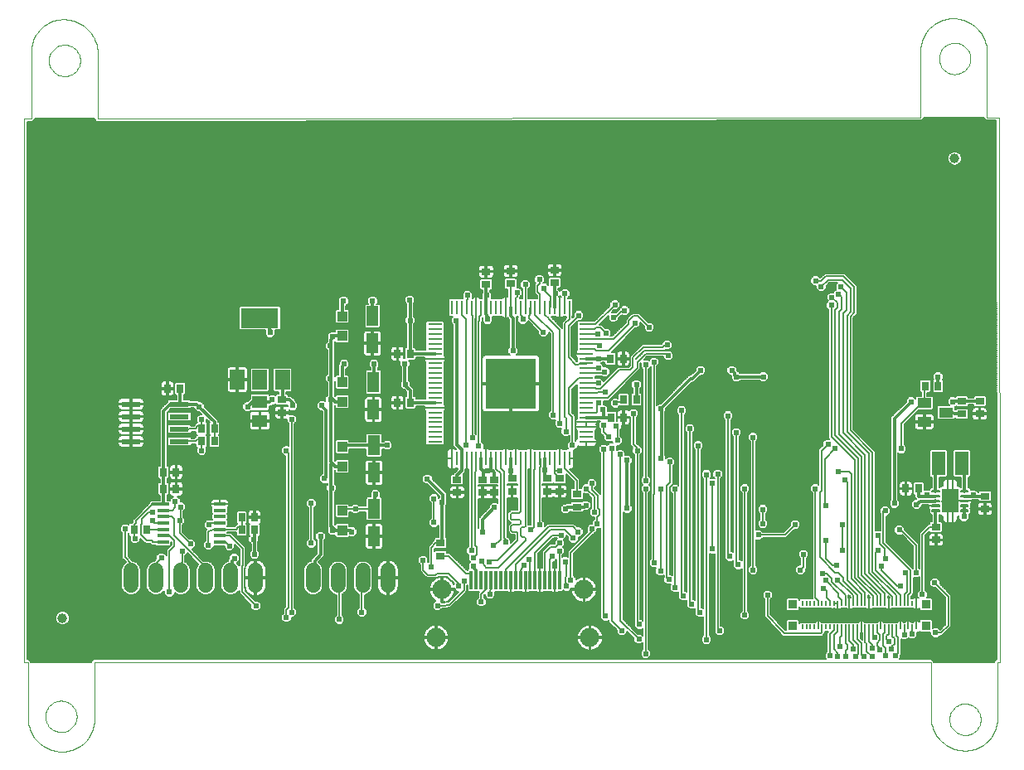
<source format=gtl>
G75*
G70*
%OFA0B0*%
%FSLAX24Y24*%
%IPPOS*%
%LPD*%
%AMOC8*
5,1,8,0,0,1.08239X$1,22.5*
%
%ADD10C,0.0000*%
%ADD11R,0.0780X0.0210*%
%ADD12R,0.0276X0.0354*%
%ADD13R,0.0110X0.1496*%
%ADD14R,0.0650X0.0945*%
%ADD15C,0.0055*%
%ADD16R,0.0551X0.0945*%
%ADD17R,0.0354X0.0276*%
%ADD18R,0.0551X0.0394*%
%ADD19R,0.0580X0.0110*%
%ADD20R,0.0110X0.0580*%
%ADD21R,0.2050X0.2050*%
%ADD22R,0.0394X0.0394*%
%ADD23R,0.0472X0.0787*%
%ADD24R,0.0091X0.0197*%
%ADD25R,0.0354X0.0362*%
%ADD26R,0.0472X0.0118*%
%ADD27C,0.0600*%
%ADD28R,0.0591X0.0787*%
%ADD29R,0.1496X0.0787*%
%ADD30R,0.0591X0.0512*%
%ADD31R,0.0118X0.0748*%
%ADD32C,0.0768*%
%ADD33C,0.0394*%
%ADD34C,0.0060*%
%ADD35C,0.0240*%
%ADD36C,0.0118*%
D10*
X001652Y000107D02*
X001722Y000109D01*
X001792Y000115D01*
X001862Y000124D01*
X001931Y000137D01*
X002000Y000154D01*
X002067Y000175D01*
X002133Y000199D01*
X002197Y000227D01*
X002260Y000258D01*
X002322Y000293D01*
X002381Y000331D01*
X002438Y000372D01*
X002493Y000416D01*
X002545Y000463D01*
X002595Y000513D01*
X002642Y000565D01*
X002686Y000620D01*
X002727Y000677D01*
X002765Y000736D01*
X002800Y000798D01*
X002831Y000861D01*
X002859Y000925D01*
X002883Y000991D01*
X002904Y001058D01*
X002921Y001127D01*
X002934Y001196D01*
X002943Y001266D01*
X002949Y001336D01*
X002951Y001406D01*
X002951Y003690D01*
X036573Y003690D01*
X036573Y001524D01*
X036575Y001452D01*
X036581Y001380D01*
X036590Y001308D01*
X036603Y001237D01*
X036620Y001167D01*
X036640Y001098D01*
X036665Y001030D01*
X036692Y000964D01*
X036723Y000898D01*
X036758Y000835D01*
X036795Y000773D01*
X036836Y000714D01*
X036880Y000657D01*
X036927Y000602D01*
X036977Y000550D01*
X037029Y000500D01*
X037084Y000453D01*
X037141Y000409D01*
X037200Y000368D01*
X037262Y000331D01*
X037325Y000296D01*
X037391Y000265D01*
X037457Y000238D01*
X037525Y000213D01*
X037594Y000193D01*
X037664Y000176D01*
X037735Y000163D01*
X037807Y000154D01*
X037879Y000148D01*
X037951Y000146D01*
X037321Y001406D02*
X037323Y001456D01*
X037329Y001506D01*
X037339Y001555D01*
X037353Y001603D01*
X037370Y001650D01*
X037391Y001695D01*
X037416Y001739D01*
X037444Y001780D01*
X037476Y001819D01*
X037510Y001856D01*
X037547Y001890D01*
X037587Y001920D01*
X037629Y001947D01*
X037673Y001971D01*
X037719Y001992D01*
X037766Y002008D01*
X037814Y002021D01*
X037864Y002030D01*
X037913Y002035D01*
X037964Y002036D01*
X038014Y002033D01*
X038063Y002026D01*
X038112Y002015D01*
X038160Y002000D01*
X038206Y001982D01*
X038251Y001960D01*
X038294Y001934D01*
X038335Y001905D01*
X038374Y001873D01*
X038410Y001838D01*
X038442Y001800D01*
X038472Y001760D01*
X038499Y001717D01*
X038522Y001673D01*
X038541Y001627D01*
X038557Y001579D01*
X038569Y001530D01*
X038577Y001481D01*
X038581Y001431D01*
X038581Y001381D01*
X038577Y001331D01*
X038569Y001282D01*
X038557Y001233D01*
X038541Y001185D01*
X038522Y001139D01*
X038499Y001095D01*
X038472Y001052D01*
X038442Y001012D01*
X038410Y000974D01*
X038374Y000939D01*
X038335Y000907D01*
X038294Y000878D01*
X038251Y000852D01*
X038206Y000830D01*
X038160Y000812D01*
X038112Y000797D01*
X038063Y000786D01*
X038014Y000779D01*
X037964Y000776D01*
X037913Y000777D01*
X037864Y000782D01*
X037814Y000791D01*
X037766Y000804D01*
X037719Y000820D01*
X037673Y000841D01*
X037629Y000865D01*
X037587Y000892D01*
X037547Y000922D01*
X037510Y000956D01*
X037476Y000993D01*
X037444Y001032D01*
X037416Y001073D01*
X037391Y001117D01*
X037370Y001162D01*
X037353Y001209D01*
X037339Y001257D01*
X037329Y001306D01*
X037323Y001356D01*
X037321Y001406D01*
X037951Y000147D02*
X038021Y000149D01*
X038091Y000155D01*
X038161Y000164D01*
X038230Y000177D01*
X038299Y000194D01*
X038366Y000215D01*
X038432Y000239D01*
X038496Y000267D01*
X038559Y000298D01*
X038621Y000333D01*
X038680Y000371D01*
X038737Y000412D01*
X038792Y000456D01*
X038844Y000503D01*
X038894Y000553D01*
X038941Y000605D01*
X038985Y000660D01*
X039026Y000717D01*
X039064Y000776D01*
X039099Y000838D01*
X039130Y000901D01*
X039158Y000965D01*
X039182Y001031D01*
X039203Y001098D01*
X039220Y001167D01*
X039233Y001236D01*
X039242Y001306D01*
X039248Y001376D01*
X039250Y001446D01*
X039250Y003690D01*
X039349Y003690D01*
X039329Y025619D01*
X038837Y025619D01*
X038837Y028217D01*
X036907Y027981D02*
X036909Y028031D01*
X036915Y028081D01*
X036925Y028130D01*
X036939Y028178D01*
X036956Y028225D01*
X036977Y028270D01*
X037002Y028314D01*
X037030Y028355D01*
X037062Y028394D01*
X037096Y028431D01*
X037133Y028465D01*
X037173Y028495D01*
X037215Y028522D01*
X037259Y028546D01*
X037305Y028567D01*
X037352Y028583D01*
X037400Y028596D01*
X037450Y028605D01*
X037499Y028610D01*
X037550Y028611D01*
X037600Y028608D01*
X037649Y028601D01*
X037698Y028590D01*
X037746Y028575D01*
X037792Y028557D01*
X037837Y028535D01*
X037880Y028509D01*
X037921Y028480D01*
X037960Y028448D01*
X037996Y028413D01*
X038028Y028375D01*
X038058Y028335D01*
X038085Y028292D01*
X038108Y028248D01*
X038127Y028202D01*
X038143Y028154D01*
X038155Y028105D01*
X038163Y028056D01*
X038167Y028006D01*
X038167Y027956D01*
X038163Y027906D01*
X038155Y027857D01*
X038143Y027808D01*
X038127Y027760D01*
X038108Y027714D01*
X038085Y027670D01*
X038058Y027627D01*
X038028Y027587D01*
X037996Y027549D01*
X037960Y027514D01*
X037921Y027482D01*
X037880Y027453D01*
X037837Y027427D01*
X037792Y027405D01*
X037746Y027387D01*
X037698Y027372D01*
X037649Y027361D01*
X037600Y027354D01*
X037550Y027351D01*
X037499Y027352D01*
X037450Y027357D01*
X037400Y027366D01*
X037352Y027379D01*
X037305Y027395D01*
X037259Y027416D01*
X037215Y027440D01*
X037173Y027467D01*
X037133Y027497D01*
X037096Y027531D01*
X037062Y027568D01*
X037030Y027607D01*
X037002Y027648D01*
X036977Y027692D01*
X036956Y027737D01*
X036939Y027784D01*
X036925Y027832D01*
X036915Y027881D01*
X036909Y027931D01*
X036907Y027981D01*
X037459Y029595D02*
X037531Y029593D01*
X037603Y029587D01*
X037675Y029578D01*
X037746Y029565D01*
X037816Y029548D01*
X037885Y029528D01*
X037953Y029503D01*
X038019Y029476D01*
X038085Y029445D01*
X038148Y029410D01*
X038210Y029373D01*
X038269Y029332D01*
X038326Y029288D01*
X038381Y029241D01*
X038433Y029191D01*
X038483Y029139D01*
X038530Y029084D01*
X038574Y029027D01*
X038615Y028968D01*
X038652Y028906D01*
X038687Y028843D01*
X038718Y028777D01*
X038745Y028711D01*
X038770Y028643D01*
X038790Y028574D01*
X038807Y028504D01*
X038820Y028433D01*
X038829Y028361D01*
X038835Y028289D01*
X038837Y028217D01*
X037459Y029595D02*
X037389Y029593D01*
X037319Y029587D01*
X037249Y029578D01*
X037180Y029565D01*
X037111Y029548D01*
X037044Y029527D01*
X036978Y029503D01*
X036914Y029475D01*
X036851Y029444D01*
X036789Y029409D01*
X036730Y029371D01*
X036673Y029330D01*
X036618Y029286D01*
X036566Y029239D01*
X036516Y029189D01*
X036469Y029137D01*
X036425Y029082D01*
X036384Y029025D01*
X036346Y028966D01*
X036311Y028904D01*
X036280Y028841D01*
X036252Y028777D01*
X036228Y028711D01*
X036207Y028644D01*
X036190Y028575D01*
X036177Y028506D01*
X036168Y028436D01*
X036162Y028366D01*
X036160Y028296D01*
X036160Y025619D01*
X003089Y025580D01*
X003089Y028178D01*
X001120Y027902D02*
X001122Y027952D01*
X001128Y028002D01*
X001138Y028051D01*
X001152Y028099D01*
X001169Y028146D01*
X001190Y028191D01*
X001215Y028235D01*
X001243Y028276D01*
X001275Y028315D01*
X001309Y028352D01*
X001346Y028386D01*
X001386Y028416D01*
X001428Y028443D01*
X001472Y028467D01*
X001518Y028488D01*
X001565Y028504D01*
X001613Y028517D01*
X001663Y028526D01*
X001712Y028531D01*
X001763Y028532D01*
X001813Y028529D01*
X001862Y028522D01*
X001911Y028511D01*
X001959Y028496D01*
X002005Y028478D01*
X002050Y028456D01*
X002093Y028430D01*
X002134Y028401D01*
X002173Y028369D01*
X002209Y028334D01*
X002241Y028296D01*
X002271Y028256D01*
X002298Y028213D01*
X002321Y028169D01*
X002340Y028123D01*
X002356Y028075D01*
X002368Y028026D01*
X002376Y027977D01*
X002380Y027927D01*
X002380Y027877D01*
X002376Y027827D01*
X002368Y027778D01*
X002356Y027729D01*
X002340Y027681D01*
X002321Y027635D01*
X002298Y027591D01*
X002271Y027548D01*
X002241Y027508D01*
X002209Y027470D01*
X002173Y027435D01*
X002134Y027403D01*
X002093Y027374D01*
X002050Y027348D01*
X002005Y027326D01*
X001959Y027308D01*
X001911Y027293D01*
X001862Y027282D01*
X001813Y027275D01*
X001763Y027272D01*
X001712Y027273D01*
X001663Y027278D01*
X001613Y027287D01*
X001565Y027300D01*
X001518Y027316D01*
X001472Y027337D01*
X001428Y027361D01*
X001386Y027388D01*
X001346Y027418D01*
X001309Y027452D01*
X001275Y027489D01*
X001243Y027528D01*
X001215Y027569D01*
X001190Y027613D01*
X001169Y027658D01*
X001152Y027705D01*
X001138Y027753D01*
X001128Y027802D01*
X001122Y027852D01*
X001120Y027902D01*
X001711Y029556D02*
X001783Y029554D01*
X001855Y029548D01*
X001927Y029539D01*
X001998Y029526D01*
X002068Y029509D01*
X002137Y029489D01*
X002205Y029464D01*
X002271Y029437D01*
X002337Y029406D01*
X002400Y029371D01*
X002462Y029334D01*
X002521Y029293D01*
X002578Y029249D01*
X002633Y029202D01*
X002685Y029152D01*
X002735Y029100D01*
X002782Y029045D01*
X002826Y028988D01*
X002867Y028929D01*
X002904Y028867D01*
X002939Y028804D01*
X002970Y028738D01*
X002997Y028672D01*
X003022Y028604D01*
X003042Y028535D01*
X003059Y028465D01*
X003072Y028394D01*
X003081Y028322D01*
X003087Y028250D01*
X003089Y028178D01*
X001711Y029556D02*
X001641Y029554D01*
X001571Y029548D01*
X001501Y029539D01*
X001432Y029526D01*
X001363Y029509D01*
X001296Y029488D01*
X001230Y029464D01*
X001166Y029436D01*
X001103Y029405D01*
X001041Y029370D01*
X000982Y029332D01*
X000925Y029291D01*
X000870Y029247D01*
X000818Y029200D01*
X000768Y029150D01*
X000721Y029098D01*
X000677Y029043D01*
X000636Y028986D01*
X000598Y028927D01*
X000563Y028865D01*
X000532Y028802D01*
X000504Y028738D01*
X000480Y028672D01*
X000459Y028605D01*
X000442Y028536D01*
X000429Y028467D01*
X000420Y028397D01*
X000414Y028327D01*
X000412Y028257D01*
X000411Y028257D02*
X000411Y025580D01*
X000136Y025580D01*
X000136Y003690D01*
X000274Y003690D01*
X000274Y001485D01*
X000982Y001524D02*
X000984Y001574D01*
X000990Y001624D01*
X001000Y001673D01*
X001014Y001721D01*
X001031Y001768D01*
X001052Y001813D01*
X001077Y001857D01*
X001105Y001898D01*
X001137Y001937D01*
X001171Y001974D01*
X001208Y002008D01*
X001248Y002038D01*
X001290Y002065D01*
X001334Y002089D01*
X001380Y002110D01*
X001427Y002126D01*
X001475Y002139D01*
X001525Y002148D01*
X001574Y002153D01*
X001625Y002154D01*
X001675Y002151D01*
X001724Y002144D01*
X001773Y002133D01*
X001821Y002118D01*
X001867Y002100D01*
X001912Y002078D01*
X001955Y002052D01*
X001996Y002023D01*
X002035Y001991D01*
X002071Y001956D01*
X002103Y001918D01*
X002133Y001878D01*
X002160Y001835D01*
X002183Y001791D01*
X002202Y001745D01*
X002218Y001697D01*
X002230Y001648D01*
X002238Y001599D01*
X002242Y001549D01*
X002242Y001499D01*
X002238Y001449D01*
X002230Y001400D01*
X002218Y001351D01*
X002202Y001303D01*
X002183Y001257D01*
X002160Y001213D01*
X002133Y001170D01*
X002103Y001130D01*
X002071Y001092D01*
X002035Y001057D01*
X001996Y001025D01*
X001955Y000996D01*
X001912Y000970D01*
X001867Y000948D01*
X001821Y000930D01*
X001773Y000915D01*
X001724Y000904D01*
X001675Y000897D01*
X001625Y000894D01*
X001574Y000895D01*
X001525Y000900D01*
X001475Y000909D01*
X001427Y000922D01*
X001380Y000938D01*
X001334Y000959D01*
X001290Y000983D01*
X001248Y001010D01*
X001208Y001040D01*
X001171Y001074D01*
X001137Y001111D01*
X001105Y001150D01*
X001077Y001191D01*
X001052Y001235D01*
X001031Y001280D01*
X001014Y001327D01*
X001000Y001375D01*
X000990Y001424D01*
X000984Y001474D01*
X000982Y001524D01*
X000274Y001485D02*
X000276Y001413D01*
X000282Y001341D01*
X000291Y001269D01*
X000304Y001198D01*
X000321Y001128D01*
X000341Y001059D01*
X000366Y000991D01*
X000393Y000925D01*
X000424Y000859D01*
X000459Y000796D01*
X000496Y000734D01*
X000537Y000675D01*
X000581Y000618D01*
X000628Y000563D01*
X000678Y000511D01*
X000730Y000461D01*
X000785Y000414D01*
X000842Y000370D01*
X000901Y000329D01*
X000963Y000292D01*
X001026Y000257D01*
X001092Y000226D01*
X001158Y000199D01*
X001226Y000174D01*
X001295Y000154D01*
X001365Y000137D01*
X001436Y000124D01*
X001508Y000115D01*
X001580Y000109D01*
X001652Y000107D01*
D11*
X004422Y012585D03*
X004422Y013085D03*
X004422Y013585D03*
X004422Y014085D03*
X006362Y014085D03*
X006362Y013585D03*
X006362Y013085D03*
X006362Y012585D03*
D12*
X007262Y012587D03*
X007774Y012587D03*
X007774Y013099D03*
X007262Y013099D03*
X006396Y014713D03*
X005884Y014713D03*
X005726Y011347D03*
X006238Y011347D03*
X006238Y010678D03*
X005726Y010678D03*
X005057Y009044D03*
X004545Y009044D03*
X008876Y009024D03*
X009388Y009024D03*
X009388Y009536D03*
X008876Y009536D03*
X015136Y014143D03*
X015648Y014143D03*
X015648Y016111D03*
X015136Y016111D03*
X023699Y015914D03*
X024211Y015914D03*
X024230Y014261D03*
X024742Y014261D03*
X024230Y013552D03*
X023719Y013552D03*
X035572Y010687D03*
X036084Y010687D03*
X036356Y014812D03*
X036868Y014812D03*
D13*
X037243Y010189D03*
X037459Y010189D03*
D14*
X037351Y010189D03*
D15*
X037792Y010217D02*
X038072Y010217D01*
X038072Y010161D01*
X037792Y010161D01*
X037792Y010217D01*
X037792Y010215D02*
X038072Y010215D01*
X038072Y010414D02*
X037792Y010414D01*
X038072Y010414D02*
X038072Y010358D01*
X037792Y010358D01*
X037792Y010414D01*
X037792Y010412D02*
X038072Y010412D01*
X038072Y010610D02*
X037792Y010610D01*
X038072Y010610D02*
X038072Y010554D01*
X037792Y010554D01*
X037792Y010610D01*
X037792Y010608D02*
X038072Y010608D01*
X038072Y010020D02*
X037792Y010020D01*
X038072Y010020D02*
X038072Y009964D01*
X037792Y009964D01*
X037792Y010020D01*
X037792Y010018D02*
X038072Y010018D01*
X038072Y009823D02*
X037792Y009823D01*
X038072Y009823D02*
X038072Y009767D01*
X037792Y009767D01*
X037792Y009823D01*
X037792Y009821D02*
X038072Y009821D01*
X036910Y009767D02*
X036630Y009767D01*
X036630Y009823D01*
X036910Y009823D01*
X036910Y009767D01*
X036910Y009821D02*
X036630Y009821D01*
X036630Y009964D02*
X036910Y009964D01*
X036630Y009964D02*
X036630Y010020D01*
X036910Y010020D01*
X036910Y009964D01*
X036910Y010018D02*
X036630Y010018D01*
X036630Y010161D02*
X036910Y010161D01*
X036630Y010161D02*
X036630Y010217D01*
X036910Y010217D01*
X036910Y010161D01*
X036910Y010215D02*
X036630Y010215D01*
X036630Y010358D02*
X036910Y010358D01*
X036630Y010358D02*
X036630Y010414D01*
X036910Y010414D01*
X036910Y010358D01*
X036910Y010412D02*
X036630Y010412D01*
X036630Y010554D02*
X036910Y010554D01*
X036630Y010554D02*
X036630Y010610D01*
X036910Y010610D01*
X036910Y010554D01*
X036910Y010608D02*
X036630Y010608D01*
D16*
X036879Y011704D03*
X037823Y011704D03*
D17*
X038749Y010386D03*
X038749Y009874D03*
X036787Y009133D03*
X036787Y008621D03*
X037833Y013690D03*
X037833Y014202D03*
X038541Y014202D03*
X038541Y013690D03*
X022341Y010461D03*
X022341Y009950D03*
X021652Y010580D03*
X021140Y010580D03*
X021140Y011091D03*
X021652Y011091D03*
X019742Y011091D03*
X019014Y011052D03*
X018561Y011052D03*
X018561Y010540D03*
X019014Y010540D03*
X019742Y010580D03*
X017537Y010540D03*
X017537Y011052D03*
X016868Y008493D03*
X016868Y007981D03*
X010490Y013749D03*
X010490Y014261D03*
X018699Y018906D03*
X018699Y019418D03*
X019683Y019438D03*
X019683Y018926D03*
X021455Y018965D03*
X021455Y019477D03*
D18*
X036317Y014123D03*
X036317Y013375D03*
X037183Y013749D03*
D19*
X022723Y013750D03*
X022723Y013950D03*
X022723Y014140D03*
X022723Y014340D03*
X022723Y014540D03*
X022723Y014730D03*
X022723Y014930D03*
X022723Y015130D03*
X022723Y015320D03*
X022723Y015520D03*
X022723Y015720D03*
X022723Y015910D03*
X022723Y016110D03*
X022723Y016310D03*
X022723Y016500D03*
X022723Y016700D03*
X022723Y016900D03*
X022723Y017100D03*
X022723Y017290D03*
X022723Y013550D03*
X022723Y013360D03*
X022723Y013160D03*
X022723Y012960D03*
X022723Y012760D03*
X022723Y012570D03*
X016643Y012570D03*
X016643Y012760D03*
X016643Y012960D03*
X016643Y013160D03*
X016643Y013360D03*
X016643Y013550D03*
X016643Y013750D03*
X016643Y013950D03*
X016643Y014140D03*
X016643Y014340D03*
X016643Y014540D03*
X016643Y014730D03*
X016643Y014930D03*
X016643Y015130D03*
X016643Y015320D03*
X016643Y015520D03*
X016643Y015720D03*
X016643Y015910D03*
X016643Y016110D03*
X016643Y016310D03*
X016643Y016500D03*
X016643Y016700D03*
X016643Y016900D03*
X016643Y017100D03*
X016643Y017290D03*
D20*
X017323Y017970D03*
X017513Y017970D03*
X017713Y017970D03*
X017913Y017970D03*
X018113Y017970D03*
X018303Y017970D03*
X018503Y017970D03*
X018703Y017970D03*
X018893Y017970D03*
X019093Y017970D03*
X019293Y017970D03*
X019483Y017970D03*
X019683Y017970D03*
X019883Y017970D03*
X020073Y017970D03*
X020273Y017970D03*
X020473Y017970D03*
X020663Y017970D03*
X020863Y017970D03*
X021063Y017970D03*
X021253Y017970D03*
X021453Y017970D03*
X021653Y017970D03*
X021853Y017970D03*
X022043Y017970D03*
X022043Y011890D03*
X021853Y011890D03*
X021653Y011890D03*
X021453Y011890D03*
X021253Y011890D03*
X021063Y011890D03*
X020863Y011890D03*
X020663Y011890D03*
X020473Y011890D03*
X020273Y011890D03*
X020073Y011890D03*
X019883Y011890D03*
X019683Y011890D03*
X019483Y011890D03*
X019293Y011890D03*
X019093Y011890D03*
X018893Y011890D03*
X018703Y011890D03*
X018503Y011890D03*
X018303Y011890D03*
X018113Y011890D03*
X017913Y011890D03*
X017713Y011890D03*
X017513Y011890D03*
X017323Y011890D03*
D21*
X019693Y014910D03*
D22*
X012911Y014969D03*
X012911Y014182D03*
X012911Y012371D03*
X012911Y011583D03*
X012911Y009792D03*
X012911Y009005D03*
X012911Y016820D03*
X012911Y017607D03*
D23*
X014132Y017627D03*
X014132Y016524D03*
X014171Y014969D03*
X014171Y013867D03*
X014191Y012430D03*
X014191Y011328D03*
X014191Y009871D03*
X014191Y008769D03*
D24*
X031415Y006072D03*
X031573Y006072D03*
X031730Y006072D03*
X031888Y006072D03*
X032045Y006072D03*
X032203Y006072D03*
X032360Y006072D03*
X032518Y006072D03*
X032675Y006072D03*
X032833Y006072D03*
X032990Y006072D03*
X033148Y006072D03*
X033305Y006072D03*
X033463Y006072D03*
X033620Y006072D03*
X033778Y006072D03*
X033935Y006072D03*
X034093Y006072D03*
X034250Y006072D03*
X034408Y006072D03*
X034565Y006072D03*
X034723Y006072D03*
X034880Y006072D03*
X035037Y006072D03*
X035195Y006072D03*
X035352Y006072D03*
X035510Y006072D03*
X035667Y006072D03*
X035825Y006072D03*
X035982Y006072D03*
X035982Y005127D03*
X035825Y005127D03*
X035667Y005127D03*
X035510Y005127D03*
X035352Y005127D03*
X035195Y005127D03*
X035037Y005127D03*
X034880Y005127D03*
X034723Y005127D03*
X034565Y005127D03*
X034408Y005127D03*
X034250Y005127D03*
X034093Y005127D03*
X033935Y005127D03*
X033778Y005127D03*
X033620Y005127D03*
X033463Y005127D03*
X033305Y005127D03*
X033148Y005127D03*
X032990Y005127D03*
X032833Y005127D03*
X032675Y005127D03*
X032518Y005127D03*
X032360Y005127D03*
X032203Y005127D03*
X032045Y005127D03*
X031888Y005127D03*
X031730Y005127D03*
X031573Y005127D03*
X031415Y005127D03*
D25*
X031022Y005166D03*
X031022Y006032D03*
X036376Y006032D03*
X036376Y005166D03*
D26*
X007990Y008532D03*
X007990Y008788D03*
X007990Y009044D03*
X007990Y009300D03*
X007990Y009556D03*
X007990Y009812D03*
X007990Y010068D03*
X005707Y010068D03*
X005707Y009812D03*
X005707Y009556D03*
X005707Y009300D03*
X005707Y009044D03*
X005707Y008788D03*
X005707Y008532D03*
D27*
X005427Y007395D02*
X005427Y006795D01*
X004427Y006795D02*
X004427Y007395D01*
X006427Y007395D02*
X006427Y006795D01*
X007427Y006795D02*
X007427Y007395D01*
X008427Y007395D02*
X008427Y006795D01*
X009427Y006795D02*
X009427Y007395D01*
X011746Y007395D02*
X011746Y006795D01*
X012746Y006795D02*
X012746Y007395D01*
X013746Y007395D02*
X013746Y006795D01*
X014746Y006795D02*
X014746Y007395D01*
D28*
X010510Y015068D03*
X009604Y015068D03*
X008699Y015068D03*
D29*
X009604Y017548D03*
D30*
X009604Y014162D03*
X009604Y013414D03*
D31*
X018089Y007001D03*
X018286Y007001D03*
X018482Y007001D03*
X018679Y007001D03*
X018896Y007001D03*
X019093Y007001D03*
X019289Y007001D03*
X019486Y007001D03*
X019683Y007001D03*
X019880Y007001D03*
X020077Y007001D03*
X020274Y007001D03*
X020471Y007001D03*
X020667Y007001D03*
X020864Y007001D03*
X021061Y007001D03*
X021258Y007001D03*
X021455Y007001D03*
X021652Y007001D03*
D32*
X022636Y006623D03*
X022872Y004694D03*
X016691Y004694D03*
X016927Y006623D03*
D33*
X001671Y005481D03*
X037537Y023965D03*
D34*
X037270Y024069D02*
X000266Y024069D01*
X000266Y024011D02*
X037251Y024011D01*
X037251Y024022D02*
X037251Y023908D01*
X037294Y023803D01*
X037375Y023722D01*
X037480Y023679D01*
X037595Y023679D01*
X037700Y023722D01*
X037781Y023803D01*
X037824Y023908D01*
X037824Y024022D01*
X037781Y024128D01*
X037700Y024209D01*
X037595Y024252D01*
X037480Y024252D01*
X037375Y024209D01*
X037294Y024128D01*
X037251Y024022D01*
X037251Y023952D02*
X000266Y023952D01*
X000266Y023894D02*
X037257Y023894D01*
X037281Y023835D02*
X000266Y023835D01*
X000266Y023777D02*
X037320Y023777D01*
X037385Y023718D02*
X000266Y023718D01*
X000266Y023660D02*
X039201Y023660D01*
X039201Y023718D02*
X037690Y023718D01*
X037755Y023777D02*
X039200Y023777D01*
X039200Y023835D02*
X037794Y023835D01*
X037818Y023894D02*
X039200Y023894D01*
X039200Y023952D02*
X037824Y023952D01*
X037824Y024011D02*
X039200Y024011D01*
X039200Y024069D02*
X037805Y024069D01*
X037780Y024128D02*
X039200Y024128D01*
X039200Y024187D02*
X037722Y024187D01*
X037612Y024245D02*
X039200Y024245D01*
X039200Y024304D02*
X000266Y024304D01*
X000266Y024362D02*
X039200Y024362D01*
X039200Y024421D02*
X000266Y024421D01*
X000266Y024479D02*
X039200Y024479D01*
X039200Y024538D02*
X000266Y024538D01*
X000266Y024596D02*
X039200Y024596D01*
X039200Y024655D02*
X000266Y024655D01*
X000266Y024713D02*
X039200Y024713D01*
X039200Y024772D02*
X000266Y024772D01*
X000266Y024831D02*
X039200Y024831D01*
X039199Y024889D02*
X000266Y024889D01*
X000266Y024948D02*
X039199Y024948D01*
X039199Y025006D02*
X000266Y025006D01*
X000266Y025065D02*
X039199Y025065D01*
X039199Y025123D02*
X000266Y025123D01*
X000266Y025182D02*
X039199Y025182D01*
X039199Y025240D02*
X000266Y025240D01*
X000266Y025299D02*
X039199Y025299D01*
X039199Y025357D02*
X000266Y025357D01*
X000266Y025416D02*
X039199Y025416D01*
X039199Y025474D02*
X024042Y025474D01*
X021682Y019736D02*
X021649Y019745D01*
X021485Y019745D01*
X021485Y019507D01*
X021762Y019507D01*
X021762Y019632D01*
X021753Y019665D01*
X021736Y019695D01*
X021712Y019719D01*
X021682Y019736D01*
X021678Y019737D02*
X039204Y019737D01*
X039204Y019679D02*
X021745Y019679D01*
X021762Y019620D02*
X039204Y019620D01*
X039204Y019562D02*
X021762Y019562D01*
X021762Y019447D02*
X021485Y019447D01*
X021485Y019507D01*
X021425Y019507D01*
X021425Y019745D01*
X021260Y019745D01*
X021227Y019736D01*
X021198Y019719D01*
X021174Y019695D01*
X021156Y019665D01*
X021148Y019632D01*
X021148Y019507D01*
X021425Y019507D01*
X021425Y019447D01*
X021485Y019447D01*
X021485Y019209D01*
X021649Y019209D01*
X021682Y019218D01*
X021712Y019235D01*
X021736Y019260D01*
X021753Y019289D01*
X021762Y019322D01*
X021762Y019447D01*
X021762Y019445D02*
X039204Y019445D01*
X039204Y019503D02*
X021485Y019503D01*
X021485Y019445D02*
X021425Y019445D01*
X021425Y019447D02*
X021425Y019209D01*
X021260Y019209D01*
X021227Y019218D01*
X021198Y019235D01*
X021174Y019260D01*
X021156Y019289D01*
X021148Y019322D01*
X021148Y019447D01*
X021425Y019447D01*
X021425Y019503D02*
X019990Y019503D01*
X019990Y019468D02*
X019990Y019593D01*
X019981Y019626D01*
X019964Y019655D01*
X019940Y019680D01*
X019910Y019697D01*
X019877Y019706D01*
X019713Y019706D01*
X019713Y019468D01*
X019653Y019468D01*
X019653Y019706D01*
X019489Y019706D01*
X019456Y019697D01*
X019426Y019680D01*
X019402Y019655D01*
X019385Y019626D01*
X019376Y019593D01*
X019376Y019468D01*
X019653Y019468D01*
X019653Y019408D01*
X019376Y019408D01*
X019376Y019283D01*
X019385Y019250D01*
X019402Y019220D01*
X019426Y019196D01*
X019456Y019179D01*
X019489Y019170D01*
X019653Y019170D01*
X019653Y019408D01*
X019713Y019408D01*
X019713Y019468D01*
X019990Y019468D01*
X019990Y019408D02*
X019713Y019408D01*
X019713Y019170D01*
X019877Y019170D01*
X019910Y019179D01*
X019940Y019196D01*
X019964Y019220D01*
X019981Y019250D01*
X019990Y019283D01*
X019990Y019408D01*
X019990Y019386D02*
X021148Y019386D01*
X021148Y019445D02*
X019713Y019445D01*
X019713Y019503D02*
X019653Y019503D01*
X019653Y019445D02*
X018729Y019445D01*
X018729Y019448D02*
X019006Y019448D01*
X019006Y019573D01*
X018997Y019606D01*
X018980Y019636D01*
X018956Y019660D01*
X018926Y019677D01*
X018893Y019686D01*
X018729Y019686D01*
X018729Y019448D01*
X018729Y019388D01*
X019006Y019388D01*
X019006Y019263D01*
X018997Y019230D01*
X018980Y019200D01*
X018956Y019176D01*
X018926Y019159D01*
X018893Y019150D01*
X018729Y019150D01*
X018729Y019388D01*
X018669Y019388D01*
X018669Y019150D01*
X018505Y019150D01*
X018472Y019159D01*
X018442Y019176D01*
X018418Y019200D01*
X018401Y019230D01*
X018392Y019263D01*
X018392Y019388D01*
X018669Y019388D01*
X018669Y019448D01*
X018669Y019686D01*
X018505Y019686D01*
X018472Y019677D01*
X018442Y019660D01*
X018418Y019636D01*
X018401Y019606D01*
X018392Y019573D01*
X018392Y019448D01*
X018669Y019448D01*
X018729Y019448D01*
X018729Y019503D02*
X018669Y019503D01*
X018669Y019445D02*
X000266Y019445D01*
X000266Y019503D02*
X018392Y019503D01*
X018392Y019562D02*
X000266Y019562D01*
X000266Y019620D02*
X018409Y019620D01*
X018478Y019679D02*
X000266Y019679D01*
X000266Y019737D02*
X021232Y019737D01*
X021164Y019679D02*
X019941Y019679D01*
X019983Y019620D02*
X021148Y019620D01*
X021148Y019562D02*
X019990Y019562D01*
X019990Y019327D02*
X021148Y019327D01*
X021168Y019269D02*
X020976Y019269D01*
X020932Y019313D02*
X020758Y019313D01*
X020635Y019190D01*
X020635Y019016D01*
X020700Y018951D01*
X020646Y018897D01*
X020646Y018641D01*
X020646Y018542D01*
X020744Y018443D01*
X020744Y018350D01*
X020571Y018350D01*
X020568Y018347D01*
X020565Y018350D01*
X020394Y018350D01*
X020394Y018710D01*
X020484Y018800D01*
X020484Y018974D01*
X020361Y019097D01*
X020187Y019097D01*
X020064Y018974D01*
X020064Y018800D01*
X020154Y018710D01*
X020154Y018350D01*
X020044Y018350D01*
X020059Y018364D01*
X020059Y018395D01*
X020149Y018485D01*
X020149Y018659D01*
X020026Y018782D01*
X019950Y018782D01*
X019950Y019101D01*
X019898Y019154D01*
X019469Y019154D01*
X019416Y019101D01*
X019416Y018751D01*
X019469Y018698D01*
X019563Y018698D01*
X019563Y018388D01*
X019555Y018390D01*
X019483Y018390D01*
X019411Y018390D01*
X019378Y018381D01*
X019348Y018364D01*
X019334Y018350D01*
X019201Y018350D01*
X019193Y018342D01*
X019185Y018350D01*
X019001Y018350D01*
X018993Y018342D01*
X018985Y018350D01*
X018912Y018350D01*
X018929Y018367D01*
X018929Y018541D01*
X018852Y018617D01*
X018852Y018679D01*
X018913Y018679D01*
X018966Y018731D01*
X018966Y019081D01*
X018913Y019134D01*
X018484Y019134D01*
X018432Y019081D01*
X018432Y018731D01*
X018484Y018679D01*
X018554Y018679D01*
X018554Y018586D01*
X018509Y018541D01*
X018509Y018367D01*
X018525Y018350D01*
X018452Y018350D01*
X018438Y018364D01*
X018408Y018381D01*
X018375Y018390D01*
X018303Y018390D01*
X018231Y018390D01*
X018198Y018381D01*
X018168Y018364D01*
X018154Y018350D01*
X018144Y018350D01*
X018161Y018367D01*
X018161Y018541D01*
X018038Y018664D01*
X017864Y018664D01*
X017741Y018541D01*
X017741Y018367D01*
X017758Y018350D01*
X017621Y018350D01*
X017613Y018342D01*
X017605Y018350D01*
X017421Y018350D01*
X017418Y018347D01*
X017415Y018350D01*
X017231Y018350D01*
X017178Y018297D01*
X017178Y017643D01*
X017231Y017590D01*
X017341Y017590D01*
X017288Y017537D01*
X017288Y017363D01*
X017369Y017282D01*
X017369Y012511D01*
X017369Y012388D01*
X017487Y012270D01*
X017472Y012270D01*
X017458Y012284D01*
X017428Y012301D01*
X017395Y012310D01*
X017323Y012310D01*
X017251Y012310D01*
X017218Y012301D01*
X017188Y012284D01*
X017164Y012260D01*
X017147Y012230D01*
X017138Y012197D01*
X017138Y011890D01*
X017323Y011890D01*
X017323Y011890D01*
X017323Y012310D01*
X017323Y011890D01*
X017323Y011890D01*
X017138Y011890D01*
X017138Y011583D01*
X017147Y011550D01*
X017164Y011520D01*
X017188Y011496D01*
X017218Y011479D01*
X017251Y011470D01*
X017323Y011470D01*
X017323Y011889D01*
X017323Y011889D01*
X017323Y011470D01*
X017395Y011470D01*
X017428Y011479D01*
X017458Y011496D01*
X017472Y011510D01*
X017566Y011510D01*
X017566Y011468D01*
X017476Y011378D01*
X017476Y011378D01*
X017388Y011291D01*
X017388Y011280D01*
X017323Y011280D01*
X017270Y011227D01*
X017270Y010877D01*
X017323Y010824D01*
X017752Y010824D01*
X017805Y010877D01*
X017805Y011227D01*
X017775Y011256D01*
X017776Y011257D01*
X017776Y011257D01*
X017864Y011345D01*
X017864Y011470D01*
X017913Y011470D01*
X017913Y011889D01*
X017913Y011889D01*
X017913Y011470D01*
X017985Y011470D01*
X017988Y011471D01*
X017988Y008375D01*
X017898Y008285D01*
X017898Y008111D01*
X017998Y008011D01*
X017977Y007989D01*
X017977Y007815D01*
X018057Y007735D01*
X017977Y007655D01*
X017977Y007481D01*
X017993Y007465D01*
X017992Y007465D01*
X017940Y007412D01*
X017940Y007394D01*
X017233Y008101D01*
X017135Y008101D01*
X017135Y008156D01*
X017083Y008209D01*
X016654Y008209D01*
X016614Y008169D01*
X016614Y008266D01*
X016633Y008285D01*
X016654Y008265D01*
X017083Y008265D01*
X017135Y008318D01*
X017135Y008668D01*
X017083Y008721D01*
X017076Y008721D01*
X017076Y009999D01*
X017137Y010059D01*
X017137Y010233D01*
X017116Y010255D01*
X017116Y010380D01*
X017116Y010503D01*
X016547Y011072D01*
X016547Y011159D01*
X016424Y011282D01*
X016250Y011282D01*
X016127Y011159D01*
X016127Y010985D01*
X016250Y010862D01*
X016336Y010862D01*
X016818Y010380D01*
X016818Y010334D01*
X016803Y010319D01*
X016803Y010371D01*
X016680Y010494D01*
X016506Y010494D01*
X016383Y010371D01*
X016383Y010197D01*
X016473Y010107D01*
X016473Y009497D01*
X016383Y009407D01*
X016383Y009233D01*
X016506Y009110D01*
X016680Y009110D01*
X016778Y009208D01*
X016778Y008721D01*
X016654Y008721D01*
X016601Y008668D01*
X016601Y008592D01*
X016444Y008436D01*
X016374Y008365D01*
X016374Y007725D01*
X016370Y007720D01*
X016370Y007891D01*
X016246Y008014D01*
X016073Y008014D01*
X015949Y007891D01*
X015949Y007717D01*
X016040Y007627D01*
X016040Y007460D01*
X016040Y007361D01*
X016236Y007164D01*
X016307Y007093D01*
X016622Y007093D01*
X016719Y007093D01*
X016658Y007062D01*
X016592Y007015D01*
X016535Y006958D01*
X016488Y006892D01*
X016451Y006820D01*
X016426Y006743D01*
X016413Y006663D01*
X016413Y006653D01*
X016897Y006653D01*
X016897Y006593D01*
X016413Y006593D01*
X016413Y006582D01*
X016426Y006502D01*
X016451Y006426D01*
X016488Y006354D01*
X016535Y006288D01*
X016592Y006231D01*
X016658Y006183D01*
X016661Y006182D01*
X016540Y006060D01*
X016540Y005886D01*
X016663Y005763D01*
X016837Y005763D01*
X016927Y005853D01*
X017015Y005853D01*
X017115Y005853D01*
X017154Y005893D01*
X017173Y005893D01*
X017272Y005893D01*
X017863Y006483D01*
X017933Y006553D01*
X017933Y006800D01*
X017940Y006807D01*
X017940Y006589D01*
X017992Y006537D01*
X018185Y006537D01*
X018187Y006539D01*
X018189Y006537D01*
X018382Y006537D01*
X018384Y006539D01*
X018386Y006537D01*
X018424Y006537D01*
X018382Y006495D01*
X018382Y006396D01*
X018382Y006308D01*
X018292Y006218D01*
X018292Y006044D01*
X018415Y005921D01*
X017301Y005921D01*
X017359Y005980D02*
X018356Y005980D01*
X018298Y006038D02*
X017418Y006038D01*
X017476Y006097D02*
X018292Y006097D01*
X018292Y006155D02*
X017535Y006155D01*
X017593Y006214D02*
X018292Y006214D01*
X018347Y006272D02*
X017652Y006272D01*
X017710Y006331D02*
X018382Y006331D01*
X018382Y006389D02*
X017769Y006389D01*
X017828Y006448D02*
X018382Y006448D01*
X018393Y006506D02*
X017886Y006506D01*
X017933Y006565D02*
X017964Y006565D01*
X017940Y006624D02*
X017933Y006624D01*
X017933Y006682D02*
X017940Y006682D01*
X017933Y006741D02*
X017940Y006741D01*
X017933Y006799D02*
X017940Y006799D01*
X017813Y006977D02*
X017813Y006603D01*
X017223Y006013D01*
X017104Y006013D01*
X017065Y005973D01*
X016750Y005973D01*
X016540Y005980D02*
X013819Y005980D01*
X013819Y006038D02*
X016540Y006038D01*
X016576Y006097D02*
X013819Y006097D01*
X013819Y006155D02*
X016635Y006155D01*
X016616Y006214D02*
X013819Y006214D01*
X013819Y006272D02*
X016551Y006272D01*
X016504Y006331D02*
X013819Y006331D01*
X013819Y006389D02*
X014604Y006389D01*
X014581Y006397D02*
X014645Y006376D01*
X014712Y006365D01*
X014716Y006365D01*
X014716Y007065D01*
X014776Y007065D01*
X014776Y006365D01*
X014780Y006365D01*
X014847Y006376D01*
X014911Y006397D01*
X014971Y006428D01*
X015026Y006467D01*
X015074Y006515D01*
X015114Y006570D01*
X015145Y006630D01*
X015166Y006695D01*
X015176Y006761D01*
X015176Y007065D01*
X014776Y007065D01*
X014776Y007125D01*
X015176Y007125D01*
X015176Y007429D01*
X015166Y007496D01*
X015145Y007560D01*
X016040Y007560D01*
X016040Y007502D02*
X015164Y007502D01*
X015174Y007443D02*
X016040Y007443D01*
X016040Y007385D02*
X015176Y007385D01*
X015176Y007326D02*
X016074Y007326D01*
X016133Y007268D02*
X015176Y007268D01*
X015176Y007209D02*
X016191Y007209D01*
X016250Y007150D02*
X015176Y007150D01*
X015176Y007033D02*
X016618Y007033D01*
X016553Y006975D02*
X015176Y006975D01*
X015176Y006916D02*
X016505Y006916D01*
X016470Y006858D02*
X015176Y006858D01*
X015176Y006799D02*
X016444Y006799D01*
X016426Y006741D02*
X015173Y006741D01*
X015161Y006682D02*
X016416Y006682D01*
X016416Y006565D02*
X015110Y006565D01*
X015141Y006624D02*
X016897Y006624D01*
X016897Y006653D02*
X016897Y007137D01*
X016887Y007137D01*
X016807Y007124D01*
X016730Y007099D01*
X016723Y007096D01*
X016780Y007152D01*
X017133Y007152D01*
X017412Y006874D01*
X017388Y006849D01*
X017367Y006892D01*
X017319Y006958D01*
X017262Y007015D01*
X017197Y007062D01*
X017124Y007099D01*
X017048Y007124D01*
X016968Y007137D01*
X016957Y007137D01*
X016957Y006653D01*
X016897Y006653D01*
X016897Y006682D02*
X016957Y006682D01*
X016957Y006653D02*
X017407Y006653D01*
X017510Y006551D01*
X017591Y006551D01*
X017173Y006133D01*
X017081Y006133D01*
X017124Y006147D01*
X017197Y006183D01*
X017262Y006231D01*
X017319Y006288D01*
X017367Y006354D01*
X017403Y006426D01*
X017428Y006502D01*
X017441Y006582D01*
X017441Y006593D01*
X016957Y006593D01*
X016957Y006109D01*
X016968Y006109D01*
X017043Y006121D01*
X017015Y006093D01*
X016927Y006093D01*
X016897Y006123D01*
X016897Y006593D01*
X016957Y006593D01*
X016957Y006653D01*
X016957Y006624D02*
X017437Y006624D01*
X017438Y006565D02*
X017495Y006565D01*
X017547Y006506D02*
X017429Y006506D01*
X017411Y006448D02*
X017488Y006448D01*
X017430Y006389D02*
X017385Y006389D01*
X017371Y006331D02*
X017350Y006331D01*
X017313Y006272D02*
X017303Y006272D01*
X017254Y006214D02*
X017238Y006214D01*
X017195Y006155D02*
X017141Y006155D01*
X017019Y006097D02*
X016924Y006097D01*
X016897Y006155D02*
X016957Y006155D01*
X016957Y006214D02*
X016897Y006214D01*
X016897Y006272D02*
X016957Y006272D01*
X016957Y006331D02*
X016897Y006331D01*
X016897Y006389D02*
X016957Y006389D01*
X016957Y006448D02*
X016897Y006448D01*
X016897Y006506D02*
X016957Y006506D01*
X016957Y006565D02*
X016897Y006565D01*
X016897Y006741D02*
X016957Y006741D01*
X016957Y006799D02*
X016897Y006799D01*
X016897Y006858D02*
X016957Y006858D01*
X016957Y006916D02*
X016897Y006916D01*
X016897Y006975D02*
X016957Y006975D01*
X016957Y007033D02*
X016897Y007033D01*
X016897Y007092D02*
X016957Y007092D01*
X017139Y007092D02*
X017194Y007092D01*
X017236Y007033D02*
X017253Y007033D01*
X017302Y006975D02*
X017311Y006975D01*
X017349Y006916D02*
X017370Y006916D01*
X017384Y006858D02*
X017397Y006858D01*
X017597Y006859D02*
X017183Y007272D01*
X016730Y007272D01*
X016671Y007213D01*
X016356Y007213D01*
X016160Y007410D01*
X016160Y007804D01*
X016370Y007794D02*
X016374Y007794D01*
X016370Y007736D02*
X016374Y007736D01*
X016370Y007853D02*
X016374Y007853D01*
X016374Y007911D02*
X016349Y007911D01*
X016374Y007970D02*
X016290Y007970D01*
X016374Y008029D02*
X012194Y008029D01*
X012194Y008082D02*
X012194Y008621D01*
X012255Y008681D01*
X012255Y008855D01*
X012132Y008979D01*
X011958Y008979D01*
X011835Y008855D01*
X011835Y008681D01*
X011896Y008621D01*
X011896Y008082D01*
X011747Y007933D01*
X011660Y007846D01*
X011660Y007782D01*
X011525Y007726D01*
X011416Y007616D01*
X011356Y007473D01*
X011356Y006718D01*
X011416Y006574D01*
X011525Y006465D01*
X011669Y006405D01*
X011824Y006405D01*
X011967Y006465D01*
X012077Y006574D01*
X012136Y006718D01*
X012136Y007473D01*
X012077Y007616D01*
X011967Y007726D01*
X011963Y007727D01*
X012194Y007959D01*
X012194Y008082D01*
X012194Y008087D02*
X016374Y008087D01*
X016374Y008146D02*
X012194Y008146D01*
X012194Y008204D02*
X016374Y008204D01*
X016374Y008263D02*
X014493Y008263D01*
X014507Y008271D02*
X014531Y008295D01*
X014548Y008325D01*
X014557Y008358D01*
X014557Y008739D01*
X014221Y008739D01*
X014221Y008798D01*
X014557Y008798D01*
X014557Y009179D01*
X014548Y009212D01*
X014531Y009242D01*
X014507Y009266D01*
X014477Y009283D01*
X014444Y009292D01*
X014221Y009292D01*
X014221Y008799D01*
X014161Y008799D01*
X014161Y009292D01*
X013938Y009292D01*
X013905Y009283D01*
X013875Y009266D01*
X013851Y009242D01*
X013834Y009212D01*
X013825Y009179D01*
X013825Y008798D01*
X014161Y008798D01*
X014161Y008739D01*
X013825Y008739D01*
X013825Y008358D01*
X013834Y008325D01*
X013851Y008295D01*
X013875Y008271D01*
X013905Y008254D01*
X013938Y008245D01*
X014161Y008245D01*
X014161Y008738D01*
X014221Y008738D01*
X014221Y008245D01*
X014444Y008245D01*
X014477Y008254D01*
X014507Y008271D01*
X014546Y008321D02*
X016374Y008321D01*
X016389Y008380D02*
X014557Y008380D01*
X014557Y008438D02*
X016447Y008438D01*
X016506Y008497D02*
X014557Y008497D01*
X014557Y008555D02*
X016564Y008555D01*
X016601Y008614D02*
X014557Y008614D01*
X014557Y008673D02*
X016606Y008673D01*
X016778Y008731D02*
X014557Y008731D01*
X014557Y008848D02*
X016778Y008848D01*
X016778Y008790D02*
X014221Y008790D01*
X014221Y008848D02*
X014161Y008848D01*
X014161Y008790D02*
X013446Y008790D01*
X013392Y008736D02*
X013515Y008859D01*
X013515Y009033D01*
X013392Y009156D01*
X013218Y009156D01*
X013216Y009154D01*
X013198Y009154D01*
X013198Y009239D01*
X013146Y009292D01*
X012677Y009292D01*
X012625Y009239D01*
X012625Y009227D01*
X012608Y009244D01*
X012608Y010550D01*
X012688Y010630D01*
X012688Y010804D01*
X012608Y010885D01*
X012608Y011434D01*
X012625Y011434D01*
X012625Y011349D01*
X012677Y011297D01*
X013146Y011297D01*
X013198Y011349D01*
X013198Y011818D01*
X013146Y011870D01*
X012677Y011870D01*
X012625Y011818D01*
X012625Y011805D01*
X012608Y011822D01*
X012608Y014033D01*
X012625Y014033D01*
X012625Y013948D01*
X012677Y013895D01*
X013146Y013895D01*
X013198Y013948D01*
X013198Y014416D01*
X013146Y014469D01*
X012677Y014469D01*
X012625Y014416D01*
X012625Y014404D01*
X012608Y014421D01*
X012608Y014998D01*
X012625Y015015D01*
X012625Y014735D01*
X012677Y014682D01*
X013146Y014682D01*
X013198Y014735D01*
X013198Y015203D01*
X013146Y015256D01*
X013061Y015256D01*
X013061Y015488D01*
X013077Y015488D01*
X013200Y015611D01*
X013200Y015785D01*
X013077Y015908D01*
X012903Y015908D01*
X012780Y015785D01*
X012780Y015698D01*
X012762Y015681D01*
X012762Y015557D01*
X012762Y015256D01*
X012677Y015256D01*
X012625Y015203D01*
X012625Y015199D01*
X012608Y015216D01*
X012608Y016317D01*
X012629Y016339D01*
X012629Y016513D01*
X012608Y016535D01*
X012608Y016593D01*
X012625Y016610D01*
X012625Y016586D01*
X012677Y016533D01*
X013146Y016533D01*
X013198Y016586D01*
X013198Y017054D01*
X013146Y017106D01*
X012677Y017106D01*
X012625Y017054D01*
X012625Y016990D01*
X012605Y017010D01*
X012431Y017010D01*
X012308Y016887D01*
X012308Y016713D01*
X012310Y016711D01*
X012310Y016613D01*
X012209Y016513D01*
X012209Y016339D01*
X012310Y016239D01*
X012310Y015294D01*
X012209Y015194D01*
X012209Y015020D01*
X012310Y014920D01*
X012310Y014448D01*
X012229Y014367D01*
X012229Y014197D01*
X012191Y014234D01*
X012017Y014234D01*
X011042Y014234D01*
X011072Y014204D02*
X010954Y014322D01*
X010954Y014322D01*
X010867Y014410D01*
X010757Y014410D01*
X012272Y014410D01*
X012310Y014468D02*
X010725Y014468D01*
X010705Y014488D02*
X010659Y014488D01*
X010659Y014584D01*
X010842Y014584D01*
X010895Y014637D01*
X010895Y015499D01*
X010842Y015551D01*
X010177Y015551D01*
X010125Y015499D01*
X010125Y014637D01*
X010177Y014584D01*
X010361Y014584D01*
X010361Y014488D01*
X010276Y014488D01*
X010223Y014436D01*
X010223Y014431D01*
X010184Y014471D01*
X010010Y014471D01*
X009990Y014451D01*
X009990Y014455D01*
X009937Y014508D01*
X009272Y014508D01*
X009219Y014455D01*
X009219Y014303D01*
X009140Y014224D01*
X009111Y014195D01*
X009025Y014195D01*
X008902Y014072D01*
X008902Y013898D01*
X009025Y013775D01*
X009199Y013775D01*
X009256Y013832D01*
X009272Y013816D01*
X009937Y013816D01*
X009990Y013869D01*
X009990Y014013D01*
X010060Y014013D01*
X010097Y014051D01*
X010184Y014051D01*
X010223Y014090D01*
X010223Y014086D01*
X010276Y014033D01*
X010705Y014033D01*
X010713Y014041D01*
X010713Y014009D01*
X010685Y014017D01*
X010520Y014017D01*
X010520Y013779D01*
X010460Y013779D01*
X010460Y014017D01*
X010296Y014017D01*
X010263Y014008D01*
X010233Y013991D01*
X010209Y013966D01*
X010192Y013937D01*
X010183Y013904D01*
X010183Y013779D01*
X010460Y013779D01*
X010460Y013719D01*
X010183Y013719D01*
X010183Y013594D01*
X010192Y013561D01*
X010209Y013531D01*
X010233Y013507D01*
X010263Y013490D01*
X010296Y013481D01*
X010460Y013481D01*
X010460Y013719D01*
X010520Y013719D01*
X010520Y013481D01*
X010674Y013481D01*
X010674Y013386D01*
X010764Y013296D01*
X010764Y012414D01*
X010754Y012423D01*
X010580Y012423D01*
X010457Y012300D01*
X010457Y012126D01*
X010580Y012003D01*
X010626Y012003D01*
X010626Y005944D01*
X010618Y005936D01*
X010547Y005865D01*
X010547Y005678D01*
X010457Y005588D01*
X010457Y005414D01*
X010580Y005291D01*
X010754Y005291D01*
X010877Y005414D01*
X010877Y005507D01*
X010971Y005507D01*
X011094Y005630D01*
X011094Y005804D01*
X012673Y005804D01*
X012673Y005862D02*
X011036Y005862D01*
X011004Y005894D02*
X011004Y013296D01*
X011094Y013386D01*
X011094Y013560D01*
X010971Y013683D01*
X010797Y013683D01*
X010797Y013719D01*
X010520Y013719D01*
X010520Y013779D01*
X010797Y013779D01*
X010797Y013853D01*
X010836Y013814D01*
X011010Y013814D01*
X011133Y013937D01*
X011133Y014111D01*
X011072Y014172D01*
X011072Y014204D01*
X011072Y014176D02*
X011959Y014176D01*
X012017Y014234D02*
X011894Y014111D01*
X011894Y013937D01*
X012017Y013814D01*
X012084Y013814D01*
X012113Y013785D01*
X012113Y011298D01*
X011993Y011178D01*
X011993Y011004D01*
X012116Y010881D01*
X012290Y010881D01*
X012310Y010901D01*
X012310Y010846D01*
X012268Y010804D01*
X012268Y010630D01*
X012310Y010589D01*
X012310Y009120D01*
X012323Y009107D01*
X012308Y009092D01*
X012308Y008918D01*
X012431Y008795D01*
X012605Y008795D01*
X012625Y008815D01*
X012625Y008771D01*
X012677Y008718D01*
X013146Y008718D01*
X013191Y008763D01*
X013218Y008736D01*
X013392Y008736D01*
X013505Y008848D02*
X013825Y008848D01*
X013825Y008907D02*
X013515Y008907D01*
X013515Y008965D02*
X013825Y008965D01*
X013825Y009024D02*
X013515Y009024D01*
X013465Y009082D02*
X013825Y009082D01*
X013825Y009141D02*
X013407Y009141D01*
X013198Y009199D02*
X013830Y009199D01*
X013867Y009258D02*
X013179Y009258D01*
X013146Y009505D02*
X012677Y009505D01*
X012625Y009558D01*
X012625Y010026D01*
X012677Y010079D01*
X013146Y010079D01*
X013198Y010026D01*
X013198Y009991D01*
X013266Y009991D01*
X013356Y010081D01*
X013530Y010081D01*
X013620Y009991D01*
X013865Y009991D01*
X013865Y010302D01*
X013918Y010355D01*
X014060Y010355D01*
X014040Y010374D01*
X014040Y010548D01*
X014163Y010671D01*
X014337Y010671D01*
X014460Y010548D01*
X014460Y010374D01*
X014440Y010355D01*
X014464Y010355D01*
X014517Y010302D01*
X014517Y009440D01*
X014464Y009387D01*
X013918Y009387D01*
X013865Y009440D01*
X013865Y009751D01*
X013620Y009751D01*
X013530Y009661D01*
X013356Y009661D01*
X013266Y009751D01*
X013198Y009751D01*
X013198Y009558D01*
X013146Y009505D01*
X013191Y009551D02*
X013865Y009551D01*
X013865Y009609D02*
X013198Y009609D01*
X013198Y009668D02*
X013349Y009668D01*
X013290Y009726D02*
X013198Y009726D01*
X012990Y009871D02*
X012911Y009792D01*
X012990Y009871D02*
X014191Y009871D01*
X013443Y009871D01*
X013592Y010019D02*
X013865Y010019D01*
X013865Y010078D02*
X013533Y010078D01*
X013353Y010078D02*
X013147Y010078D01*
X013198Y010019D02*
X013294Y010019D01*
X013595Y009726D02*
X013865Y009726D01*
X013865Y009668D02*
X013537Y009668D01*
X013865Y009492D02*
X012608Y009492D01*
X012608Y009434D02*
X013871Y009434D01*
X014161Y009258D02*
X014221Y009258D01*
X014221Y009199D02*
X014161Y009199D01*
X014161Y009141D02*
X014221Y009141D01*
X014221Y009082D02*
X014161Y009082D01*
X014161Y009024D02*
X014221Y009024D01*
X014221Y008965D02*
X014161Y008965D01*
X014161Y008907D02*
X014221Y008907D01*
X014221Y008731D02*
X014161Y008731D01*
X014161Y008673D02*
X014221Y008673D01*
X014221Y008614D02*
X014161Y008614D01*
X014161Y008555D02*
X014221Y008555D01*
X014221Y008497D02*
X014161Y008497D01*
X014161Y008438D02*
X014221Y008438D01*
X014221Y008380D02*
X014161Y008380D01*
X014161Y008321D02*
X014221Y008321D01*
X014221Y008263D02*
X014161Y008263D01*
X013889Y008263D02*
X012194Y008263D01*
X012194Y008321D02*
X013836Y008321D01*
X013825Y008380D02*
X012194Y008380D01*
X012194Y008438D02*
X013825Y008438D01*
X013825Y008497D02*
X012194Y008497D01*
X012194Y008555D02*
X013825Y008555D01*
X013825Y008614D02*
X012194Y008614D01*
X012246Y008673D02*
X013825Y008673D01*
X013825Y008731D02*
X013159Y008731D01*
X013010Y009005D02*
X012911Y009005D01*
X012625Y008790D02*
X012255Y008790D01*
X012255Y008848D02*
X012377Y008848D01*
X012319Y008907D02*
X012204Y008907D01*
X012146Y008965D02*
X012308Y008965D01*
X012308Y009024D02*
X011791Y009024D01*
X011791Y009082D02*
X012308Y009082D01*
X012310Y009141D02*
X011791Y009141D01*
X011791Y009199D02*
X012310Y009199D01*
X012310Y009258D02*
X011791Y009258D01*
X011791Y009317D02*
X012310Y009317D01*
X012310Y009375D02*
X011791Y009375D01*
X011791Y009434D02*
X012310Y009434D01*
X012310Y009492D02*
X011791Y009492D01*
X011791Y009551D02*
X012310Y009551D01*
X012310Y009609D02*
X011791Y009609D01*
X011791Y009668D02*
X012310Y009668D01*
X012310Y009726D02*
X011791Y009726D01*
X011791Y009785D02*
X012310Y009785D01*
X012310Y009843D02*
X011791Y009843D01*
X011791Y009902D02*
X012310Y009902D01*
X012310Y009961D02*
X011841Y009961D01*
X011881Y010000D02*
X011791Y009910D01*
X011791Y008670D01*
X011881Y008580D01*
X011881Y008406D01*
X011758Y008283D01*
X011584Y008283D01*
X011461Y008406D01*
X011461Y008580D01*
X011551Y008670D01*
X011551Y009910D01*
X011461Y010000D01*
X011461Y010174D01*
X011584Y010297D01*
X011758Y010297D01*
X011881Y010174D01*
X011881Y010000D01*
X011881Y010019D02*
X012310Y010019D01*
X012310Y010078D02*
X011881Y010078D01*
X011881Y010136D02*
X012310Y010136D01*
X012310Y010195D02*
X011861Y010195D01*
X011802Y010253D02*
X012310Y010253D01*
X012310Y010312D02*
X011004Y010312D01*
X011004Y010370D02*
X012310Y010370D01*
X012310Y010429D02*
X011004Y010429D01*
X011004Y010487D02*
X012310Y010487D01*
X012310Y010546D02*
X011004Y010546D01*
X011004Y010604D02*
X012294Y010604D01*
X012268Y010663D02*
X011004Y010663D01*
X011004Y010722D02*
X012268Y010722D01*
X012268Y010780D02*
X011004Y010780D01*
X011004Y010839D02*
X012303Y010839D01*
X012306Y010897D02*
X012310Y010897D01*
X012100Y010897D02*
X011004Y010897D01*
X011004Y010956D02*
X012041Y010956D01*
X011993Y011014D02*
X011004Y011014D01*
X011004Y011073D02*
X011993Y011073D01*
X011993Y011131D02*
X011004Y011131D01*
X011004Y011190D02*
X012004Y011190D01*
X012063Y011248D02*
X011004Y011248D01*
X011004Y011307D02*
X012113Y011307D01*
X012113Y011366D02*
X011004Y011366D01*
X011004Y011424D02*
X012113Y011424D01*
X012113Y011483D02*
X011004Y011483D01*
X011004Y011541D02*
X012113Y011541D01*
X012113Y011600D02*
X011004Y011600D01*
X011004Y011658D02*
X012113Y011658D01*
X012113Y011717D02*
X011004Y011717D01*
X011004Y011775D02*
X012113Y011775D01*
X012113Y011834D02*
X011004Y011834D01*
X011004Y011892D02*
X012113Y011892D01*
X012113Y011951D02*
X011004Y011951D01*
X011004Y012010D02*
X012113Y012010D01*
X012113Y012068D02*
X011004Y012068D01*
X011004Y012127D02*
X012113Y012127D01*
X012113Y012185D02*
X011004Y012185D01*
X011004Y012244D02*
X012113Y012244D01*
X012113Y012302D02*
X011004Y012302D01*
X011004Y012361D02*
X012113Y012361D01*
X012113Y012419D02*
X011004Y012419D01*
X011004Y012478D02*
X012113Y012478D01*
X012113Y012536D02*
X011004Y012536D01*
X011004Y012595D02*
X012113Y012595D01*
X012113Y012654D02*
X011004Y012654D01*
X011004Y012712D02*
X012113Y012712D01*
X012113Y012771D02*
X011004Y012771D01*
X011004Y012829D02*
X012113Y012829D01*
X012113Y012888D02*
X011004Y012888D01*
X011004Y012946D02*
X012113Y012946D01*
X012113Y013005D02*
X011004Y013005D01*
X011004Y013063D02*
X012113Y013063D01*
X012113Y013122D02*
X011004Y013122D01*
X011004Y013180D02*
X012113Y013180D01*
X012113Y013239D02*
X011004Y013239D01*
X011005Y013297D02*
X012113Y013297D01*
X012113Y013356D02*
X011064Y013356D01*
X011094Y013415D02*
X012113Y013415D01*
X012113Y013473D02*
X011094Y013473D01*
X011094Y013532D02*
X012113Y013532D01*
X012113Y013590D02*
X011064Y013590D01*
X011005Y013649D02*
X012113Y013649D01*
X012113Y013707D02*
X010797Y013707D01*
X010797Y013824D02*
X010826Y013824D01*
X011020Y013824D02*
X012007Y013824D01*
X011949Y013883D02*
X011079Y013883D01*
X011133Y013941D02*
X011894Y013941D01*
X011894Y014000D02*
X011133Y014000D01*
X011133Y014059D02*
X011894Y014059D01*
X011900Y014117D02*
X011128Y014117D01*
X010984Y014293D02*
X012229Y014293D01*
X012229Y014351D02*
X010925Y014351D01*
X010757Y014410D02*
X010757Y014436D01*
X010705Y014488D01*
X010659Y014527D02*
X012310Y014527D01*
X012310Y014585D02*
X010844Y014585D01*
X010895Y014644D02*
X012310Y014644D01*
X012310Y014703D02*
X010895Y014703D01*
X010895Y014761D02*
X012310Y014761D01*
X012310Y014820D02*
X010895Y014820D01*
X010895Y014878D02*
X012310Y014878D01*
X012293Y014937D02*
X010895Y014937D01*
X010895Y014995D02*
X012234Y014995D01*
X012209Y015054D02*
X010895Y015054D01*
X010895Y015112D02*
X012209Y015112D01*
X012209Y015171D02*
X010895Y015171D01*
X010895Y015229D02*
X012245Y015229D01*
X012303Y015288D02*
X010895Y015288D01*
X010895Y015346D02*
X012310Y015346D01*
X012310Y015405D02*
X010895Y015405D01*
X010895Y015464D02*
X012310Y015464D01*
X012310Y015522D02*
X010872Y015522D01*
X010148Y015522D02*
X009966Y015522D01*
X009990Y015499D02*
X009937Y015551D01*
X009272Y015551D01*
X009219Y015499D01*
X009219Y014637D01*
X009272Y014584D01*
X009937Y014584D01*
X009990Y014637D01*
X009990Y015499D01*
X009990Y015464D02*
X010125Y015464D01*
X010125Y015405D02*
X009990Y015405D01*
X009990Y015346D02*
X010125Y015346D01*
X010125Y015288D02*
X009990Y015288D01*
X009990Y015229D02*
X010125Y015229D01*
X010125Y015171D02*
X009990Y015171D01*
X009990Y015112D02*
X010125Y015112D01*
X010125Y015054D02*
X009990Y015054D01*
X009990Y014995D02*
X010125Y014995D01*
X010125Y014937D02*
X009990Y014937D01*
X009990Y014878D02*
X010125Y014878D01*
X010125Y014820D02*
X009990Y014820D01*
X009990Y014761D02*
X010125Y014761D01*
X010125Y014703D02*
X009990Y014703D01*
X009990Y014644D02*
X010125Y014644D01*
X010176Y014585D02*
X009938Y014585D01*
X009977Y014468D02*
X010007Y014468D01*
X010186Y014468D02*
X010256Y014468D01*
X010361Y014527D02*
X006624Y014527D01*
X006624Y014499D02*
X006624Y014928D01*
X006571Y014981D01*
X006221Y014981D01*
X006168Y014928D01*
X006168Y014499D01*
X006221Y014446D01*
X006247Y014446D01*
X006247Y014280D01*
X005935Y014280D01*
X005882Y014228D01*
X005882Y014174D01*
X005853Y014145D01*
X005665Y013957D01*
X005577Y013870D01*
X005577Y011614D01*
X005551Y011614D01*
X005499Y011562D01*
X005499Y011133D01*
X005551Y011080D01*
X005577Y011080D01*
X005577Y010945D01*
X005551Y010945D01*
X005499Y010892D01*
X005499Y010464D01*
X005551Y010411D01*
X005577Y010411D01*
X005577Y010217D01*
X005232Y010217D01*
X005144Y010129D01*
X005144Y010088D01*
X004574Y009518D01*
X004504Y009448D01*
X004504Y009350D01*
X004496Y009341D01*
X004466Y009311D01*
X004370Y009311D01*
X004318Y009259D01*
X004318Y009234D01*
X004278Y009274D01*
X004104Y009274D01*
X003981Y009151D01*
X003981Y008977D01*
X004071Y008887D01*
X004071Y007872D01*
X004141Y007802D01*
X004214Y007729D01*
X004206Y007726D01*
X004097Y007616D01*
X004037Y007473D01*
X004037Y006718D01*
X004097Y006574D01*
X004206Y006465D01*
X004350Y006405D01*
X004505Y006405D01*
X004648Y006465D01*
X004758Y006574D01*
X004817Y006718D01*
X004817Y007473D01*
X004758Y007616D01*
X004648Y007726D01*
X004505Y007785D01*
X004497Y007785D01*
X004311Y007972D01*
X004311Y008887D01*
X004318Y008893D01*
X004318Y008830D01*
X004370Y008777D01*
X004395Y008777D01*
X004375Y008757D01*
X004375Y008583D01*
X004498Y008460D01*
X004672Y008460D01*
X004795Y008583D01*
X004795Y008684D01*
X004937Y008542D01*
X005007Y008471D01*
X005204Y008471D01*
X005263Y008412D01*
X005404Y008412D01*
X005433Y008383D01*
X005980Y008383D01*
X006033Y008436D01*
X006033Y008548D01*
X006040Y008542D01*
X006040Y008424D01*
X005843Y008228D01*
X005843Y008128D01*
X005843Y008004D01*
X005735Y008112D01*
X005561Y008112D01*
X005438Y007989D01*
X005438Y007862D01*
X005361Y007785D01*
X005350Y007785D01*
X005206Y007726D01*
X005097Y007616D01*
X005037Y007473D01*
X005037Y006718D01*
X005097Y006574D01*
X005206Y006465D01*
X005350Y006405D01*
X005505Y006405D01*
X005648Y006465D01*
X005753Y006569D01*
X005753Y006437D01*
X005876Y006314D01*
X006050Y006314D01*
X006173Y006437D01*
X006173Y006498D01*
X006206Y006465D01*
X006350Y006405D01*
X006505Y006405D01*
X006648Y006465D01*
X006758Y006574D01*
X006817Y006718D01*
X006817Y007473D01*
X006758Y007616D01*
X006648Y007726D01*
X006594Y007748D01*
X006594Y007981D01*
X006684Y008071D01*
X006684Y008094D01*
X007129Y007649D01*
X007097Y007616D01*
X007037Y007473D01*
X007037Y006718D01*
X007097Y006574D01*
X007206Y006465D01*
X007350Y006405D01*
X007505Y006405D01*
X007648Y006465D01*
X007758Y006574D01*
X007817Y006718D01*
X007817Y007473D01*
X007758Y007616D01*
X007648Y007726D01*
X007505Y007785D01*
X007350Y007785D01*
X007337Y007780D01*
X006874Y008244D01*
X006896Y008244D01*
X007019Y008367D01*
X007019Y008541D01*
X006896Y008664D01*
X006769Y008664D01*
X006496Y008936D01*
X006496Y009221D01*
X006586Y009311D01*
X006586Y009485D01*
X006535Y009536D01*
X006535Y009566D01*
X006535Y009773D01*
X006625Y009863D01*
X006625Y010037D01*
X006502Y010160D01*
X006409Y010160D01*
X006409Y010253D01*
X006291Y010371D01*
X006393Y010371D01*
X006426Y010380D01*
X006456Y010397D01*
X006480Y010421D01*
X006497Y010451D01*
X006506Y010484D01*
X006506Y010648D01*
X006268Y010648D01*
X006268Y010708D01*
X006208Y010708D01*
X006208Y010648D01*
X005970Y010648D01*
X005970Y010484D01*
X005979Y010451D01*
X005996Y010421D01*
X006021Y010397D01*
X006050Y010380D01*
X006083Y010371D01*
X006107Y010371D01*
X005989Y010253D01*
X005989Y010208D01*
X005980Y010217D01*
X005875Y010217D01*
X005875Y010411D01*
X005901Y010411D01*
X005954Y010464D01*
X005954Y010892D01*
X005901Y010945D01*
X005875Y010945D01*
X005875Y011080D01*
X005901Y011080D01*
X005954Y011133D01*
X005954Y011562D01*
X005901Y011614D01*
X005875Y011614D01*
X005875Y013746D01*
X006020Y013890D01*
X006789Y013890D01*
X006833Y013934D01*
X006953Y013934D01*
X006953Y013898D01*
X007076Y013775D01*
X007163Y013775D01*
X007254Y013683D01*
X007175Y013683D01*
X007052Y013560D01*
X007052Y013386D01*
X007079Y013359D01*
X007034Y013314D01*
X007034Y013297D01*
X006956Y013219D01*
X006842Y013219D01*
X006842Y013228D01*
X006789Y013280D01*
X005935Y013280D01*
X005882Y013228D01*
X005882Y012943D01*
X005935Y012890D01*
X006789Y012890D01*
X006842Y012943D01*
X006842Y012979D01*
X007034Y012979D01*
X007034Y012885D01*
X007076Y012843D01*
X007034Y012802D01*
X007034Y012785D01*
X006956Y012707D01*
X006842Y012707D01*
X006842Y012728D01*
X006789Y012780D01*
X005935Y012780D01*
X005882Y012728D01*
X005882Y012443D01*
X005935Y012390D01*
X006789Y012390D01*
X006842Y012443D01*
X006842Y012467D01*
X007034Y012467D01*
X007034Y012373D01*
X007079Y012328D01*
X007052Y012300D01*
X007052Y012126D01*
X007175Y012003D01*
X007349Y012003D01*
X007472Y012126D01*
X007472Y012300D01*
X007444Y012328D01*
X007490Y012373D01*
X007490Y012802D01*
X007448Y012843D01*
X007490Y012885D01*
X007490Y013314D01*
X007444Y013359D01*
X007472Y013386D01*
X007472Y013466D01*
X007585Y013353D01*
X007546Y013314D01*
X007546Y012885D01*
X007587Y012843D01*
X007546Y012802D01*
X007546Y012373D01*
X007599Y012320D01*
X007949Y012320D01*
X008001Y012373D01*
X008001Y012802D01*
X007960Y012843D01*
X008001Y012885D01*
X008001Y013314D01*
X007949Y013366D01*
X007923Y013366D01*
X007923Y013437D01*
X007835Y013524D01*
X007373Y013986D01*
X007373Y014072D01*
X007250Y014195D01*
X007164Y014195D01*
X007127Y014232D01*
X006837Y014232D01*
X006789Y014280D01*
X006545Y014280D01*
X006545Y014446D01*
X006571Y014446D01*
X006624Y014499D01*
X006593Y014468D02*
X009232Y014468D01*
X009219Y014410D02*
X006545Y014410D01*
X006545Y014351D02*
X009219Y014351D01*
X009209Y014293D02*
X006545Y014293D01*
X006435Y014083D02*
X006362Y014085D01*
X006396Y014103D01*
X006376Y014083D02*
X006362Y014085D01*
X006247Y014293D02*
X004893Y014293D01*
X004892Y014294D02*
X004862Y014312D01*
X004829Y014320D01*
X004444Y014320D01*
X004444Y014108D01*
X004399Y014108D01*
X004399Y014063D01*
X003902Y014063D01*
X003902Y013963D01*
X003911Y013930D01*
X003928Y013901D01*
X003952Y013876D01*
X003982Y013859D01*
X004015Y013850D01*
X004399Y013850D01*
X004399Y014063D01*
X004444Y014063D01*
X004444Y013850D01*
X004829Y013850D01*
X004862Y013859D01*
X004892Y013876D01*
X004916Y013901D01*
X004933Y013930D01*
X004942Y013963D01*
X004942Y014063D01*
X004445Y014063D01*
X004445Y014108D01*
X004942Y014108D01*
X004942Y014208D01*
X004933Y014241D01*
X004916Y014270D01*
X004892Y014294D01*
X004935Y014234D02*
X005888Y014234D01*
X005882Y014176D02*
X004942Y014176D01*
X004942Y014117D02*
X005825Y014117D01*
X005766Y014059D02*
X004942Y014059D01*
X004942Y014000D02*
X005708Y014000D01*
X005649Y013941D02*
X004936Y013941D01*
X004898Y013883D02*
X005591Y013883D01*
X005577Y013824D02*
X000266Y013824D01*
X000266Y013766D02*
X003925Y013766D01*
X003928Y013770D02*
X003911Y013741D01*
X003902Y013708D01*
X003902Y013608D01*
X004399Y013608D01*
X004399Y013563D01*
X003902Y013563D01*
X003902Y013463D01*
X003911Y013430D01*
X003928Y013401D01*
X003952Y013376D01*
X003982Y013359D01*
X004015Y013350D01*
X004399Y013350D01*
X004399Y013563D01*
X004444Y013563D01*
X004444Y013350D01*
X004829Y013350D01*
X004862Y013359D01*
X004892Y013376D01*
X004916Y013401D01*
X004933Y013430D01*
X004942Y013463D01*
X004942Y013563D01*
X004445Y013563D01*
X004445Y013608D01*
X004942Y013608D01*
X004942Y013708D01*
X004933Y013741D01*
X004916Y013770D01*
X004892Y013794D01*
X004862Y013812D01*
X004829Y013820D01*
X004444Y013820D01*
X004444Y013608D01*
X004399Y013608D01*
X004399Y013820D01*
X004015Y013820D01*
X003982Y013812D01*
X003952Y013794D01*
X003928Y013770D01*
X003902Y013707D02*
X000266Y013707D01*
X000266Y013649D02*
X003902Y013649D01*
X003902Y013532D02*
X000266Y013532D01*
X000266Y013590D02*
X004399Y013590D01*
X004445Y013590D02*
X005577Y013590D01*
X005577Y013532D02*
X004942Y013532D01*
X004942Y013473D02*
X005577Y013473D01*
X005577Y013415D02*
X004924Y013415D01*
X004850Y013356D02*
X005577Y013356D01*
X005577Y013297D02*
X004886Y013297D01*
X004892Y013294D02*
X004862Y013312D01*
X004829Y013320D01*
X004444Y013320D01*
X004444Y013108D01*
X004399Y013108D01*
X004399Y013063D01*
X003902Y013063D01*
X003902Y012963D01*
X003911Y012930D01*
X003928Y012901D01*
X003952Y012876D01*
X003982Y012859D01*
X004015Y012850D01*
X004399Y012850D01*
X004399Y013063D01*
X000266Y013063D01*
X000266Y013005D02*
X003902Y013005D01*
X003906Y012946D02*
X000266Y012946D01*
X000266Y012888D02*
X003941Y012888D01*
X003982Y012812D02*
X003952Y012794D01*
X003928Y012770D01*
X003911Y012741D01*
X003902Y012708D01*
X003902Y012608D01*
X004399Y012608D01*
X004399Y012563D01*
X003902Y012563D01*
X003902Y012463D01*
X003911Y012430D01*
X003928Y012401D01*
X003952Y012376D01*
X003982Y012359D01*
X004015Y012350D01*
X004399Y012350D01*
X004399Y012563D01*
X004444Y012563D01*
X004444Y012350D01*
X004829Y012350D01*
X004862Y012359D01*
X004892Y012376D01*
X004916Y012401D01*
X004933Y012430D01*
X004942Y012463D01*
X004942Y012563D01*
X004445Y012563D01*
X004445Y012608D01*
X004942Y012608D01*
X004942Y012708D01*
X004933Y012741D01*
X004916Y012770D01*
X004892Y012794D01*
X004862Y012812D01*
X004829Y012820D01*
X004444Y012820D01*
X004444Y012608D01*
X004399Y012608D01*
X004399Y012820D01*
X004015Y012820D01*
X003982Y012812D01*
X003928Y012771D02*
X000266Y012771D01*
X000266Y012829D02*
X005577Y012829D01*
X005577Y012771D02*
X004915Y012771D01*
X004941Y012712D02*
X005577Y012712D01*
X005577Y012654D02*
X004942Y012654D01*
X004942Y012536D02*
X005577Y012536D01*
X005577Y012478D02*
X004942Y012478D01*
X004927Y012419D02*
X005577Y012419D01*
X005577Y012361D02*
X004865Y012361D01*
X004444Y012361D02*
X004399Y012361D01*
X004399Y012419D02*
X004444Y012419D01*
X004444Y012478D02*
X004399Y012478D01*
X004399Y012536D02*
X004444Y012536D01*
X004445Y012595D02*
X005577Y012595D01*
X005577Y012888D02*
X004903Y012888D01*
X004892Y012876D02*
X004916Y012901D01*
X004933Y012930D01*
X004942Y012963D01*
X004942Y013063D01*
X004445Y013063D01*
X004445Y013108D01*
X004942Y013108D01*
X004942Y013208D01*
X004933Y013241D01*
X004916Y013270D01*
X004892Y013294D01*
X004933Y013239D02*
X005577Y013239D01*
X005577Y013180D02*
X004942Y013180D01*
X004942Y013122D02*
X005577Y013122D01*
X005577Y013063D02*
X004445Y013063D01*
X004444Y013063D02*
X004444Y012850D01*
X004829Y012850D01*
X004862Y012859D01*
X004892Y012876D01*
X004937Y012946D02*
X005577Y012946D01*
X005577Y013005D02*
X004942Y013005D01*
X004444Y013005D02*
X004399Y013005D01*
X004399Y013063D02*
X004444Y013063D01*
X004444Y013122D02*
X004399Y013122D01*
X004399Y013108D02*
X004399Y013320D01*
X004015Y013320D01*
X003982Y013312D01*
X003952Y013294D01*
X003928Y013270D01*
X003911Y013241D01*
X003902Y013208D01*
X003902Y013108D01*
X004399Y013108D01*
X004399Y013180D02*
X004444Y013180D01*
X004444Y013239D02*
X004399Y013239D01*
X004399Y013297D02*
X004444Y013297D01*
X004444Y013356D02*
X004399Y013356D01*
X004399Y013415D02*
X004444Y013415D01*
X004444Y013473D02*
X004399Y013473D01*
X004399Y013532D02*
X004444Y013532D01*
X004444Y013649D02*
X004399Y013649D01*
X004399Y013707D02*
X004444Y013707D01*
X004444Y013766D02*
X004399Y013766D01*
X004399Y013883D02*
X004444Y013883D01*
X004444Y013941D02*
X004399Y013941D01*
X004399Y014000D02*
X004444Y014000D01*
X004444Y014059D02*
X004399Y014059D01*
X004399Y014108D02*
X003902Y014108D01*
X003902Y014208D01*
X003911Y014241D01*
X003928Y014270D01*
X003952Y014294D01*
X003982Y014312D01*
X004015Y014320D01*
X004399Y014320D01*
X004399Y014108D01*
X004399Y014117D02*
X004444Y014117D01*
X004444Y014176D02*
X004399Y014176D01*
X004399Y014234D02*
X004444Y014234D01*
X004444Y014293D02*
X004399Y014293D01*
X003950Y014293D02*
X000266Y014293D01*
X000266Y014351D02*
X006247Y014351D01*
X006247Y014410D02*
X006052Y014410D01*
X006039Y014406D02*
X006072Y014415D01*
X006102Y014432D01*
X006126Y014456D01*
X006143Y014486D01*
X006152Y014519D01*
X006152Y014683D01*
X005914Y014683D01*
X005914Y014406D01*
X006039Y014406D01*
X006133Y014468D02*
X006199Y014468D01*
X006168Y014527D02*
X006152Y014527D01*
X006152Y014585D02*
X006168Y014585D01*
X006168Y014644D02*
X006152Y014644D01*
X006168Y014703D02*
X005914Y014703D01*
X005914Y014683D02*
X005914Y014743D01*
X006152Y014743D01*
X006152Y014908D01*
X006143Y014941D01*
X006126Y014970D01*
X006102Y014995D01*
X006072Y015012D01*
X006039Y015021D01*
X005914Y015021D01*
X005914Y014744D01*
X005854Y014744D01*
X005854Y015021D01*
X005729Y015021D01*
X005696Y015012D01*
X005666Y014995D01*
X005642Y014970D01*
X005625Y014941D01*
X005616Y014908D01*
X005616Y014743D01*
X005854Y014743D01*
X005854Y014683D01*
X005914Y014683D01*
X005914Y014644D02*
X005854Y014644D01*
X005854Y014683D02*
X005854Y014406D01*
X005729Y014406D01*
X005696Y014415D01*
X005666Y014432D01*
X005642Y014456D01*
X005625Y014486D01*
X005616Y014519D01*
X005616Y014683D01*
X005854Y014683D01*
X005854Y014703D02*
X000266Y014703D01*
X000266Y014761D02*
X005616Y014761D01*
X005616Y014820D02*
X000266Y014820D01*
X000266Y014878D02*
X005616Y014878D01*
X005624Y014937D02*
X000266Y014937D01*
X000266Y014995D02*
X005668Y014995D01*
X005854Y014995D02*
X005914Y014995D01*
X005914Y014937D02*
X005854Y014937D01*
X005854Y014878D02*
X005914Y014878D01*
X005914Y014820D02*
X005854Y014820D01*
X005854Y014761D02*
X005914Y014761D01*
X005914Y014585D02*
X005854Y014585D01*
X005854Y014527D02*
X005914Y014527D01*
X005914Y014468D02*
X005854Y014468D01*
X005854Y014410D02*
X005914Y014410D01*
X005716Y014410D02*
X000266Y014410D01*
X000266Y014468D02*
X005635Y014468D01*
X005616Y014527D02*
X000266Y014527D01*
X000266Y014585D02*
X005616Y014585D01*
X005616Y014644D02*
X000266Y014644D01*
X000266Y015054D02*
X008669Y015054D01*
X008669Y015038D02*
X008274Y015038D01*
X008274Y014657D01*
X008282Y014624D01*
X008300Y014594D01*
X008324Y014570D01*
X008353Y014553D01*
X008386Y014544D01*
X008669Y014544D01*
X008669Y015038D01*
X008669Y015098D01*
X008669Y015591D01*
X008386Y015591D01*
X008353Y015583D01*
X008324Y015565D01*
X008300Y015541D01*
X008282Y015512D01*
X008274Y015479D01*
X008274Y015098D01*
X008669Y015098D01*
X008729Y015098D01*
X008729Y015591D01*
X009011Y015591D01*
X009044Y015583D01*
X009074Y015565D01*
X009098Y015541D01*
X009115Y015512D01*
X009124Y015479D01*
X009124Y015098D01*
X008729Y015098D01*
X008729Y015038D01*
X009124Y015038D01*
X009124Y014657D01*
X009115Y014624D01*
X009098Y014594D01*
X009074Y014570D01*
X009044Y014553D01*
X009011Y014544D01*
X008729Y014544D01*
X008729Y015038D01*
X008669Y015038D01*
X008669Y014995D02*
X008729Y014995D01*
X008729Y014937D02*
X008669Y014937D01*
X008669Y014878D02*
X008729Y014878D01*
X008729Y014820D02*
X008669Y014820D01*
X008669Y014761D02*
X008729Y014761D01*
X008729Y014703D02*
X008669Y014703D01*
X008669Y014644D02*
X008729Y014644D01*
X008729Y014585D02*
X008669Y014585D01*
X008308Y014585D02*
X006624Y014585D01*
X006624Y014644D02*
X008277Y014644D01*
X008274Y014703D02*
X006624Y014703D01*
X006624Y014761D02*
X008274Y014761D01*
X008274Y014820D02*
X006624Y014820D01*
X006624Y014878D02*
X008274Y014878D01*
X008274Y014937D02*
X006615Y014937D01*
X006177Y014937D02*
X006144Y014937D01*
X006152Y014878D02*
X006168Y014878D01*
X006168Y014820D02*
X006152Y014820D01*
X006152Y014761D02*
X006168Y014761D01*
X006100Y014995D02*
X008274Y014995D01*
X008274Y015112D02*
X000266Y015112D01*
X000266Y015171D02*
X008274Y015171D01*
X008274Y015229D02*
X000266Y015229D01*
X000266Y015288D02*
X008274Y015288D01*
X008274Y015346D02*
X000266Y015346D01*
X000266Y015405D02*
X008274Y015405D01*
X008274Y015464D02*
X000266Y015464D01*
X000266Y015522D02*
X008289Y015522D01*
X008350Y015581D02*
X000266Y015581D01*
X000266Y015639D02*
X012310Y015639D01*
X012310Y015581D02*
X009048Y015581D01*
X009109Y015522D02*
X009243Y015522D01*
X009219Y015464D02*
X009124Y015464D01*
X009124Y015405D02*
X009219Y015405D01*
X009219Y015346D02*
X009124Y015346D01*
X009124Y015288D02*
X009219Y015288D01*
X009219Y015229D02*
X009124Y015229D01*
X009124Y015171D02*
X009219Y015171D01*
X009219Y015112D02*
X009124Y015112D01*
X009219Y015054D02*
X008729Y015054D01*
X008729Y015112D02*
X008669Y015112D01*
X008669Y015171D02*
X008729Y015171D01*
X008729Y015229D02*
X008669Y015229D01*
X008669Y015288D02*
X008729Y015288D01*
X008729Y015346D02*
X008669Y015346D01*
X008669Y015405D02*
X008729Y015405D01*
X008729Y015464D02*
X008669Y015464D01*
X008669Y015522D02*
X008729Y015522D01*
X008729Y015581D02*
X008669Y015581D01*
X009124Y014995D02*
X009219Y014995D01*
X009219Y014937D02*
X009124Y014937D01*
X009124Y014878D02*
X009219Y014878D01*
X009219Y014820D02*
X009124Y014820D01*
X009124Y014761D02*
X009219Y014761D01*
X009219Y014703D02*
X009124Y014703D01*
X009121Y014644D02*
X009219Y014644D01*
X009270Y014585D02*
X009089Y014585D01*
X009151Y014234D02*
X006835Y014234D01*
X006969Y013883D02*
X006012Y013883D01*
X005954Y013824D02*
X007027Y013824D01*
X007172Y013766D02*
X006804Y013766D01*
X006789Y013780D02*
X005935Y013780D01*
X005882Y013728D01*
X005882Y013443D01*
X005935Y013390D01*
X006789Y013390D01*
X006842Y013443D01*
X006842Y013728D01*
X006789Y013780D01*
X006842Y013707D02*
X007230Y013707D01*
X007140Y013649D02*
X006842Y013649D01*
X006842Y013590D02*
X007082Y013590D01*
X007052Y013532D02*
X006842Y013532D01*
X006842Y013473D02*
X007052Y013473D01*
X007052Y013415D02*
X006813Y013415D01*
X006831Y013239D02*
X006976Y013239D01*
X007034Y013297D02*
X005875Y013297D01*
X005875Y013239D02*
X005893Y013239D01*
X005882Y013180D02*
X005875Y013180D01*
X005875Y013122D02*
X005882Y013122D01*
X005875Y013063D02*
X005882Y013063D01*
X005875Y013005D02*
X005882Y013005D01*
X005875Y012946D02*
X005882Y012946D01*
X005875Y012888D02*
X007034Y012888D01*
X007034Y012946D02*
X006842Y012946D01*
X006730Y013080D02*
X006376Y013080D01*
X006362Y013085D01*
X006730Y013080D02*
X006750Y013099D01*
X007006Y013099D01*
X007104Y013198D01*
X007262Y013198D01*
X007262Y013099D01*
X007262Y013473D01*
X007472Y013415D02*
X007523Y013415D01*
X007582Y013356D02*
X007447Y013356D01*
X007490Y013297D02*
X007546Y013297D01*
X007546Y013239D02*
X007490Y013239D01*
X007490Y013180D02*
X007546Y013180D01*
X007546Y013122D02*
X007490Y013122D01*
X007490Y013063D02*
X007546Y013063D01*
X007546Y013005D02*
X007490Y013005D01*
X007490Y012946D02*
X007546Y012946D01*
X007546Y012888D02*
X007490Y012888D01*
X007462Y012829D02*
X007573Y012829D01*
X007546Y012771D02*
X007490Y012771D01*
X007490Y012712D02*
X007546Y012712D01*
X007546Y012654D02*
X007490Y012654D01*
X007490Y012595D02*
X007546Y012595D01*
X007546Y012536D02*
X007490Y012536D01*
X007490Y012478D02*
X007546Y012478D01*
X007546Y012419D02*
X007490Y012419D01*
X007477Y012361D02*
X007558Y012361D01*
X007470Y012302D02*
X010459Y012302D01*
X010457Y012244D02*
X007472Y012244D01*
X007472Y012185D02*
X010457Y012185D01*
X010457Y012127D02*
X007472Y012127D01*
X007414Y012068D02*
X010516Y012068D01*
X010574Y012010D02*
X007355Y012010D01*
X007169Y012010D02*
X005875Y012010D01*
X005875Y012068D02*
X007110Y012068D01*
X007052Y012127D02*
X005875Y012127D01*
X005875Y012185D02*
X007052Y012185D01*
X007052Y012244D02*
X005875Y012244D01*
X005875Y012302D02*
X007054Y012302D01*
X007046Y012361D02*
X005875Y012361D01*
X005875Y012419D02*
X005906Y012419D01*
X005882Y012478D02*
X005875Y012478D01*
X005875Y012536D02*
X005882Y012536D01*
X005875Y012595D02*
X005882Y012595D01*
X005875Y012654D02*
X005882Y012654D01*
X005875Y012712D02*
X005882Y012712D01*
X005875Y012771D02*
X005925Y012771D01*
X005875Y012829D02*
X007061Y012829D01*
X007019Y012771D02*
X006799Y012771D01*
X006842Y012712D02*
X006961Y012712D01*
X007006Y012587D02*
X006376Y012587D01*
X006362Y012585D01*
X006818Y012419D02*
X007034Y012419D01*
X007006Y012587D02*
X007104Y012686D01*
X007262Y012686D01*
X007262Y012587D01*
X007262Y012213D01*
X007774Y012587D02*
X007774Y013099D01*
X008001Y013122D02*
X009184Y013122D01*
X009188Y013108D02*
X009205Y013078D01*
X009229Y013054D01*
X009259Y013037D01*
X009292Y013028D01*
X009574Y013028D01*
X009574Y013384D01*
X009179Y013384D01*
X009179Y013141D01*
X009188Y013108D01*
X009220Y013063D02*
X008001Y013063D01*
X008001Y013005D02*
X010764Y013005D01*
X010764Y013063D02*
X009989Y013063D01*
X009979Y013054D02*
X010004Y013078D01*
X010021Y013108D01*
X010030Y013141D01*
X010030Y013384D01*
X009635Y013384D01*
X009635Y013444D01*
X010030Y013444D01*
X010030Y013687D01*
X010021Y013720D01*
X010004Y013750D01*
X009979Y013774D01*
X009950Y013791D01*
X009917Y013800D01*
X009634Y013800D01*
X009634Y013444D01*
X009574Y013444D01*
X009574Y013384D01*
X009634Y013384D01*
X009634Y013028D01*
X009917Y013028D01*
X009950Y013037D01*
X009979Y013054D01*
X010024Y013122D02*
X010764Y013122D01*
X010764Y013180D02*
X010030Y013180D01*
X010030Y013239D02*
X010764Y013239D01*
X010763Y013297D02*
X010030Y013297D01*
X010030Y013356D02*
X010704Y013356D01*
X010674Y013415D02*
X009635Y013415D01*
X009634Y013473D02*
X009574Y013473D01*
X009574Y013444D02*
X009574Y013800D01*
X009292Y013800D01*
X009259Y013791D01*
X009229Y013774D01*
X009205Y013750D01*
X009188Y013720D01*
X009179Y013687D01*
X009179Y013444D01*
X009574Y013444D01*
X009574Y013415D02*
X007923Y013415D01*
X007886Y013473D02*
X009179Y013473D01*
X009179Y013532D02*
X007828Y013532D01*
X007769Y013590D02*
X009179Y013590D01*
X009179Y013649D02*
X007711Y013649D01*
X007652Y013707D02*
X009185Y013707D01*
X009221Y013766D02*
X007593Y013766D01*
X007535Y013824D02*
X008976Y013824D01*
X008917Y013883D02*
X007476Y013883D01*
X007418Y013941D02*
X008902Y013941D01*
X008902Y014000D02*
X007373Y014000D01*
X007373Y014059D02*
X008902Y014059D01*
X008947Y014117D02*
X007328Y014117D01*
X007270Y014176D02*
X009006Y014176D01*
X009249Y013824D02*
X009264Y013824D01*
X009574Y013766D02*
X009634Y013766D01*
X009634Y013707D02*
X009574Y013707D01*
X009574Y013649D02*
X009634Y013649D01*
X009634Y013590D02*
X009574Y013590D01*
X009574Y013532D02*
X009634Y013532D01*
X009634Y013356D02*
X009574Y013356D01*
X009574Y013297D02*
X009634Y013297D01*
X009634Y013239D02*
X009574Y013239D01*
X009574Y013180D02*
X009634Y013180D01*
X009634Y013122D02*
X009574Y013122D01*
X009574Y013063D02*
X009634Y013063D01*
X009179Y013180D02*
X008001Y013180D01*
X008001Y013239D02*
X009179Y013239D01*
X009179Y013297D02*
X008001Y013297D01*
X007959Y013356D02*
X009179Y013356D01*
X010030Y013473D02*
X010674Y013473D01*
X010520Y013532D02*
X010460Y013532D01*
X010460Y013590D02*
X010520Y013590D01*
X010520Y013649D02*
X010460Y013649D01*
X010460Y013707D02*
X010520Y013707D01*
X010520Y013766D02*
X012113Y013766D01*
X012192Y014234D02*
X012229Y014234D01*
X012619Y014410D02*
X012625Y014410D01*
X012608Y014468D02*
X012677Y014468D01*
X012608Y014527D02*
X013857Y014527D01*
X013845Y014538D02*
X013898Y014486D01*
X014445Y014486D01*
X014498Y014538D01*
X014498Y015400D01*
X014445Y015453D01*
X014340Y015453D01*
X014340Y015550D01*
X014401Y015611D01*
X014401Y015785D01*
X014278Y015908D01*
X014104Y015908D01*
X013981Y015785D01*
X013981Y015611D01*
X014042Y015550D01*
X014042Y015453D01*
X013898Y015453D01*
X013845Y015400D01*
X013845Y014538D01*
X013845Y014585D02*
X012608Y014585D01*
X012608Y014644D02*
X013845Y014644D01*
X013845Y014703D02*
X013166Y014703D01*
X013198Y014761D02*
X013845Y014761D01*
X013845Y014820D02*
X013198Y014820D01*
X013198Y014878D02*
X013845Y014878D01*
X013845Y014937D02*
X013198Y014937D01*
X013198Y014995D02*
X013845Y014995D01*
X013845Y015054D02*
X013198Y015054D01*
X013198Y015112D02*
X013845Y015112D01*
X013845Y015171D02*
X013198Y015171D01*
X013172Y015229D02*
X013845Y015229D01*
X013845Y015288D02*
X013061Y015288D01*
X013061Y015346D02*
X013845Y015346D01*
X013850Y015405D02*
X013061Y015405D01*
X013061Y015464D02*
X014042Y015464D01*
X014042Y015522D02*
X013112Y015522D01*
X013170Y015581D02*
X014011Y015581D01*
X013981Y015639D02*
X013200Y015639D01*
X013200Y015698D02*
X013981Y015698D01*
X013981Y015756D02*
X013200Y015756D01*
X013170Y015815D02*
X014011Y015815D01*
X014070Y015873D02*
X013111Y015873D01*
X012869Y015873D02*
X012608Y015873D01*
X012608Y015815D02*
X012810Y015815D01*
X012780Y015756D02*
X012608Y015756D01*
X012608Y015698D02*
X012780Y015698D01*
X012762Y015639D02*
X012608Y015639D01*
X012608Y015581D02*
X012762Y015581D01*
X012762Y015522D02*
X012608Y015522D01*
X012608Y015464D02*
X012762Y015464D01*
X012762Y015405D02*
X012608Y015405D01*
X012608Y015346D02*
X012762Y015346D01*
X012762Y015288D02*
X012608Y015288D01*
X012608Y015229D02*
X012651Y015229D01*
X012625Y014995D02*
X012608Y014995D01*
X012608Y014937D02*
X012625Y014937D01*
X012625Y014878D02*
X012608Y014878D01*
X012608Y014820D02*
X012625Y014820D01*
X012625Y014761D02*
X012608Y014761D01*
X012608Y014703D02*
X012657Y014703D01*
X013146Y014468D02*
X015499Y014468D01*
X015499Y014410D02*
X015367Y014410D01*
X015378Y014399D02*
X015354Y014424D01*
X015324Y014441D01*
X015291Y014450D01*
X015166Y014450D01*
X015166Y014173D01*
X015106Y014173D01*
X015106Y014450D01*
X014981Y014450D01*
X014948Y014441D01*
X014918Y014424D01*
X014894Y014399D01*
X014877Y014370D01*
X014868Y014337D01*
X014868Y014172D01*
X015106Y014172D01*
X015106Y014113D01*
X014868Y014113D01*
X014868Y013948D01*
X014877Y013915D01*
X014894Y013886D01*
X014918Y013861D01*
X014948Y013844D01*
X014981Y013835D01*
X015106Y013835D01*
X015106Y014112D01*
X015166Y014112D01*
X015166Y013835D01*
X015291Y013835D01*
X015324Y013844D01*
X015354Y013861D01*
X015378Y013886D01*
X015395Y013915D01*
X015404Y013948D01*
X015404Y014113D01*
X015166Y014113D01*
X015166Y014172D01*
X015404Y014172D01*
X015404Y014337D01*
X015395Y014370D01*
X015378Y014399D01*
X015400Y014351D02*
X015420Y014351D01*
X015420Y014357D02*
X015420Y013928D01*
X015473Y013875D01*
X015823Y013875D01*
X015875Y013928D01*
X015875Y013993D01*
X016223Y013993D01*
X016223Y013950D01*
X016643Y013950D01*
X016643Y013950D01*
X016223Y013950D01*
X016223Y013878D01*
X016232Y013845D01*
X016249Y013815D01*
X016263Y013801D01*
X016263Y013658D01*
X016271Y013650D01*
X016263Y013642D01*
X016263Y013458D01*
X016266Y013455D01*
X016263Y013452D01*
X016263Y013268D01*
X016271Y013260D01*
X016263Y013252D01*
X016263Y013068D01*
X016271Y013060D01*
X016263Y013052D01*
X016263Y012868D01*
X016271Y012860D01*
X016263Y012852D01*
X016263Y012668D01*
X016266Y012665D01*
X016263Y012662D01*
X016263Y012478D01*
X014933Y012478D01*
X014933Y012517D02*
X014809Y012640D01*
X014636Y012640D01*
X014575Y012579D01*
X014517Y012579D01*
X014517Y012861D01*
X014464Y012914D01*
X013918Y012914D01*
X013865Y012861D01*
X013865Y012579D01*
X013198Y012579D01*
X013198Y012605D01*
X013146Y012658D01*
X012677Y012658D01*
X012625Y012605D01*
X012625Y012137D01*
X012677Y012084D01*
X013146Y012084D01*
X013198Y012137D01*
X013198Y012281D01*
X013865Y012281D01*
X013865Y011999D01*
X013918Y011946D01*
X014464Y011946D01*
X014517Y011999D01*
X014517Y012281D01*
X014575Y012281D01*
X014636Y012220D01*
X014809Y012220D01*
X014933Y012343D01*
X014933Y012517D01*
X014913Y012536D02*
X016263Y012536D01*
X016263Y012478D02*
X016316Y012425D01*
X016970Y012425D01*
X017023Y012478D01*
X017369Y012478D01*
X017369Y012536D02*
X017023Y012536D01*
X017023Y012478D02*
X017023Y012662D01*
X017020Y012665D01*
X017023Y012668D01*
X017023Y012852D01*
X017015Y012860D01*
X017023Y012868D01*
X017023Y013052D01*
X017015Y013060D01*
X017023Y013068D01*
X017023Y013252D01*
X017015Y013260D01*
X017023Y013268D01*
X017023Y013452D01*
X017020Y013455D01*
X017023Y013458D01*
X017023Y013642D01*
X017015Y013650D01*
X017023Y013658D01*
X017023Y013801D01*
X017037Y013815D01*
X017054Y013845D01*
X017063Y013878D01*
X017063Y013950D01*
X017063Y014022D01*
X017054Y014055D01*
X017037Y014085D01*
X017023Y014099D01*
X017023Y014232D01*
X017015Y014240D01*
X017023Y014248D01*
X017023Y014432D01*
X017015Y014440D01*
X017023Y014448D01*
X017023Y014632D01*
X017020Y014635D01*
X017023Y014638D01*
X017023Y014822D01*
X017015Y014830D01*
X017023Y014838D01*
X017023Y015022D01*
X017015Y015030D01*
X017023Y015038D01*
X017023Y015222D01*
X017020Y015225D01*
X017023Y015228D01*
X017023Y015412D01*
X017015Y015420D01*
X017023Y015428D01*
X017023Y015612D01*
X017015Y015620D01*
X017023Y015628D01*
X017023Y015761D01*
X017037Y015775D01*
X017054Y015805D01*
X017063Y015838D01*
X017063Y015910D01*
X017063Y015982D01*
X017054Y016015D01*
X017037Y016045D01*
X017023Y016059D01*
X017023Y016202D01*
X017015Y016210D01*
X017023Y016218D01*
X017023Y016402D01*
X017020Y016405D01*
X017023Y016408D01*
X017023Y016592D01*
X017015Y016600D01*
X017023Y016608D01*
X017023Y016792D01*
X017015Y016800D01*
X017023Y016808D01*
X017023Y016992D01*
X017015Y017000D01*
X017023Y017008D01*
X017023Y017192D01*
X017020Y017195D01*
X017023Y017198D01*
X017023Y017382D01*
X016970Y017435D01*
X016316Y017435D01*
X016263Y017382D01*
X016263Y017198D01*
X016266Y017195D01*
X016263Y017192D01*
X016263Y017008D01*
X016271Y017000D01*
X016263Y016992D01*
X016263Y016808D01*
X016271Y016800D01*
X016263Y016792D01*
X016263Y016608D01*
X016271Y016600D01*
X016263Y016592D01*
X016263Y016408D01*
X016266Y016405D01*
X016263Y016402D01*
X016263Y016260D01*
X015875Y016260D01*
X015875Y016325D01*
X015823Y016378D01*
X015797Y016378D01*
X015797Y017302D01*
X015858Y017363D01*
X015858Y017537D01*
X015797Y017598D01*
X015797Y018148D01*
X015838Y018189D01*
X015838Y018363D01*
X015715Y018486D01*
X015541Y018486D01*
X015418Y018363D01*
X015418Y018189D01*
X015499Y018109D01*
X015499Y017598D01*
X015438Y017537D01*
X015438Y017363D01*
X015499Y017302D01*
X015499Y016378D01*
X015473Y016378D01*
X015420Y016325D01*
X015420Y015927D01*
X015404Y015927D01*
X015404Y016081D01*
X015166Y016081D01*
X015166Y016141D01*
X015404Y016141D01*
X015404Y016305D01*
X015395Y016338D01*
X015378Y016368D01*
X015354Y016392D01*
X015324Y016409D01*
X015291Y016418D01*
X015166Y016418D01*
X015166Y016141D01*
X015106Y016141D01*
X015106Y016418D01*
X014981Y016418D01*
X014948Y016409D01*
X014918Y016392D01*
X014894Y016368D01*
X014877Y016338D01*
X014868Y016305D01*
X014868Y016141D01*
X015106Y016141D01*
X015106Y016081D01*
X015166Y016081D01*
X015166Y015804D01*
X015221Y015804D01*
X015221Y015630D01*
X015282Y015569D01*
X015282Y014999D01*
X015241Y014958D01*
X015241Y014784D01*
X015364Y014661D01*
X015411Y014661D01*
X015499Y014573D01*
X015499Y014410D01*
X015473Y014410D01*
X015420Y014357D01*
X015420Y014293D02*
X015404Y014293D01*
X015404Y014234D02*
X015420Y014234D01*
X015420Y014176D02*
X015404Y014176D01*
X015420Y014117D02*
X015166Y014117D01*
X015166Y014059D02*
X015106Y014059D01*
X015106Y014117D02*
X014538Y014117D01*
X014538Y014059D02*
X014868Y014059D01*
X014868Y014000D02*
X014538Y014000D01*
X014538Y013941D02*
X014870Y013941D01*
X014897Y013883D02*
X014201Y013883D01*
X014201Y013897D02*
X014538Y013897D01*
X014538Y014278D01*
X014529Y014311D01*
X014512Y014340D01*
X014487Y014365D01*
X014458Y014382D01*
X014425Y014391D01*
X014201Y014391D01*
X014201Y013897D01*
X014141Y013897D01*
X014141Y013837D01*
X013805Y013837D01*
X013805Y013456D01*
X013814Y013423D01*
X013831Y013393D01*
X013855Y013369D01*
X013885Y013352D01*
X013918Y013343D01*
X014141Y013343D01*
X014141Y013837D01*
X014201Y013837D01*
X014201Y013343D01*
X014425Y013343D01*
X014458Y013352D01*
X014487Y013369D01*
X014512Y013393D01*
X014529Y013423D01*
X014538Y013456D01*
X014538Y013837D01*
X014201Y013837D01*
X014201Y013897D01*
X014201Y013941D02*
X014141Y013941D01*
X014141Y013897D02*
X014141Y014391D01*
X013918Y014391D01*
X013885Y014382D01*
X013855Y014365D01*
X013831Y014340D01*
X013814Y014311D01*
X013805Y014278D01*
X013805Y013897D01*
X014141Y013897D01*
X014141Y013883D02*
X012608Y013883D01*
X012608Y013941D02*
X012631Y013941D01*
X012625Y014000D02*
X012608Y014000D01*
X012608Y013824D02*
X013805Y013824D01*
X013805Y013766D02*
X012608Y013766D01*
X012608Y013707D02*
X013805Y013707D01*
X013805Y013649D02*
X012608Y013649D01*
X012608Y013590D02*
X013805Y013590D01*
X013805Y013532D02*
X012608Y013532D01*
X012608Y013473D02*
X013805Y013473D01*
X013819Y013415D02*
X012608Y013415D01*
X012608Y013356D02*
X013878Y013356D01*
X014141Y013356D02*
X014201Y013356D01*
X014201Y013415D02*
X014141Y013415D01*
X014141Y013473D02*
X014201Y013473D01*
X014201Y013532D02*
X014141Y013532D01*
X014141Y013590D02*
X014201Y013590D01*
X014201Y013649D02*
X014141Y013649D01*
X014141Y013707D02*
X014201Y013707D01*
X014201Y013766D02*
X014141Y013766D01*
X014141Y013824D02*
X014201Y013824D01*
X014201Y014000D02*
X014141Y014000D01*
X014141Y014059D02*
X014201Y014059D01*
X014201Y014117D02*
X014141Y014117D01*
X014141Y014176D02*
X014201Y014176D01*
X014201Y014234D02*
X014141Y014234D01*
X014141Y014293D02*
X014201Y014293D01*
X014201Y014351D02*
X014141Y014351D01*
X013842Y014351D02*
X013198Y014351D01*
X013198Y014293D02*
X013809Y014293D01*
X013805Y014234D02*
X013198Y014234D01*
X013198Y014176D02*
X013805Y014176D01*
X013805Y014117D02*
X013198Y014117D01*
X013198Y014059D02*
X013805Y014059D01*
X013805Y014000D02*
X013198Y014000D01*
X013192Y013941D02*
X013805Y013941D01*
X014538Y013824D02*
X016244Y013824D01*
X016263Y013766D02*
X014538Y013766D01*
X014538Y013707D02*
X016263Y013707D01*
X016270Y013649D02*
X014538Y013649D01*
X014538Y013590D02*
X016263Y013590D01*
X016263Y013532D02*
X014538Y013532D01*
X014538Y013473D02*
X016263Y013473D01*
X016263Y013415D02*
X014524Y013415D01*
X014465Y013356D02*
X016263Y013356D01*
X016263Y013297D02*
X012608Y013297D01*
X012608Y013239D02*
X016263Y013239D01*
X016263Y013180D02*
X012608Y013180D01*
X012608Y013122D02*
X016263Y013122D01*
X016267Y013063D02*
X012608Y013063D01*
X012608Y013005D02*
X016263Y013005D01*
X016263Y012946D02*
X012608Y012946D01*
X012608Y012888D02*
X013892Y012888D01*
X013865Y012829D02*
X012608Y012829D01*
X012608Y012771D02*
X013865Y012771D01*
X013865Y012712D02*
X012608Y012712D01*
X012608Y012654D02*
X012673Y012654D01*
X012625Y012595D02*
X012608Y012595D01*
X012608Y012536D02*
X012625Y012536D01*
X012625Y012478D02*
X012608Y012478D01*
X012608Y012419D02*
X012625Y012419D01*
X012625Y012361D02*
X012608Y012361D01*
X012608Y012302D02*
X012625Y012302D01*
X012625Y012244D02*
X012608Y012244D01*
X012608Y012185D02*
X012625Y012185D01*
X012635Y012127D02*
X012608Y012127D01*
X012608Y012068D02*
X013865Y012068D01*
X013865Y012010D02*
X012608Y012010D01*
X012608Y011951D02*
X013913Y011951D01*
X013938Y011851D02*
X013905Y011842D01*
X013875Y011825D01*
X013851Y011801D01*
X013834Y011771D01*
X013825Y011738D01*
X013825Y011357D01*
X014161Y011357D01*
X014161Y011298D01*
X013825Y011298D01*
X013825Y010917D01*
X013834Y010884D01*
X013851Y010854D01*
X013875Y010830D01*
X013905Y010813D01*
X013938Y010804D01*
X014161Y010804D01*
X014161Y011297D01*
X014221Y011297D01*
X014221Y010804D01*
X014444Y010804D01*
X014477Y010813D01*
X014507Y010830D01*
X014531Y010854D01*
X014548Y010884D01*
X014557Y010917D01*
X014557Y011298D01*
X014221Y011298D01*
X014221Y011357D01*
X014557Y011357D01*
X014557Y011738D01*
X014548Y011771D01*
X014531Y011801D01*
X014507Y011825D01*
X014477Y011842D01*
X014444Y011851D01*
X014221Y011851D01*
X014221Y011358D01*
X014161Y011358D01*
X014161Y011851D01*
X013938Y011851D01*
X013890Y011834D02*
X013182Y011834D01*
X013198Y011775D02*
X013836Y011775D01*
X013825Y011717D02*
X013198Y011717D01*
X013198Y011658D02*
X013825Y011658D01*
X013825Y011600D02*
X013198Y011600D01*
X013198Y011541D02*
X013825Y011541D01*
X013825Y011483D02*
X013198Y011483D01*
X013198Y011424D02*
X013825Y011424D01*
X013825Y011366D02*
X013198Y011366D01*
X013156Y011307D02*
X014161Y011307D01*
X014161Y011366D02*
X014221Y011366D01*
X014221Y011424D02*
X014161Y011424D01*
X014161Y011483D02*
X014221Y011483D01*
X014221Y011541D02*
X014161Y011541D01*
X014161Y011600D02*
X014221Y011600D01*
X014221Y011658D02*
X014161Y011658D01*
X014161Y011717D02*
X014221Y011717D01*
X014221Y011775D02*
X014161Y011775D01*
X014161Y011834D02*
X014221Y011834D01*
X014492Y011834D02*
X017138Y011834D01*
X017138Y011892D02*
X012608Y011892D01*
X012608Y011834D02*
X012641Y011834D01*
X012625Y011424D02*
X012608Y011424D01*
X012608Y011366D02*
X012625Y011366D01*
X012608Y011307D02*
X012667Y011307D01*
X012608Y011248D02*
X013825Y011248D01*
X013825Y011190D02*
X012608Y011190D01*
X012608Y011131D02*
X013825Y011131D01*
X013825Y011073D02*
X012608Y011073D01*
X012608Y011014D02*
X013825Y011014D01*
X013825Y010956D02*
X012608Y010956D01*
X012608Y010897D02*
X013830Y010897D01*
X013866Y010839D02*
X012654Y010839D01*
X012688Y010780D02*
X016417Y010780D01*
X016359Y010839D02*
X014516Y010839D01*
X014552Y010897D02*
X016214Y010897D01*
X016156Y010956D02*
X014557Y010956D01*
X014557Y011014D02*
X016127Y011014D01*
X016127Y011073D02*
X014557Y011073D01*
X014557Y011131D02*
X016127Y011131D01*
X016158Y011190D02*
X014557Y011190D01*
X014557Y011248D02*
X016216Y011248D01*
X016457Y011248D02*
X017292Y011248D01*
X017270Y011190D02*
X016515Y011190D01*
X016547Y011131D02*
X017270Y011131D01*
X017270Y011073D02*
X016547Y011073D01*
X016605Y011014D02*
X017270Y011014D01*
X017270Y010956D02*
X016663Y010956D01*
X016722Y010897D02*
X017270Y010897D01*
X017309Y010839D02*
X016780Y010839D01*
X016839Y010780D02*
X017279Y010780D01*
X017280Y010782D02*
X017256Y010758D01*
X017239Y010728D01*
X017230Y010695D01*
X017230Y010570D01*
X017507Y010570D01*
X017507Y010510D01*
X017230Y010510D01*
X017230Y010385D01*
X017239Y010352D01*
X017256Y010323D01*
X017280Y010298D01*
X017310Y010281D01*
X017343Y010272D01*
X017508Y010272D01*
X017508Y010510D01*
X017567Y010510D01*
X017567Y010272D01*
X017732Y010272D01*
X017765Y010281D01*
X017794Y010298D01*
X017819Y010323D01*
X017836Y010352D01*
X017845Y010385D01*
X017845Y010510D01*
X017568Y010510D01*
X017568Y010570D01*
X017845Y010570D01*
X017845Y010695D01*
X017836Y010728D01*
X017819Y010758D01*
X017794Y010782D01*
X017765Y010799D01*
X017732Y010808D01*
X017567Y010808D01*
X017567Y010570D01*
X017508Y010570D01*
X017508Y010808D01*
X017343Y010808D01*
X017310Y010799D01*
X017280Y010782D01*
X017237Y010722D02*
X016898Y010722D01*
X016956Y010663D02*
X017230Y010663D01*
X017230Y010604D02*
X017015Y010604D01*
X017073Y010546D02*
X017507Y010546D01*
X017508Y010604D02*
X017567Y010604D01*
X017568Y010546D02*
X017988Y010546D01*
X017988Y010604D02*
X017845Y010604D01*
X017845Y010663D02*
X017988Y010663D01*
X017988Y010722D02*
X017838Y010722D01*
X017796Y010780D02*
X017988Y010780D01*
X017988Y010839D02*
X017766Y010839D01*
X017805Y010897D02*
X017988Y010897D01*
X017988Y010956D02*
X017805Y010956D01*
X017805Y011014D02*
X017988Y011014D01*
X017988Y011073D02*
X017805Y011073D01*
X017805Y011131D02*
X017988Y011131D01*
X017988Y011190D02*
X017805Y011190D01*
X017783Y011248D02*
X017988Y011248D01*
X017988Y011307D02*
X017826Y011307D01*
X017864Y011366D02*
X017988Y011366D01*
X017988Y011424D02*
X017864Y011424D01*
X017913Y011483D02*
X017913Y011483D01*
X017913Y011541D02*
X017913Y011541D01*
X017913Y011600D02*
X017913Y011600D01*
X017913Y011658D02*
X017913Y011658D01*
X017913Y011717D02*
X017913Y011717D01*
X017913Y011775D02*
X017913Y011775D01*
X017913Y011834D02*
X017913Y011834D01*
X018108Y011885D02*
X018113Y011890D01*
X018108Y011885D02*
X018108Y008198D01*
X017898Y008204D02*
X017087Y008204D01*
X017135Y008146D02*
X017898Y008146D01*
X017922Y008087D02*
X017247Y008087D01*
X017305Y008029D02*
X017980Y008029D01*
X017977Y007970D02*
X017364Y007970D01*
X017422Y007911D02*
X017977Y007911D01*
X017977Y007853D02*
X017481Y007853D01*
X017539Y007794D02*
X017998Y007794D01*
X018057Y007736D02*
X017598Y007736D01*
X017657Y007677D02*
X018000Y007677D01*
X017977Y007619D02*
X017715Y007619D01*
X017774Y007560D02*
X017977Y007560D01*
X017977Y007502D02*
X017832Y007502D01*
X017891Y007443D02*
X017971Y007443D01*
X017892Y007272D02*
X018089Y007272D01*
X018089Y007001D01*
X017892Y007272D02*
X017183Y007981D01*
X016868Y007981D01*
X016649Y008204D02*
X016614Y008204D01*
X016614Y008263D02*
X017898Y008263D01*
X017935Y008321D02*
X017135Y008321D01*
X017135Y008380D02*
X017988Y008380D01*
X017988Y008438D02*
X017135Y008438D01*
X017135Y008497D02*
X017988Y008497D01*
X017988Y008555D02*
X017135Y008555D01*
X017135Y008614D02*
X017988Y008614D01*
X017988Y008673D02*
X017131Y008673D01*
X017076Y008731D02*
X017988Y008731D01*
X017988Y008790D02*
X017076Y008790D01*
X017076Y008848D02*
X017988Y008848D01*
X017988Y008907D02*
X017076Y008907D01*
X017076Y008965D02*
X017988Y008965D01*
X017988Y009024D02*
X017076Y009024D01*
X017076Y009082D02*
X017988Y009082D01*
X017988Y009141D02*
X017076Y009141D01*
X017076Y009199D02*
X017988Y009199D01*
X017988Y009258D02*
X017076Y009258D01*
X017076Y009317D02*
X017988Y009317D01*
X017988Y009375D02*
X017076Y009375D01*
X017076Y009434D02*
X017988Y009434D01*
X017988Y009492D02*
X017076Y009492D01*
X017076Y009551D02*
X017988Y009551D01*
X017988Y009609D02*
X017076Y009609D01*
X017076Y009668D02*
X017988Y009668D01*
X017988Y009726D02*
X017076Y009726D01*
X017076Y009785D02*
X017988Y009785D01*
X017988Y009843D02*
X017076Y009843D01*
X017076Y009902D02*
X017988Y009902D01*
X017988Y009961D02*
X017076Y009961D01*
X017097Y010019D02*
X017988Y010019D01*
X017988Y010078D02*
X017137Y010078D01*
X017137Y010136D02*
X017988Y010136D01*
X017988Y010195D02*
X017137Y010195D01*
X017117Y010253D02*
X017988Y010253D01*
X017988Y010312D02*
X017808Y010312D01*
X017841Y010370D02*
X017988Y010370D01*
X017988Y010429D02*
X017845Y010429D01*
X017845Y010487D02*
X017988Y010487D01*
X017567Y010487D02*
X017508Y010487D01*
X017508Y010429D02*
X017567Y010429D01*
X017567Y010370D02*
X017508Y010370D01*
X017508Y010312D02*
X017567Y010312D01*
X017267Y010312D02*
X017116Y010312D01*
X017116Y010370D02*
X017234Y010370D01*
X017230Y010429D02*
X017116Y010429D01*
X017116Y010487D02*
X017230Y010487D01*
X017508Y010663D02*
X017567Y010663D01*
X017567Y010722D02*
X017508Y010722D01*
X017508Y010780D02*
X017567Y010780D01*
X017405Y011307D02*
X014221Y011307D01*
X014221Y011248D02*
X014161Y011248D01*
X014161Y011190D02*
X014221Y011190D01*
X014221Y011131D02*
X014161Y011131D01*
X014161Y011073D02*
X014221Y011073D01*
X014221Y011014D02*
X014161Y011014D01*
X014161Y010956D02*
X014221Y010956D01*
X014221Y010897D02*
X014161Y010897D01*
X014161Y010839D02*
X014221Y010839D01*
X014155Y010663D02*
X012688Y010663D01*
X012688Y010722D02*
X016476Y010722D01*
X016534Y010663D02*
X014345Y010663D01*
X014404Y010604D02*
X016593Y010604D01*
X016652Y010546D02*
X014460Y010546D01*
X014460Y010487D02*
X016499Y010487D01*
X016440Y010429D02*
X014460Y010429D01*
X014456Y010370D02*
X016383Y010370D01*
X016383Y010312D02*
X014507Y010312D01*
X014517Y010253D02*
X016383Y010253D01*
X016385Y010195D02*
X014517Y010195D01*
X014517Y010136D02*
X016444Y010136D01*
X016473Y010078D02*
X014517Y010078D01*
X014517Y010019D02*
X016473Y010019D01*
X016473Y009961D02*
X014517Y009961D01*
X014517Y009902D02*
X016473Y009902D01*
X016473Y009843D02*
X014517Y009843D01*
X014517Y009785D02*
X016473Y009785D01*
X016473Y009726D02*
X014517Y009726D01*
X014517Y009668D02*
X016473Y009668D01*
X016473Y009609D02*
X014517Y009609D01*
X014517Y009551D02*
X016473Y009551D01*
X016468Y009492D02*
X014517Y009492D01*
X014511Y009434D02*
X016410Y009434D01*
X016383Y009375D02*
X012608Y009375D01*
X012608Y009317D02*
X016383Y009317D01*
X016383Y009258D02*
X014515Y009258D01*
X014552Y009199D02*
X016416Y009199D01*
X016474Y009141D02*
X014557Y009141D01*
X014557Y009082D02*
X016778Y009082D01*
X016778Y009024D02*
X014557Y009024D01*
X014557Y008965D02*
X016778Y008965D01*
X016778Y008907D02*
X014557Y008907D01*
X014712Y007825D02*
X014645Y007815D01*
X014581Y007794D01*
X014521Y007763D01*
X014466Y007723D01*
X014418Y007675D01*
X014378Y007621D01*
X014348Y007560D01*
X014100Y007560D01*
X014077Y007616D02*
X013967Y007726D01*
X013824Y007785D01*
X013669Y007785D01*
X013525Y007726D01*
X013416Y007616D01*
X013356Y007473D01*
X013356Y006718D01*
X013416Y006574D01*
X013525Y006465D01*
X013579Y006442D01*
X013579Y005894D01*
X013489Y005804D01*
X012913Y005804D01*
X012913Y005862D02*
X013547Y005862D01*
X013579Y005921D02*
X012913Y005921D01*
X012913Y005980D02*
X013579Y005980D01*
X013579Y006038D02*
X012913Y006038D01*
X012913Y006097D02*
X013579Y006097D01*
X013579Y006155D02*
X012913Y006155D01*
X012913Y006214D02*
X013579Y006214D01*
X013579Y006272D02*
X012913Y006272D01*
X012913Y006331D02*
X013579Y006331D01*
X013579Y006389D02*
X012913Y006389D01*
X012913Y006442D02*
X012967Y006465D01*
X013077Y006574D01*
X013136Y006718D01*
X013136Y007473D01*
X013077Y007616D01*
X012967Y007726D01*
X012824Y007785D01*
X012669Y007785D01*
X012525Y007726D01*
X012416Y007616D01*
X012356Y007473D01*
X012356Y006718D01*
X012416Y006574D01*
X012525Y006465D01*
X012669Y006405D01*
X012673Y006405D01*
X012673Y005599D01*
X012583Y005509D01*
X012583Y005335D01*
X012706Y005212D01*
X012880Y005212D01*
X013003Y005335D01*
X013003Y005509D01*
X012913Y005599D01*
X012913Y006442D01*
X012927Y006448D02*
X013566Y006448D01*
X013483Y006506D02*
X013009Y006506D01*
X013067Y006565D02*
X013425Y006565D01*
X013395Y006624D02*
X013097Y006624D01*
X013121Y006682D02*
X013371Y006682D01*
X013356Y006741D02*
X013136Y006741D01*
X013136Y006799D02*
X013356Y006799D01*
X013356Y006858D02*
X013136Y006858D01*
X013136Y006916D02*
X013356Y006916D01*
X013356Y006975D02*
X013136Y006975D01*
X013136Y007033D02*
X013356Y007033D01*
X013356Y007092D02*
X013136Y007092D01*
X013136Y007150D02*
X013356Y007150D01*
X013356Y007209D02*
X013136Y007209D01*
X013136Y007268D02*
X013356Y007268D01*
X013356Y007326D02*
X013136Y007326D01*
X013136Y007385D02*
X013356Y007385D01*
X013356Y007443D02*
X013136Y007443D01*
X013124Y007502D02*
X013368Y007502D01*
X013392Y007560D02*
X013100Y007560D01*
X013074Y007619D02*
X013418Y007619D01*
X013477Y007677D02*
X013016Y007677D01*
X012943Y007736D02*
X013549Y007736D01*
X013943Y007736D02*
X014483Y007736D01*
X014420Y007677D02*
X014016Y007677D01*
X014074Y007619D02*
X014377Y007619D01*
X014348Y007560D02*
X014327Y007496D01*
X014316Y007429D01*
X014316Y007125D01*
X014716Y007125D01*
X014716Y007065D01*
X014316Y007065D01*
X014316Y006761D01*
X014327Y006695D01*
X014348Y006630D01*
X014378Y006570D01*
X014418Y006515D01*
X014466Y006467D01*
X014521Y006428D01*
X014581Y006397D01*
X014493Y006448D02*
X013927Y006448D01*
X013967Y006465D02*
X014077Y006574D01*
X014136Y006718D01*
X014136Y007473D01*
X014077Y007616D01*
X014124Y007502D02*
X014329Y007502D01*
X014318Y007443D02*
X014136Y007443D01*
X014136Y007385D02*
X014316Y007385D01*
X014316Y007326D02*
X014136Y007326D01*
X014136Y007268D02*
X014316Y007268D01*
X014316Y007209D02*
X014136Y007209D01*
X014136Y007150D02*
X014316Y007150D01*
X014316Y007033D02*
X014136Y007033D01*
X014136Y006975D02*
X014316Y006975D01*
X014316Y006916D02*
X014136Y006916D01*
X014136Y006858D02*
X014316Y006858D01*
X014316Y006799D02*
X014136Y006799D01*
X014136Y006741D02*
X014319Y006741D01*
X014331Y006682D02*
X014121Y006682D01*
X014097Y006624D02*
X014351Y006624D01*
X014382Y006565D02*
X014067Y006565D01*
X014009Y006506D02*
X014427Y006506D01*
X014716Y006506D02*
X014776Y006506D01*
X014776Y006448D02*
X014716Y006448D01*
X014716Y006389D02*
X014776Y006389D01*
X014888Y006389D02*
X016469Y006389D01*
X016444Y006448D02*
X015000Y006448D01*
X015065Y006506D02*
X016425Y006506D01*
X016540Y005921D02*
X013819Y005921D01*
X013819Y005894D02*
X013819Y006405D01*
X013824Y006405D01*
X013967Y006465D01*
X013738Y006702D02*
X013738Y007095D01*
X013746Y007095D01*
X014136Y007092D02*
X014716Y007092D01*
X014716Y007125D02*
X014716Y007825D01*
X014712Y007825D01*
X014716Y007794D02*
X014776Y007794D01*
X014776Y007825D02*
X014776Y007125D01*
X014716Y007125D01*
X014716Y007150D02*
X014776Y007150D01*
X014776Y007092D02*
X016716Y007092D01*
X016778Y007150D02*
X017135Y007150D01*
X017597Y006859D02*
X017597Y006761D01*
X018502Y006446D02*
X018502Y006131D01*
X018657Y006272D02*
X018733Y006272D01*
X018769Y006236D02*
X018646Y006359D01*
X018646Y006420D01*
X018622Y006396D01*
X018622Y006308D01*
X018712Y006218D01*
X018712Y006044D01*
X018589Y005921D01*
X018415Y005921D01*
X018589Y005921D02*
X023303Y005921D01*
X023303Y005862D02*
X017124Y005862D01*
X016878Y005804D02*
X023303Y005804D01*
X023303Y005745D02*
X013909Y005745D01*
X013909Y005687D02*
X023303Y005687D01*
X023303Y005688D02*
X023303Y005658D01*
X023292Y005647D01*
X023292Y005473D01*
X023415Y005350D01*
X023589Y005350D01*
X023638Y005399D01*
X023638Y005313D01*
X023942Y005010D01*
X023942Y004882D01*
X024065Y004759D01*
X024239Y004759D01*
X024362Y004882D01*
X024362Y004944D01*
X024631Y004675D01*
X024631Y004548D01*
X024754Y004425D01*
X024928Y004425D01*
X024996Y004493D01*
X024996Y004221D01*
X024906Y004131D01*
X024906Y003957D01*
X025029Y003834D01*
X025203Y003834D01*
X025326Y003957D01*
X025326Y004131D01*
X025236Y004221D01*
X025236Y010501D01*
X025326Y010591D01*
X025326Y010765D01*
X025246Y010845D01*
X025326Y010926D01*
X025326Y011100D01*
X025236Y011190D01*
X025331Y011190D01*
X025331Y011248D02*
X025236Y011248D01*
X025236Y011190D02*
X025236Y015481D01*
X025326Y015571D01*
X025326Y015604D01*
X025331Y015599D01*
X025331Y010531D01*
X025311Y010511D01*
X025311Y007863D01*
X025241Y007792D01*
X025241Y007619D01*
X025236Y007619D01*
X025241Y007619D02*
X025364Y007495D01*
X025534Y007495D01*
X025497Y007458D01*
X025497Y007284D01*
X025620Y007161D01*
X025794Y007161D01*
X025843Y007210D01*
X025843Y007165D01*
X025843Y007134D01*
X025831Y007123D01*
X025831Y006949D01*
X025954Y006826D01*
X026125Y006826D01*
X026087Y006789D01*
X026087Y006615D01*
X026210Y006492D01*
X026384Y006492D01*
X026433Y006541D01*
X026433Y006495D01*
X026433Y006465D01*
X026422Y006454D01*
X026422Y006280D01*
X026545Y006157D01*
X026719Y006157D01*
X026768Y006206D01*
X026768Y006161D01*
X026768Y006131D01*
X026757Y006119D01*
X026757Y005945D01*
X026880Y005822D01*
X027054Y005822D01*
X027103Y005871D01*
X027103Y005826D01*
X027103Y005796D01*
X027091Y005785D01*
X027091Y005611D01*
X027214Y005488D01*
X027388Y005488D01*
X027437Y005537D01*
X027437Y004792D01*
X027347Y004702D01*
X027347Y004528D01*
X027470Y004405D01*
X027644Y004405D01*
X027767Y004528D01*
X027767Y004702D01*
X027677Y004792D01*
X027677Y008076D01*
X027706Y008047D01*
X027880Y008047D01*
X027890Y008056D01*
X027890Y005068D01*
X027879Y005056D01*
X027879Y004882D01*
X028002Y004759D01*
X028176Y004759D01*
X028299Y004882D01*
X028299Y005056D01*
X028176Y005179D01*
X028130Y005179D01*
X028130Y011091D01*
X028220Y011181D01*
X028220Y011355D01*
X028097Y011479D01*
X027923Y011479D01*
X027800Y011355D01*
X027800Y011181D01*
X027877Y011104D01*
X027710Y011104D01*
X027767Y011162D01*
X027767Y011336D01*
X027644Y011459D01*
X027470Y011459D01*
X027347Y011336D01*
X027347Y011162D01*
X027437Y011072D01*
X027437Y005859D01*
X027388Y005908D01*
X027342Y005908D01*
X027342Y012233D01*
X027433Y012323D01*
X027433Y012497D01*
X027309Y012620D01*
X027136Y012620D01*
X027012Y012497D01*
X027012Y012323D01*
X027103Y012233D01*
X027103Y006193D01*
X027054Y006242D01*
X027008Y006242D01*
X027008Y012922D01*
X027098Y013012D01*
X027098Y013186D01*
X026975Y013309D01*
X026801Y013309D01*
X026678Y013186D01*
X026678Y013012D01*
X026768Y012922D01*
X026768Y006528D01*
X026719Y006577D01*
X026673Y006577D01*
X026673Y013651D01*
X026763Y013741D01*
X026763Y013915D01*
X026640Y014038D01*
X026466Y014038D01*
X026343Y013915D01*
X026343Y013741D01*
X026433Y013651D01*
X026433Y010819D01*
X026384Y010868D01*
X026210Y010868D01*
X026087Y010745D01*
X026087Y010571D01*
X026177Y010481D01*
X026177Y007197D01*
X026128Y007246D01*
X026083Y007246D01*
X026083Y010746D01*
X026220Y010884D01*
X026220Y010984D01*
X026220Y011603D01*
X026291Y011674D01*
X026291Y011848D01*
X026168Y011971D01*
X025994Y011971D01*
X025936Y011913D01*
X025936Y012005D01*
X025895Y012046D01*
X025895Y013746D01*
X025895Y013778D01*
X025936Y013819D01*
X025936Y013906D01*
X026989Y014958D01*
X027048Y014958D01*
X027322Y015232D01*
X027408Y015232D01*
X027531Y015355D01*
X027531Y015529D01*
X027408Y015652D01*
X027234Y015652D01*
X027111Y015529D01*
X027111Y015442D01*
X026925Y015256D01*
X026865Y015256D01*
X025726Y014116D01*
X025639Y014116D01*
X025571Y014048D01*
X025571Y015599D01*
X025661Y015689D01*
X025661Y015863D01*
X025538Y015986D01*
X025364Y015986D01*
X025241Y015863D01*
X025241Y015831D01*
X025203Y015868D01*
X025043Y015868D01*
X025166Y015991D01*
X025812Y015991D01*
X025812Y015945D01*
X025935Y015822D01*
X026109Y015822D01*
X026232Y015945D01*
X026232Y016119D01*
X026109Y016242D01*
X025935Y016242D01*
X025923Y016231D01*
X025893Y016231D01*
X025166Y016231D01*
X025066Y016231D01*
X024724Y015889D01*
X024724Y015904D01*
X025067Y016247D01*
X025755Y016247D01*
X025855Y016247D01*
X025879Y016271D01*
X025895Y016255D01*
X026069Y016255D01*
X026192Y016378D01*
X026192Y016552D01*
X026069Y016675D01*
X025895Y016675D01*
X025772Y016552D01*
X025772Y016504D01*
X025755Y016487D01*
X024968Y016487D01*
X024898Y016417D01*
X024484Y016003D01*
X024484Y015904D01*
X024484Y015629D01*
X024437Y015581D01*
X024004Y015581D01*
X023933Y015511D01*
X023417Y014995D01*
X023417Y014995D01*
X023417Y015017D01*
X023294Y015140D01*
X023120Y015140D01*
X023103Y015123D01*
X023103Y015200D01*
X023348Y015200D01*
X023376Y015173D01*
X023550Y015173D01*
X023673Y015296D01*
X023673Y015470D01*
X023550Y015593D01*
X023417Y015593D01*
X023417Y015627D01*
X023317Y015727D01*
X023350Y015761D01*
X023471Y015761D01*
X023471Y015700D01*
X023524Y015647D01*
X023874Y015647D01*
X023927Y015700D01*
X023927Y016129D01*
X023874Y016181D01*
X023742Y016181D01*
X024682Y017121D01*
X024770Y017121D01*
X024893Y017244D01*
X024893Y017365D01*
X025044Y017214D01*
X025044Y017087D01*
X025167Y016964D01*
X025341Y016964D01*
X025464Y017087D01*
X025464Y017261D01*
X025341Y017384D01*
X025214Y017384D01*
X024851Y017747D01*
X024752Y017747D01*
X024574Y017747D01*
X024504Y017676D01*
X024307Y017480D01*
X024307Y017380D01*
X024307Y017361D01*
X023766Y016820D01*
X023701Y016820D01*
X023732Y016851D01*
X023732Y017025D01*
X023609Y017148D01*
X023481Y017148D01*
X023355Y017274D01*
X023255Y017274D01*
X023240Y017274D01*
X023607Y017641D01*
X023607Y017481D01*
X023730Y017358D01*
X023904Y017358D01*
X024027Y017481D01*
X024027Y017529D01*
X024157Y017659D01*
X024183Y017633D01*
X024357Y017633D01*
X024480Y017756D01*
X024480Y017930D01*
X024357Y018053D01*
X024183Y018053D01*
X024060Y017930D01*
X024060Y017901D01*
X024051Y017893D01*
X023920Y017762D01*
X023904Y017778D01*
X023744Y017778D01*
X023836Y017869D01*
X023963Y017869D01*
X024086Y017993D01*
X024086Y018166D01*
X023963Y018290D01*
X023789Y018290D01*
X023666Y018166D01*
X023666Y018039D01*
X023056Y017429D01*
X023050Y017435D01*
X022396Y017435D01*
X022343Y017382D01*
X022343Y017198D01*
X022346Y017195D01*
X022343Y017192D01*
X022343Y017008D01*
X022351Y017000D01*
X022343Y016992D01*
X022343Y016808D01*
X022351Y016800D01*
X022343Y016792D01*
X022343Y016608D01*
X022351Y016600D01*
X022343Y016592D01*
X022343Y016408D01*
X022346Y016405D01*
X022343Y016402D01*
X022343Y016259D01*
X022329Y016245D01*
X022312Y016215D01*
X022303Y016182D01*
X022303Y016110D01*
X022723Y016110D01*
X022723Y016110D01*
X022303Y016110D01*
X022303Y016038D01*
X022312Y016005D01*
X022329Y015975D01*
X022343Y015961D01*
X022343Y015818D01*
X022346Y015815D01*
X022343Y015812D01*
X022343Y015811D01*
X022341Y015808D01*
X022126Y016023D01*
X022126Y017183D01*
X022379Y017436D01*
X022506Y017436D01*
X022629Y017559D01*
X022629Y017733D01*
X022506Y017856D01*
X022332Y017856D01*
X022209Y017733D01*
X022209Y017606D01*
X022165Y017562D01*
X022165Y017620D01*
X022188Y017643D01*
X022188Y018297D01*
X022135Y018350D01*
X021988Y018350D01*
X021988Y018355D01*
X022078Y018445D01*
X022078Y018619D01*
X021955Y018742D01*
X021781Y018742D01*
X021674Y018742D01*
X021669Y018738D02*
X021722Y018790D01*
X021722Y019140D01*
X021669Y019193D01*
X021240Y019193D01*
X021188Y019140D01*
X021188Y018880D01*
X021109Y018959D01*
X020997Y018959D01*
X021055Y019016D01*
X021055Y019190D01*
X020932Y019313D01*
X021034Y019210D02*
X021257Y019210D01*
X021199Y019152D02*
X021055Y019152D01*
X021055Y019093D02*
X021188Y019093D01*
X021188Y019035D02*
X021055Y019035D01*
X021015Y018976D02*
X021188Y018976D01*
X021188Y018918D02*
X021150Y018918D01*
X021022Y018749D02*
X021022Y018670D01*
X021278Y018414D01*
X021278Y017994D01*
X021253Y017970D01*
X021063Y017970D02*
X021061Y017961D01*
X021061Y017686D01*
X021219Y017528D01*
X021219Y017509D01*
X021652Y017076D01*
X021652Y013316D01*
X021442Y013297D02*
X018524Y013297D01*
X018524Y013239D02*
X021442Y013239D01*
X021442Y013229D02*
X021565Y013106D01*
X021735Y013106D01*
X021698Y013068D01*
X021698Y012894D01*
X021821Y012771D01*
X021995Y012771D01*
X022043Y012820D01*
X022043Y012607D01*
X021953Y012517D01*
X021953Y012343D01*
X021986Y012310D01*
X021971Y012310D01*
X021938Y012301D01*
X021908Y012284D01*
X021894Y012270D01*
X021802Y012270D01*
X021788Y012284D01*
X021758Y012301D01*
X021725Y012310D01*
X021653Y012310D01*
X021581Y012310D01*
X021548Y012301D01*
X021518Y012284D01*
X021504Y012270D01*
X021361Y012270D01*
X021353Y012262D01*
X021345Y012270D01*
X021161Y012270D01*
X021158Y012267D01*
X021155Y012270D01*
X020971Y012270D01*
X020963Y012262D01*
X020955Y012270D01*
X020771Y012270D01*
X020763Y012262D01*
X020755Y012270D01*
X020622Y012270D01*
X020608Y012284D01*
X020578Y012301D01*
X020545Y012310D01*
X020473Y012310D01*
X020401Y012310D01*
X020368Y012301D01*
X020338Y012284D01*
X020324Y012270D01*
X020181Y012270D01*
X020173Y012262D01*
X020165Y012270D01*
X020032Y012270D01*
X020018Y012284D01*
X019988Y012301D01*
X019955Y012310D01*
X019883Y012310D01*
X019811Y012310D01*
X019778Y012301D01*
X019748Y012284D01*
X019734Y012270D01*
X019632Y012270D01*
X019618Y012284D01*
X019588Y012301D01*
X019555Y012310D01*
X019483Y012310D01*
X019411Y012310D01*
X019378Y012301D01*
X019348Y012284D01*
X019334Y012270D01*
X019201Y012270D01*
X019193Y012262D01*
X019185Y012270D01*
X019001Y012270D01*
X018993Y012262D01*
X018985Y012270D01*
X018852Y012270D01*
X018838Y012284D01*
X018808Y012301D01*
X018775Y012310D01*
X018703Y012310D01*
X018631Y012310D01*
X018614Y012305D01*
X018614Y012478D01*
X018524Y012568D01*
X018524Y017380D01*
X018543Y017400D01*
X018543Y017499D01*
X018543Y017557D01*
X018548Y017562D01*
X018548Y017402D01*
X018671Y017279D01*
X018845Y017279D01*
X018968Y017402D01*
X018968Y017576D01*
X018954Y017590D01*
X018985Y017590D01*
X018993Y017598D01*
X019001Y017590D01*
X019185Y017590D01*
X019193Y017598D01*
X019201Y017590D01*
X019334Y017590D01*
X019348Y017576D01*
X019378Y017559D01*
X019411Y017550D01*
X019483Y017550D01*
X019483Y017969D01*
X019483Y017969D01*
X019483Y017550D01*
X019555Y017550D01*
X019566Y017553D01*
X019633Y017486D01*
X019633Y016377D01*
X019572Y016316D01*
X019572Y016142D01*
X019649Y016065D01*
X018651Y016065D01*
X018618Y016056D01*
X018588Y016039D01*
X018564Y016015D01*
X018547Y015985D01*
X018538Y015952D01*
X018538Y014940D01*
X019663Y014940D01*
X019663Y014880D01*
X018538Y014880D01*
X018538Y013868D01*
X018547Y013835D01*
X018564Y013805D01*
X018588Y013781D01*
X018618Y013764D01*
X018651Y013755D01*
X019663Y013755D01*
X019663Y014880D01*
X019723Y014880D01*
X019723Y013755D01*
X020735Y013755D01*
X020768Y013764D01*
X020798Y013781D01*
X020822Y013805D01*
X020839Y013835D01*
X020848Y013868D01*
X020848Y014880D01*
X019723Y014880D01*
X019723Y014940D01*
X020848Y014940D01*
X020848Y015952D01*
X020839Y015985D01*
X020822Y016015D01*
X020798Y016039D01*
X020768Y016056D01*
X020735Y016065D01*
X019914Y016065D01*
X019992Y016142D01*
X019992Y016316D01*
X019931Y016377D01*
X019931Y017590D01*
X019975Y017590D01*
X019978Y017593D01*
X019980Y017591D01*
X019965Y017576D01*
X019965Y017402D01*
X020088Y017279D01*
X020262Y017279D01*
X020385Y017402D01*
X020385Y017424D01*
X020792Y017017D01*
X020792Y016890D01*
X020915Y016767D01*
X021089Y016767D01*
X021212Y016890D01*
X021212Y016971D01*
X021276Y016908D01*
X021276Y013827D01*
X021186Y013737D01*
X021186Y013563D01*
X021309Y013440D01*
X021479Y013440D01*
X021442Y013403D01*
X021442Y013229D01*
X021490Y013180D02*
X018524Y013180D01*
X018524Y013122D02*
X021549Y013122D01*
X021698Y013063D02*
X018524Y013063D01*
X018524Y013005D02*
X021698Y013005D01*
X021698Y012946D02*
X018524Y012946D01*
X018524Y012888D02*
X021704Y012888D01*
X021762Y012829D02*
X018524Y012829D01*
X018524Y012771D02*
X022043Y012771D01*
X022043Y012712D02*
X018524Y012712D01*
X018524Y012654D02*
X022043Y012654D01*
X022032Y012595D02*
X018524Y012595D01*
X018555Y012536D02*
X021973Y012536D01*
X021953Y012478D02*
X018613Y012478D01*
X018614Y012419D02*
X021953Y012419D01*
X021953Y012361D02*
X018614Y012361D01*
X018703Y012310D02*
X018703Y011890D01*
X018703Y011890D01*
X018703Y012310D01*
X018703Y012302D02*
X018703Y012302D01*
X018703Y012244D02*
X018703Y012244D01*
X018703Y012185D02*
X018703Y012185D01*
X018703Y012127D02*
X018703Y012127D01*
X018703Y012068D02*
X018703Y012068D01*
X018703Y012010D02*
X018703Y012010D01*
X018703Y011951D02*
X018703Y011951D01*
X018703Y011892D02*
X018703Y011892D01*
X018893Y011890D02*
X018896Y011887D01*
X019093Y011889D02*
X019093Y011890D01*
X019093Y011889D02*
X019093Y011485D01*
X019289Y011288D01*
X019289Y008650D01*
X019034Y008394D01*
X018974Y008394D01*
X018325Y008335D02*
X018325Y008040D01*
X018187Y007902D01*
X018522Y007765D02*
X018699Y007509D01*
X019191Y007509D01*
X020274Y008591D01*
X020274Y008690D01*
X020234Y008729D01*
X020156Y008729D01*
X020097Y008788D01*
X020097Y009083D01*
X020136Y009123D01*
X020215Y009123D01*
X020274Y009182D01*
X020274Y011889D01*
X020273Y011890D01*
X020077Y011886D02*
X020073Y011890D01*
X020077Y011886D02*
X020077Y009753D01*
X020037Y009713D01*
X019742Y009713D01*
X019683Y009654D01*
X019683Y009477D01*
X019723Y009438D01*
X020037Y009438D01*
X020077Y009398D01*
X020077Y009261D01*
X020037Y009221D01*
X019762Y009221D01*
X019703Y009162D01*
X019703Y009005D01*
X019762Y008946D01*
X019919Y008946D01*
X019959Y008906D01*
X019959Y008611D01*
X019152Y007804D01*
X018876Y007804D01*
X018837Y007725D01*
X019486Y007430D02*
X021219Y009162D01*
X022183Y009162D01*
X022400Y008946D01*
X022560Y009082D02*
X022741Y009082D01*
X022741Y009024D02*
X022610Y009024D01*
X022610Y009033D02*
X022487Y009156D01*
X022359Y009156D01*
X022233Y009282D01*
X022133Y009282D01*
X021169Y009282D01*
X021099Y009212D01*
X021055Y009168D01*
X021055Y009328D01*
X020965Y009418D01*
X020965Y010312D01*
X021110Y010312D01*
X021170Y010312D01*
X021334Y010312D01*
X021367Y010321D01*
X021396Y010337D01*
X021424Y010321D01*
X021457Y010312D01*
X021334Y010312D01*
X021457Y010312D02*
X021622Y010312D01*
X021682Y010312D01*
X021846Y010312D01*
X022073Y010312D01*
X022073Y010286D02*
X022126Y010234D01*
X022555Y010234D01*
X022608Y010286D01*
X022608Y010508D01*
X022647Y010468D01*
X022775Y010468D01*
X022929Y010313D01*
X022929Y009910D01*
X022839Y009820D01*
X022839Y009646D01*
X022962Y009523D01*
X023047Y009523D01*
X023047Y009486D01*
X023047Y009457D01*
X022957Y009367D01*
X022957Y009274D01*
X022864Y009274D01*
X022741Y009151D01*
X022741Y008977D01*
X022767Y008951D01*
X021984Y008169D01*
X021984Y008069D01*
X021984Y007945D01*
X021975Y007955D01*
X021801Y007955D01*
X021772Y007926D01*
X021772Y008001D01*
X021862Y008091D01*
X021862Y008265D01*
X021791Y008335D01*
X021862Y008406D01*
X021862Y008580D01*
X021821Y008621D01*
X021921Y008721D01*
X021921Y008802D01*
X021993Y008730D01*
X021993Y008603D01*
X022116Y008480D01*
X022290Y008480D01*
X022413Y008603D01*
X022413Y008736D01*
X022487Y008736D01*
X022610Y008859D01*
X022610Y009033D01*
X022610Y008965D02*
X022752Y008965D01*
X022723Y008907D02*
X022610Y008907D01*
X022599Y008848D02*
X022664Y008848D01*
X022606Y008790D02*
X022541Y008790D01*
X022547Y008731D02*
X022413Y008731D01*
X022413Y008673D02*
X022488Y008673D01*
X022430Y008614D02*
X022413Y008614D01*
X022371Y008555D02*
X022366Y008555D01*
X022313Y008497D02*
X022307Y008497D01*
X022254Y008438D02*
X021862Y008438D01*
X021862Y008497D02*
X022099Y008497D01*
X022040Y008555D02*
X021862Y008555D01*
X021828Y008614D02*
X021993Y008614D01*
X021993Y008673D02*
X021872Y008673D01*
X021921Y008731D02*
X021992Y008731D01*
X021933Y008790D02*
X021921Y008790D01*
X021711Y008808D02*
X021356Y008808D01*
X020667Y008119D01*
X020667Y007001D01*
X020471Y007001D02*
X020471Y007765D01*
X020411Y007824D01*
X020215Y007587D02*
X020077Y007410D01*
X020077Y007001D01*
X020273Y007000D02*
X020274Y007000D01*
X020274Y006497D01*
X020350Y006497D01*
X020383Y006506D01*
X020413Y006523D01*
X020427Y006537D01*
X020567Y006537D01*
X020569Y006539D01*
X020571Y006537D01*
X020711Y006537D01*
X020725Y006523D01*
X020755Y006506D01*
X020788Y006497D01*
X020864Y006497D01*
X020864Y007000D01*
X020864Y007000D01*
X020864Y006497D01*
X020940Y006497D01*
X020973Y006506D01*
X021003Y006523D01*
X021017Y006537D01*
X021157Y006537D01*
X021160Y006539D01*
X021162Y006537D01*
X021302Y006537D01*
X021316Y006523D01*
X021346Y006506D01*
X021379Y006497D01*
X021455Y006497D01*
X021531Y006497D01*
X021564Y006506D01*
X021594Y006523D01*
X021608Y006537D01*
X021748Y006537D01*
X021801Y006589D01*
X021801Y006590D01*
X021840Y006551D01*
X022014Y006551D01*
X022122Y006658D01*
X022122Y006653D01*
X022606Y006653D01*
X022606Y007137D01*
X022595Y007137D01*
X022516Y007124D01*
X022439Y007099D01*
X022367Y007062D01*
X022314Y007024D01*
X022314Y007104D01*
X022224Y007194D01*
X022224Y008069D01*
X023001Y008845D01*
X023009Y008854D01*
X023038Y008854D01*
X023161Y008977D01*
X023161Y009070D01*
X023254Y009070D01*
X023303Y009119D01*
X023303Y005688D01*
X023292Y005628D02*
X013907Y005628D01*
X013909Y005630D02*
X013909Y005804D01*
X016622Y005804D01*
X016564Y005862D02*
X013851Y005862D01*
X013819Y005894D02*
X013909Y005804D01*
X013909Y005630D02*
X013786Y005507D01*
X013612Y005507D01*
X013489Y005630D01*
X013489Y005804D01*
X013489Y005745D02*
X012913Y005745D01*
X012913Y005687D02*
X013489Y005687D01*
X013491Y005628D02*
X012913Y005628D01*
X012943Y005570D02*
X013549Y005570D01*
X013608Y005511D02*
X013001Y005511D01*
X013003Y005453D02*
X023312Y005453D01*
X023292Y005511D02*
X013790Y005511D01*
X013848Y005570D02*
X023292Y005570D01*
X023423Y005639D02*
X023502Y005560D01*
X023423Y005639D02*
X023423Y012272D01*
X023272Y012127D02*
X022228Y012127D01*
X022228Y012185D02*
X023214Y012185D01*
X023213Y012185D02*
X023303Y012095D01*
X023303Y010456D01*
X023071Y010688D01*
X023071Y010717D01*
X023161Y010807D01*
X023161Y010981D01*
X023038Y011104D01*
X022864Y011104D01*
X022741Y010981D01*
X022741Y010888D01*
X022647Y010888D01*
X022524Y010765D01*
X022524Y010689D01*
X022461Y010689D01*
X022461Y011062D01*
X022390Y011133D01*
X022053Y011470D01*
X022115Y011470D01*
X022148Y011479D01*
X022178Y011496D01*
X022202Y011520D01*
X022219Y011550D01*
X022228Y011583D01*
X022228Y011890D01*
X022228Y012197D01*
X022222Y012220D01*
X022250Y012220D01*
X022373Y012343D01*
X022373Y012399D01*
X022383Y012394D01*
X022416Y012385D01*
X022723Y012385D01*
X022723Y012569D01*
X022723Y012569D01*
X022723Y012385D01*
X023030Y012385D01*
X023063Y012394D01*
X023093Y012411D01*
X023117Y012435D01*
X023134Y012465D01*
X023143Y012498D01*
X023143Y012570D01*
X023143Y012642D01*
X023134Y012675D01*
X023117Y012705D01*
X023103Y012719D01*
X023103Y012852D01*
X023095Y012860D01*
X023103Y012868D01*
X023103Y013011D01*
X023117Y013025D01*
X023134Y013055D01*
X023143Y013088D01*
X023143Y013160D01*
X023143Y013232D01*
X023136Y013260D01*
X023143Y013288D01*
X023143Y013360D01*
X023143Y013401D01*
X023290Y013401D01*
X023213Y013324D01*
X023213Y013150D01*
X023303Y013060D01*
X023303Y013011D01*
X023303Y012912D01*
X023410Y012805D01*
X023410Y012678D01*
X023533Y012555D01*
X023707Y012555D01*
X023764Y012612D01*
X023764Y012540D01*
X023782Y012522D01*
X023671Y012522D01*
X023571Y012422D01*
X023510Y012482D01*
X023336Y012482D01*
X023213Y012359D01*
X023213Y012185D01*
X023213Y012244D02*
X022274Y012244D01*
X022333Y012302D02*
X023213Y012302D01*
X023215Y012361D02*
X022373Y012361D01*
X022163Y012430D02*
X022163Y013572D01*
X022144Y013572D01*
X022026Y013690D01*
X022026Y014733D01*
X022419Y015127D01*
X022715Y015127D01*
X022723Y015130D01*
X022723Y015320D02*
X023400Y015320D01*
X023463Y015383D01*
X023620Y015522D02*
X023944Y015522D01*
X023886Y015464D02*
X023673Y015464D01*
X023673Y015405D02*
X023827Y015405D01*
X023769Y015346D02*
X023673Y015346D01*
X023665Y015288D02*
X023710Y015288D01*
X023652Y015229D02*
X023606Y015229D01*
X023593Y015171D02*
X023103Y015171D01*
X023321Y015112D02*
X023534Y015112D01*
X023476Y015054D02*
X023380Y015054D01*
X023207Y014930D02*
X022723Y014930D01*
X022734Y014733D02*
X022723Y014730D01*
X022734Y014733D02*
X023089Y014733D01*
X023128Y014694D01*
X023286Y014694D01*
X024053Y015461D01*
X024486Y015461D01*
X024604Y015580D01*
X024604Y015954D01*
X025018Y016367D01*
X025805Y016367D01*
X025904Y016465D01*
X025982Y016465D01*
X026192Y016459D02*
X032457Y016459D01*
X032457Y016517D02*
X026192Y016517D01*
X026169Y016576D02*
X032457Y016576D01*
X032457Y016634D02*
X026110Y016634D01*
X026192Y016400D02*
X032457Y016400D01*
X032457Y016342D02*
X026156Y016342D01*
X026097Y016283D02*
X032457Y016283D01*
X032457Y016225D02*
X026126Y016225D01*
X026185Y016166D02*
X032457Y016166D01*
X032457Y016108D02*
X026232Y016108D01*
X026232Y016049D02*
X032457Y016049D01*
X032457Y015990D02*
X026232Y015990D01*
X026218Y015932D02*
X032457Y015932D01*
X032457Y015873D02*
X026160Y015873D01*
X026022Y016032D02*
X025943Y016111D01*
X025116Y016111D01*
X024782Y015776D01*
X024782Y015540D01*
X023581Y014339D01*
X022734Y014339D01*
X022723Y014340D01*
X022734Y014536D02*
X022723Y014540D01*
X022754Y014536D01*
X023148Y014536D01*
X023187Y014556D01*
X023482Y014556D01*
X023704Y014293D02*
X023769Y014293D01*
X023809Y014333D02*
X023686Y014210D01*
X023686Y014036D01*
X023809Y013913D01*
X023983Y013913D01*
X024063Y013993D01*
X024405Y013993D01*
X024458Y014046D01*
X024458Y014475D01*
X024405Y014528D01*
X024055Y014528D01*
X024003Y014475D01*
X024003Y014313D01*
X023983Y014333D01*
X023809Y014333D01*
X023762Y014351D02*
X024003Y014351D01*
X024003Y014410D02*
X023821Y014410D01*
X023879Y014468D02*
X024003Y014468D01*
X024054Y014527D02*
X023938Y014527D01*
X023997Y014585D02*
X024593Y014585D01*
X024593Y014528D02*
X024593Y014723D01*
X024532Y014784D01*
X024532Y014958D01*
X024655Y015081D01*
X024829Y015081D01*
X024952Y014958D01*
X024952Y014784D01*
X024891Y014723D01*
X024891Y014528D01*
X024917Y014528D01*
X024970Y014475D01*
X024970Y014046D01*
X024917Y013993D01*
X024567Y013993D01*
X024514Y014046D01*
X024514Y014475D01*
X024567Y014528D01*
X024593Y014528D01*
X024566Y014527D02*
X024406Y014527D01*
X024458Y014468D02*
X024514Y014468D01*
X024514Y014410D02*
X024458Y014410D01*
X024458Y014351D02*
X024514Y014351D01*
X024514Y014293D02*
X024458Y014293D01*
X024458Y014234D02*
X024514Y014234D01*
X024514Y014176D02*
X024458Y014176D01*
X024458Y014117D02*
X024514Y014117D01*
X024514Y014059D02*
X024458Y014059D01*
X024412Y014000D02*
X024561Y014000D01*
X024537Y013919D02*
X024449Y013832D01*
X024448Y013833D01*
X024418Y013850D01*
X024385Y013859D01*
X024260Y013859D01*
X024260Y013582D01*
X024200Y013582D01*
X024200Y013522D01*
X023963Y013522D01*
X023963Y013408D01*
X023946Y013408D01*
X023946Y013766D01*
X023968Y013766D01*
X023971Y013779D02*
X023963Y013746D01*
X023963Y013582D01*
X024200Y013582D01*
X024200Y013859D01*
X024075Y013859D01*
X024042Y013850D01*
X024013Y013833D01*
X023989Y013809D01*
X023971Y013779D01*
X023946Y013766D02*
X023894Y013819D01*
X023594Y013819D01*
X023594Y013954D01*
X023471Y014077D01*
X023417Y014077D01*
X023417Y014210D01*
X023407Y014219D01*
X023531Y014219D01*
X023630Y014219D01*
X024831Y015420D01*
X024902Y015490D01*
X024902Y015727D01*
X024906Y015731D01*
X024906Y015571D01*
X024996Y015481D01*
X024996Y011190D01*
X024902Y011190D01*
X024902Y011248D02*
X024996Y011248D01*
X024996Y011190D02*
X024906Y011100D01*
X024906Y010926D01*
X024987Y010845D01*
X024906Y010765D01*
X024906Y010591D01*
X024996Y010501D01*
X024996Y005386D01*
X024947Y005435D01*
X024902Y005435D01*
X024902Y012036D01*
X024992Y012126D01*
X024992Y012300D01*
X024869Y012423D01*
X024840Y012423D01*
X024792Y012471D01*
X024744Y012519D01*
X024744Y013532D01*
X024996Y013532D01*
X024996Y013590D02*
X024802Y013590D01*
X024834Y013622D02*
X024834Y013796D01*
X024711Y013919D01*
X024537Y013919D01*
X024501Y013883D02*
X023594Y013883D01*
X023594Y013941D02*
X023780Y013941D01*
X023722Y014000D02*
X023548Y014000D01*
X023489Y014059D02*
X023686Y014059D01*
X023686Y014117D02*
X023417Y014117D01*
X023417Y014176D02*
X023686Y014176D01*
X023710Y014234D02*
X023645Y014234D01*
X023896Y014123D02*
X023955Y014182D01*
X024053Y014182D01*
X024073Y014162D01*
X024230Y014162D01*
X024230Y014261D01*
X024055Y014644D02*
X024593Y014644D01*
X024593Y014703D02*
X024114Y014703D01*
X024172Y014761D02*
X024555Y014761D01*
X024532Y014820D02*
X024231Y014820D01*
X024289Y014878D02*
X024532Y014878D01*
X024532Y014937D02*
X024348Y014937D01*
X024406Y014995D02*
X024570Y014995D01*
X024628Y015054D02*
X024465Y015054D01*
X024523Y015112D02*
X024996Y015112D01*
X024996Y015054D02*
X024856Y015054D01*
X024915Y014995D02*
X024996Y014995D01*
X024996Y014937D02*
X024952Y014937D01*
X024952Y014878D02*
X024996Y014878D01*
X024996Y014820D02*
X024952Y014820D01*
X024929Y014761D02*
X024996Y014761D01*
X024996Y014703D02*
X024891Y014703D01*
X024891Y014644D02*
X024996Y014644D01*
X024996Y014585D02*
X024891Y014585D01*
X024918Y014527D02*
X024996Y014527D01*
X024996Y014468D02*
X024970Y014468D01*
X024970Y014410D02*
X024996Y014410D01*
X024996Y014351D02*
X024970Y014351D01*
X024970Y014293D02*
X024996Y014293D01*
X024996Y014234D02*
X024970Y014234D01*
X024970Y014176D02*
X024996Y014176D01*
X024996Y014117D02*
X024970Y014117D01*
X024970Y014059D02*
X024996Y014059D01*
X024996Y014000D02*
X024924Y014000D01*
X024996Y013941D02*
X024011Y013941D01*
X024004Y013824D02*
X023594Y013824D01*
X023719Y013552D02*
X023719Y013550D01*
X023946Y013532D02*
X024200Y013532D01*
X024200Y013522D02*
X024260Y013522D01*
X024260Y013245D01*
X024385Y013245D01*
X024418Y013254D01*
X024448Y013271D01*
X024472Y013295D01*
X024489Y013325D01*
X024498Y013358D01*
X024498Y013522D01*
X024261Y013522D01*
X024261Y013582D01*
X024455Y013582D01*
X024504Y013532D01*
X024261Y013532D01*
X024260Y013590D02*
X024200Y013590D01*
X024200Y013649D02*
X024260Y013649D01*
X024260Y013707D02*
X024200Y013707D01*
X024200Y013766D02*
X024260Y013766D01*
X024260Y013824D02*
X024200Y013824D01*
X023963Y013707D02*
X023946Y013707D01*
X023946Y013649D02*
X023963Y013649D01*
X023963Y013590D02*
X023946Y013590D01*
X023946Y013473D02*
X023963Y013473D01*
X023963Y013415D02*
X023946Y013415D01*
X023935Y013198D02*
X023935Y013178D01*
X023974Y013139D01*
X023974Y012627D01*
X024128Y012771D02*
X024504Y012771D01*
X024504Y012829D02*
X024094Y012829D01*
X024094Y012804D02*
X024094Y013060D01*
X024145Y013111D01*
X024145Y013245D01*
X024200Y013245D01*
X024200Y013522D01*
X024200Y013473D02*
X024260Y013473D01*
X024260Y013415D02*
X024200Y013415D01*
X024200Y013356D02*
X024260Y013356D01*
X024260Y013297D02*
X024200Y013297D01*
X024145Y013239D02*
X024504Y013239D01*
X024504Y013297D02*
X024474Y013297D01*
X024498Y013356D02*
X024504Y013356D01*
X024498Y013415D02*
X024504Y013415D01*
X024498Y013473D02*
X024504Y013473D01*
X024504Y013532D02*
X024504Y012519D01*
X024504Y012420D01*
X024597Y012326D01*
X024572Y012300D01*
X024572Y012126D01*
X024662Y012036D01*
X024662Y005354D01*
X024662Y005323D01*
X024650Y005312D01*
X024650Y005138D01*
X024773Y005015D01*
X024947Y005015D01*
X024996Y005064D01*
X024996Y004776D01*
X024928Y004845D01*
X024800Y004845D01*
X024213Y005432D01*
X024213Y009749D01*
X024281Y009681D01*
X024455Y009681D01*
X024578Y009804D01*
X024578Y009978D01*
X024517Y010039D01*
X024517Y011672D01*
X024578Y011733D01*
X024578Y011907D01*
X024455Y012030D01*
X024303Y012030D01*
X024303Y012143D01*
X024180Y012266D01*
X024006Y012266D01*
X023968Y012228D01*
X023968Y012399D01*
X023950Y012417D01*
X024061Y012417D01*
X024184Y012540D01*
X024184Y012714D01*
X024094Y012804D01*
X024094Y012888D02*
X024504Y012888D01*
X024504Y012946D02*
X024094Y012946D01*
X024094Y013005D02*
X024504Y013005D01*
X024504Y013063D02*
X024098Y013063D01*
X024145Y013122D02*
X024504Y013122D01*
X024504Y013180D02*
X024145Y013180D01*
X023620Y012765D02*
X023423Y012961D01*
X023423Y013237D01*
X023213Y013239D02*
X023141Y013239D01*
X023143Y013297D02*
X023213Y013297D01*
X023245Y013356D02*
X023143Y013356D01*
X023143Y013360D02*
X022724Y013360D01*
X023143Y013360D01*
X023143Y013180D02*
X023213Y013180D01*
X023241Y013122D02*
X023143Y013122D01*
X023143Y013160D02*
X022724Y013160D01*
X023143Y013160D01*
X023137Y013063D02*
X023300Y013063D01*
X023303Y013005D02*
X023103Y013005D01*
X023103Y012946D02*
X023303Y012946D01*
X023327Y012888D02*
X023103Y012888D01*
X023103Y012829D02*
X023386Y012829D01*
X023410Y012771D02*
X023103Y012771D01*
X023110Y012712D02*
X023410Y012712D01*
X023434Y012654D02*
X023140Y012654D01*
X023143Y012595D02*
X023493Y012595D01*
X023515Y012478D02*
X023627Y012478D01*
X023768Y012536D02*
X023143Y012536D01*
X023143Y012570D02*
X022724Y012570D01*
X023143Y012570D01*
X023138Y012478D02*
X023332Y012478D01*
X023273Y012419D02*
X023101Y012419D01*
X022723Y012419D02*
X022723Y012419D01*
X022723Y012478D02*
X022723Y012478D01*
X022723Y012536D02*
X022723Y012536D01*
X022724Y012570D02*
X022724Y012570D01*
X022343Y012719D02*
X022343Y012852D01*
X022351Y012860D01*
X022343Y012868D01*
X022343Y013011D01*
X022329Y013025D01*
X022312Y013055D01*
X022303Y013088D01*
X022303Y013160D01*
X022723Y013160D01*
X022723Y013160D01*
X022723Y013175D01*
X022723Y013359D01*
X022723Y013359D01*
X022723Y013175D01*
X022723Y013160D01*
X022723Y013160D01*
X022303Y013160D01*
X022303Y013232D01*
X022311Y013260D01*
X022303Y013288D01*
X022303Y013360D01*
X022723Y013360D01*
X022723Y013360D01*
X022303Y013360D01*
X022303Y013432D01*
X022312Y013465D01*
X022329Y013495D01*
X022343Y013509D01*
X022343Y013642D01*
X022351Y013650D01*
X022343Y013658D01*
X022343Y013842D01*
X022351Y013850D01*
X022343Y013858D01*
X022343Y014042D01*
X022346Y014045D01*
X022343Y014048D01*
X022343Y014232D01*
X022351Y014240D01*
X022343Y014248D01*
X022343Y014432D01*
X022351Y014440D01*
X022343Y014448D01*
X022343Y014632D01*
X022346Y014635D01*
X022343Y014638D01*
X022343Y014822D01*
X022351Y014830D01*
X022343Y014838D01*
X022343Y014881D01*
X022146Y014683D01*
X022146Y013739D01*
X022193Y013692D01*
X022213Y013692D01*
X022283Y013621D01*
X022283Y013522D01*
X022283Y012607D01*
X022303Y012587D01*
X022303Y012642D01*
X022312Y012675D01*
X022329Y012705D01*
X022343Y012719D01*
X022336Y012712D02*
X022283Y012712D01*
X022283Y012654D02*
X022306Y012654D01*
X022303Y012595D02*
X022295Y012595D01*
X022283Y012771D02*
X022343Y012771D01*
X022343Y012829D02*
X022283Y012829D01*
X022283Y012888D02*
X022343Y012888D01*
X022343Y012946D02*
X022283Y012946D01*
X022283Y013005D02*
X022343Y013005D01*
X022310Y013063D02*
X022283Y013063D01*
X022283Y013122D02*
X022303Y013122D01*
X022303Y013180D02*
X022283Y013180D01*
X022283Y013239D02*
X022305Y013239D01*
X022303Y013297D02*
X022283Y013297D01*
X022283Y013356D02*
X022303Y013356D01*
X022303Y013415D02*
X022283Y013415D01*
X022283Y013473D02*
X022317Y013473D01*
X022343Y013532D02*
X022283Y013532D01*
X022283Y013590D02*
X022343Y013590D01*
X022350Y013649D02*
X022256Y013649D01*
X022178Y013707D02*
X022343Y013707D01*
X022343Y013766D02*
X022146Y013766D01*
X022146Y013824D02*
X022343Y013824D01*
X022343Y013883D02*
X022146Y013883D01*
X022146Y013941D02*
X022343Y013941D01*
X022343Y014000D02*
X022146Y014000D01*
X022146Y014059D02*
X022343Y014059D01*
X022343Y014117D02*
X022146Y014117D01*
X022146Y014176D02*
X022343Y014176D01*
X022345Y014234D02*
X022146Y014234D01*
X022146Y014293D02*
X022343Y014293D01*
X022343Y014351D02*
X022146Y014351D01*
X022146Y014410D02*
X022343Y014410D01*
X022343Y014468D02*
X022146Y014468D01*
X022146Y014527D02*
X022343Y014527D01*
X022343Y014585D02*
X022146Y014585D01*
X022146Y014644D02*
X022343Y014644D01*
X022343Y014703D02*
X022165Y014703D01*
X022223Y014761D02*
X022343Y014761D01*
X022343Y014820D02*
X022282Y014820D01*
X022340Y014878D02*
X022343Y014878D01*
X022723Y015520D02*
X022734Y015520D01*
X023187Y015520D01*
X023207Y015540D01*
X023346Y015698D02*
X023473Y015698D01*
X023471Y015756D02*
X023346Y015756D01*
X023405Y015639D02*
X023987Y015639D01*
X023993Y015633D02*
X024023Y015616D01*
X024056Y015607D01*
X024181Y015607D01*
X024181Y015884D01*
X024241Y015884D01*
X024241Y015944D01*
X024478Y015944D01*
X024478Y016108D01*
X024589Y016108D01*
X024647Y016166D02*
X024455Y016166D01*
X024452Y016171D02*
X024428Y016195D01*
X024399Y016212D01*
X024366Y016221D01*
X024241Y016221D01*
X024241Y015944D01*
X024181Y015944D01*
X024181Y016221D01*
X024056Y016221D01*
X024023Y016212D01*
X023993Y016195D01*
X023969Y016171D01*
X023952Y016141D01*
X023943Y016108D01*
X023927Y016108D01*
X023943Y016108D02*
X023943Y015944D01*
X024181Y015944D01*
X024181Y015884D01*
X023943Y015884D01*
X023943Y015720D01*
X023952Y015687D01*
X023969Y015657D01*
X023993Y015633D01*
X024003Y015581D02*
X023562Y015581D01*
X023699Y015910D02*
X023699Y015914D01*
X023927Y015932D02*
X024181Y015932D01*
X024181Y015990D02*
X024241Y015990D01*
X024241Y015932D02*
X024484Y015932D01*
X024478Y015884D02*
X024241Y015884D01*
X024241Y015607D01*
X024366Y015607D01*
X024399Y015616D01*
X024428Y015633D01*
X024452Y015657D01*
X024470Y015687D01*
X024478Y015720D01*
X024478Y015884D01*
X024478Y015873D02*
X024484Y015873D01*
X024478Y015815D02*
X024484Y015815D01*
X024478Y015756D02*
X024484Y015756D01*
X024484Y015698D02*
X024473Y015698D01*
X024484Y015639D02*
X024435Y015639D01*
X024241Y015639D02*
X024181Y015639D01*
X024181Y015698D02*
X024241Y015698D01*
X024241Y015756D02*
X024181Y015756D01*
X024181Y015815D02*
X024241Y015815D01*
X024241Y015873D02*
X024181Y015873D01*
X024181Y016049D02*
X024241Y016049D01*
X024241Y016108D02*
X024181Y016108D01*
X024181Y016166D02*
X024241Y016166D01*
X024452Y016171D02*
X024470Y016141D01*
X024478Y016108D01*
X024478Y016049D02*
X024530Y016049D01*
X024484Y015990D02*
X024478Y015990D01*
X024752Y015932D02*
X024767Y015932D01*
X024811Y015990D02*
X024826Y015990D01*
X024870Y016049D02*
X024885Y016049D01*
X024928Y016108D02*
X024943Y016108D01*
X024987Y016166D02*
X025002Y016166D01*
X025045Y016225D02*
X025060Y016225D01*
X024881Y016400D02*
X023961Y016400D01*
X023902Y016342D02*
X024823Y016342D01*
X024764Y016283D02*
X023844Y016283D01*
X023785Y016225D02*
X024706Y016225D01*
X024940Y016459D02*
X024019Y016459D01*
X024078Y016517D02*
X025772Y016517D01*
X025796Y016576D02*
X024137Y016576D01*
X024195Y016634D02*
X025854Y016634D01*
X025421Y017044D02*
X032457Y017044D01*
X032457Y016986D02*
X025363Y016986D01*
X025464Y017103D02*
X032457Y017103D01*
X032457Y017161D02*
X025464Y017161D01*
X025464Y017220D02*
X032457Y017220D01*
X032457Y017278D02*
X025447Y017278D01*
X025388Y017337D02*
X032457Y017337D01*
X032457Y017396D02*
X025202Y017396D01*
X025144Y017454D02*
X032457Y017454D01*
X032457Y017513D02*
X025085Y017513D01*
X025027Y017571D02*
X032457Y017571D01*
X032457Y017630D02*
X024968Y017630D01*
X024909Y017688D02*
X032457Y017688D01*
X032457Y017747D02*
X024470Y017747D01*
X024480Y017805D02*
X032457Y017805D01*
X032457Y017864D02*
X024480Y017864D01*
X024480Y017922D02*
X032417Y017922D01*
X032457Y017883D02*
X032457Y012715D01*
X032492Y012679D01*
X032352Y012679D01*
X032229Y012556D01*
X032229Y012429D01*
X032063Y012263D01*
X032063Y012164D01*
X032063Y010839D01*
X032014Y010888D01*
X031840Y010888D01*
X031717Y010765D01*
X031717Y010591D01*
X031807Y010501D01*
X031807Y006358D01*
X031807Y006260D01*
X031805Y006260D01*
X031648Y006260D01*
X031490Y006260D01*
X031333Y006260D01*
X031289Y006216D01*
X031289Y006251D01*
X031236Y006303D01*
X030807Y006303D01*
X030755Y006251D01*
X030755Y005814D01*
X030807Y005761D01*
X031236Y005761D01*
X031289Y005814D01*
X031289Y005927D01*
X031333Y005883D01*
X031490Y005883D01*
X031648Y005883D01*
X031805Y005883D01*
X031963Y005883D01*
X032120Y005883D01*
X032278Y005883D01*
X032435Y005883D01*
X032536Y005883D01*
X032550Y005869D01*
X032580Y005852D01*
X032613Y005843D01*
X032675Y005843D01*
X032675Y005908D01*
X032675Y005907D01*
X032675Y005843D01*
X032738Y005843D01*
X032754Y005848D01*
X032770Y005843D01*
X032833Y005843D01*
X032895Y005843D01*
X032928Y005852D01*
X032958Y005869D01*
X032972Y005883D01*
X033065Y005883D01*
X033166Y005883D01*
X033180Y005869D01*
X033210Y005852D01*
X033243Y005843D01*
X033305Y005843D01*
X033305Y006071D01*
X033305Y006071D01*
X033305Y005843D01*
X033368Y005843D01*
X033401Y005852D01*
X033430Y005869D01*
X033444Y005883D01*
X033538Y005883D01*
X033695Y005883D01*
X033853Y005883D01*
X033953Y005883D01*
X033967Y005869D01*
X033997Y005852D01*
X034030Y005843D01*
X034092Y005843D01*
X034092Y006071D01*
X034093Y006071D01*
X034093Y005843D01*
X034155Y005843D01*
X034188Y005852D01*
X034218Y005869D01*
X034232Y005883D01*
X034325Y005883D01*
X034482Y005883D01*
X034640Y005883D01*
X034741Y005883D01*
X034755Y005869D01*
X034785Y005852D01*
X034818Y005843D01*
X034880Y005843D01*
X034942Y005843D01*
X034975Y005852D01*
X035005Y005869D01*
X035019Y005883D01*
X035112Y005883D01*
X035270Y005883D01*
X035427Y005883D01*
X035585Y005883D01*
X035742Y005883D01*
X035843Y005883D01*
X035857Y005869D01*
X035887Y005852D01*
X035920Y005843D01*
X035982Y005843D01*
X035982Y006071D01*
X035983Y006071D01*
X035983Y005843D01*
X036045Y005843D01*
X036078Y005852D01*
X036107Y005869D01*
X036109Y005871D01*
X036109Y005814D01*
X036162Y005761D01*
X036590Y005761D01*
X036643Y005814D01*
X036643Y006251D01*
X036590Y006303D01*
X036413Y006303D01*
X036448Y006339D01*
X036448Y006513D01*
X036358Y006603D01*
X036358Y008798D01*
X036519Y008959D01*
X036519Y008958D01*
X036572Y008905D01*
X037001Y008905D01*
X037054Y008958D01*
X037054Y009308D01*
X037001Y009361D01*
X036919Y009361D01*
X036919Y009642D01*
X036922Y009636D01*
X036946Y009612D01*
X036976Y009595D01*
X037009Y009586D01*
X037058Y009586D01*
X037058Y009423D01*
X037066Y009390D01*
X037084Y009361D01*
X037108Y009337D01*
X037137Y009319D01*
X037170Y009311D01*
X037243Y009311D01*
X037315Y009311D01*
X037348Y009319D01*
X037351Y009321D01*
X037354Y009319D01*
X037387Y009311D01*
X037459Y009311D01*
X037459Y009586D01*
X037459Y009586D01*
X037459Y009311D01*
X037532Y009311D01*
X037565Y009319D01*
X037594Y009337D01*
X037618Y009361D01*
X037636Y009390D01*
X037644Y009423D01*
X037644Y009586D01*
X037693Y009586D01*
X037701Y009589D01*
X037701Y009469D01*
X037824Y009346D01*
X037998Y009346D01*
X038121Y009469D01*
X038121Y009643D01*
X038114Y009650D01*
X038120Y009650D01*
X038189Y009719D01*
X038189Y009871D01*
X038167Y009893D01*
X038189Y009916D01*
X038189Y010056D01*
X038198Y010064D01*
X038218Y010100D01*
X038229Y010140D01*
X038229Y010188D01*
X037932Y010188D01*
X037932Y010189D01*
X038229Y010189D01*
X038229Y010232D01*
X038372Y010232D01*
X038377Y010236D01*
X038481Y010236D01*
X038481Y010210D01*
X038534Y010158D01*
X038963Y010158D01*
X039016Y010210D01*
X039016Y010561D01*
X038963Y010613D01*
X038534Y010613D01*
X038481Y010561D01*
X038481Y010543D01*
X038372Y010652D01*
X038199Y010652D01*
X038189Y010642D01*
X038189Y010659D01*
X038120Y010727D01*
X038081Y010727D01*
X038081Y011142D01*
X038136Y011142D01*
X038189Y011195D01*
X038189Y012214D01*
X038136Y012267D01*
X037511Y012267D01*
X037458Y012214D01*
X037458Y011195D01*
X037511Y011142D01*
X037783Y011142D01*
X037783Y010736D01*
X037780Y010741D01*
X037756Y010765D01*
X037726Y010782D01*
X037693Y010791D01*
X037644Y010791D01*
X037644Y010954D01*
X037636Y010987D01*
X037618Y011016D01*
X037594Y011041D01*
X037565Y011058D01*
X037532Y011067D01*
X037459Y011067D01*
X037387Y011067D01*
X037354Y011058D01*
X037351Y011056D01*
X037348Y011058D01*
X037315Y011067D01*
X037243Y011067D01*
X037243Y010791D01*
X037243Y010791D01*
X037243Y011067D01*
X037170Y011067D01*
X037137Y011058D01*
X037108Y011041D01*
X037084Y011016D01*
X037066Y010987D01*
X037058Y010954D01*
X037058Y010791D01*
X037009Y010791D01*
X036976Y010782D01*
X036946Y010765D01*
X036922Y010741D01*
X036919Y010736D01*
X036919Y011142D01*
X037191Y011142D01*
X037244Y011195D01*
X037244Y012214D01*
X037191Y012267D01*
X036566Y012267D01*
X036513Y012214D01*
X036513Y011195D01*
X036566Y011142D01*
X036621Y011142D01*
X036621Y010727D01*
X036582Y010727D01*
X036513Y010659D01*
X036513Y010641D01*
X036502Y010652D01*
X036328Y010652D01*
X036311Y010635D01*
X036311Y010902D01*
X036259Y010954D01*
X035909Y010954D01*
X035856Y010902D01*
X035856Y010473D01*
X035909Y010420D01*
X035932Y010420D01*
X035932Y010382D01*
X035931Y010322D01*
X035932Y010322D01*
X035932Y010321D01*
X035975Y010277D01*
X035994Y010258D01*
X035915Y010258D01*
X035792Y010135D01*
X035792Y009961D01*
X035915Y009838D01*
X036089Y009838D01*
X036212Y009961D01*
X036212Y010037D01*
X036473Y010037D01*
X036473Y009992D01*
X036770Y009992D01*
X036770Y009992D01*
X036473Y009992D01*
X036473Y009943D01*
X036484Y009903D01*
X036504Y009867D01*
X036513Y009859D01*
X036513Y009719D01*
X036582Y009650D01*
X036621Y009650D01*
X036621Y009361D01*
X036572Y009361D01*
X036519Y009308D01*
X036519Y009262D01*
X036484Y009262D01*
X036189Y008967D01*
X036118Y008897D01*
X036118Y007473D01*
X036102Y007489D01*
X036102Y008464D01*
X036032Y008534D01*
X035523Y009043D01*
X035523Y009111D01*
X035400Y009234D01*
X035226Y009234D01*
X035103Y009111D01*
X035103Y008937D01*
X035226Y008814D01*
X035400Y008814D01*
X035406Y008821D01*
X035862Y008364D01*
X035862Y007489D01*
X035850Y007476D01*
X034783Y008543D01*
X034783Y009582D01*
X034829Y009582D01*
X034952Y009705D01*
X034952Y009879D01*
X034829Y010002D01*
X034655Y010002D01*
X034532Y009879D01*
X034532Y009705D01*
X034543Y009694D01*
X034543Y009008D01*
X034534Y009018D01*
X034360Y009018D01*
X034350Y009008D01*
X034350Y012085D01*
X034350Y012184D01*
X033465Y013070D01*
X033465Y017557D01*
X033552Y017645D01*
X033622Y017715D01*
X033622Y018738D01*
X033622Y018838D01*
X033189Y019271D01*
X033119Y019341D01*
X032410Y019341D01*
X032311Y019341D01*
X032129Y019159D01*
X032034Y019254D01*
X031860Y019254D01*
X031737Y019131D01*
X031737Y018957D01*
X031860Y018834D01*
X031953Y018834D01*
X031953Y018721D01*
X032076Y018598D01*
X032250Y018598D01*
X032373Y018721D01*
X032373Y018848D01*
X032489Y018963D01*
X032809Y018963D01*
X032741Y018895D01*
X032741Y018721D01*
X032762Y018700D01*
X032662Y018600D01*
X032662Y018585D01*
X032510Y018585D01*
X032386Y018462D01*
X032386Y018288D01*
X032447Y018227D01*
X032367Y018147D01*
X032367Y017973D01*
X032457Y017883D01*
X032367Y017981D02*
X024429Y017981D01*
X024371Y018039D02*
X032367Y018039D01*
X032367Y018098D02*
X024086Y018098D01*
X024086Y018039D02*
X024169Y018039D01*
X024110Y017981D02*
X024074Y017981D01*
X024060Y017922D02*
X024016Y017922D01*
X024022Y017864D02*
X023830Y017864D01*
X023771Y017805D02*
X023964Y017805D01*
X024171Y017843D02*
X023896Y017568D01*
X023817Y017568D01*
X023607Y017571D02*
X023537Y017571D01*
X023479Y017513D02*
X023607Y017513D01*
X023634Y017454D02*
X023420Y017454D01*
X023362Y017396D02*
X023692Y017396D01*
X023607Y017630D02*
X023596Y017630D01*
X023432Y017805D02*
X022557Y017805D01*
X022616Y017747D02*
X023374Y017747D01*
X023315Y017688D02*
X022629Y017688D01*
X022629Y017630D02*
X023257Y017630D01*
X023198Y017571D02*
X022629Y017571D01*
X022583Y017513D02*
X023139Y017513D01*
X023081Y017454D02*
X022524Y017454D01*
X022356Y017396D02*
X022338Y017396D01*
X022343Y017337D02*
X022280Y017337D01*
X022221Y017278D02*
X022343Y017278D01*
X022343Y017220D02*
X022162Y017220D01*
X022126Y017161D02*
X022343Y017161D01*
X022343Y017103D02*
X022126Y017103D01*
X022126Y017044D02*
X022343Y017044D01*
X022343Y016986D02*
X022126Y016986D01*
X022126Y016927D02*
X022343Y016927D01*
X022343Y016869D02*
X022126Y016869D01*
X022126Y016810D02*
X022343Y016810D01*
X022343Y016752D02*
X022126Y016752D01*
X022126Y016693D02*
X022343Y016693D01*
X022343Y016634D02*
X022126Y016634D01*
X022126Y016576D02*
X022343Y016576D01*
X022343Y016517D02*
X022126Y016517D01*
X022126Y016459D02*
X022343Y016459D01*
X022343Y016400D02*
X022126Y016400D01*
X022126Y016342D02*
X022343Y016342D01*
X022343Y016283D02*
X022126Y016283D01*
X022126Y016225D02*
X022318Y016225D01*
X022303Y016166D02*
X022126Y016166D01*
X022126Y016108D02*
X022303Y016108D01*
X022303Y016049D02*
X022126Y016049D01*
X022158Y015990D02*
X022320Y015990D01*
X022343Y015932D02*
X022217Y015932D01*
X022275Y015873D02*
X022343Y015873D01*
X022334Y015815D02*
X022346Y015815D01*
X022419Y015717D02*
X022380Y015678D01*
X022301Y015678D01*
X022006Y015973D01*
X022006Y017233D01*
X022419Y017646D01*
X022209Y017630D02*
X022175Y017630D01*
X022165Y017571D02*
X022174Y017571D01*
X022188Y017688D02*
X022209Y017688D01*
X022223Y017747D02*
X022188Y017747D01*
X022188Y017805D02*
X022281Y017805D01*
X022188Y017864D02*
X023491Y017864D01*
X023549Y017922D02*
X022188Y017922D01*
X022188Y017981D02*
X023608Y017981D01*
X023666Y018039D02*
X022188Y018039D01*
X022188Y018098D02*
X023666Y018098D01*
X023666Y018157D02*
X022188Y018157D01*
X022188Y018215D02*
X023715Y018215D01*
X023773Y018274D02*
X022188Y018274D01*
X022153Y018332D02*
X032386Y018332D01*
X032386Y018391D02*
X022024Y018391D01*
X022078Y018449D02*
X032386Y018449D01*
X032433Y018508D02*
X022078Y018508D01*
X022078Y018566D02*
X032491Y018566D01*
X032336Y018683D02*
X032746Y018683D01*
X032741Y018742D02*
X032373Y018742D01*
X032373Y018801D02*
X032741Y018801D01*
X032741Y018859D02*
X032384Y018859D01*
X032443Y018918D02*
X032764Y018918D01*
X032951Y018808D02*
X033187Y018572D01*
X033187Y017863D01*
X033049Y017725D01*
X033049Y012922D01*
X033935Y012036D01*
X033935Y007253D01*
X034723Y006465D01*
X034723Y006072D01*
X034880Y006071D02*
X034880Y005843D01*
X034880Y006071D01*
X034880Y006071D01*
X034880Y006072D02*
X034880Y006300D01*
X034915Y006300D01*
X034842Y006373D01*
X034842Y006300D01*
X034880Y006300D01*
X034880Y006072D01*
X034880Y006072D01*
X034880Y006097D02*
X034880Y006097D01*
X034880Y006155D02*
X034880Y006155D01*
X034880Y006214D02*
X034880Y006214D01*
X034880Y006272D02*
X034880Y006272D01*
X034884Y006331D02*
X034842Y006331D01*
X035037Y006347D02*
X035037Y006072D01*
X035195Y006072D02*
X035195Y006387D01*
X034230Y007351D01*
X034230Y012135D01*
X033345Y013020D01*
X033345Y017607D01*
X033502Y017765D01*
X033502Y018788D01*
X033069Y019221D01*
X032360Y019221D01*
X032163Y019024D01*
X031986Y019024D01*
X031947Y019044D01*
X031737Y019035D02*
X021722Y019035D01*
X021722Y019093D02*
X031737Y019093D01*
X031758Y019152D02*
X021711Y019152D01*
X021653Y019210D02*
X031816Y019210D01*
X031737Y018976D02*
X021722Y018976D01*
X021722Y018918D02*
X031776Y018918D01*
X031835Y018859D02*
X021722Y018859D01*
X021722Y018801D02*
X031953Y018801D01*
X031953Y018742D02*
X021955Y018742D01*
X022014Y018683D02*
X031991Y018683D01*
X032049Y018625D02*
X022073Y018625D01*
X021868Y018532D02*
X021868Y017985D01*
X021853Y017970D01*
X022043Y017970D02*
X022045Y017961D01*
X022045Y017509D01*
X021868Y017331D01*
X021868Y013572D01*
X021908Y013532D01*
X021908Y012981D01*
X021442Y013356D02*
X018524Y013356D01*
X018524Y013415D02*
X021454Y013415D01*
X021276Y013473D02*
X018524Y013473D01*
X018524Y013532D02*
X021217Y013532D01*
X021186Y013590D02*
X018524Y013590D01*
X018524Y013649D02*
X021186Y013649D01*
X021186Y013707D02*
X018524Y013707D01*
X018524Y013766D02*
X018614Y013766D01*
X018553Y013824D02*
X018524Y013824D01*
X018524Y013883D02*
X018538Y013883D01*
X018538Y013941D02*
X018524Y013941D01*
X018524Y014000D02*
X018538Y014000D01*
X018538Y014059D02*
X018524Y014059D01*
X018524Y014117D02*
X018538Y014117D01*
X018538Y014176D02*
X018524Y014176D01*
X018524Y014234D02*
X018538Y014234D01*
X018538Y014293D02*
X018524Y014293D01*
X018524Y014351D02*
X018538Y014351D01*
X018538Y014410D02*
X018524Y014410D01*
X018524Y014468D02*
X018538Y014468D01*
X018538Y014527D02*
X018524Y014527D01*
X018524Y014585D02*
X018538Y014585D01*
X018538Y014644D02*
X018524Y014644D01*
X018524Y014703D02*
X018538Y014703D01*
X018538Y014761D02*
X018524Y014761D01*
X018524Y014820D02*
X018538Y014820D01*
X018538Y014878D02*
X018524Y014878D01*
X018524Y014937D02*
X019663Y014937D01*
X019663Y014878D02*
X019723Y014878D01*
X019723Y014820D02*
X019663Y014820D01*
X019663Y014761D02*
X019723Y014761D01*
X019723Y014703D02*
X019663Y014703D01*
X019663Y014644D02*
X019723Y014644D01*
X019723Y014585D02*
X019663Y014585D01*
X019663Y014527D02*
X019723Y014527D01*
X019723Y014468D02*
X019663Y014468D01*
X019663Y014410D02*
X019723Y014410D01*
X019723Y014351D02*
X019663Y014351D01*
X019663Y014293D02*
X019723Y014293D01*
X019723Y014234D02*
X019663Y014234D01*
X019663Y014176D02*
X019723Y014176D01*
X019723Y014117D02*
X019663Y014117D01*
X019663Y014059D02*
X019723Y014059D01*
X019723Y014000D02*
X019663Y014000D01*
X019663Y013941D02*
X019723Y013941D01*
X019723Y013883D02*
X019663Y013883D01*
X019663Y013824D02*
X019723Y013824D01*
X019723Y013766D02*
X019663Y013766D01*
X020772Y013766D02*
X021214Y013766D01*
X021273Y013824D02*
X020833Y013824D01*
X020848Y013883D02*
X021276Y013883D01*
X021276Y013941D02*
X020848Y013941D01*
X020848Y014000D02*
X021276Y014000D01*
X021276Y014059D02*
X020848Y014059D01*
X020848Y014117D02*
X021276Y014117D01*
X021276Y014176D02*
X020848Y014176D01*
X020848Y014234D02*
X021276Y014234D01*
X021276Y014293D02*
X020848Y014293D01*
X020848Y014351D02*
X021276Y014351D01*
X021276Y014410D02*
X020848Y014410D01*
X020848Y014468D02*
X021276Y014468D01*
X021276Y014527D02*
X020848Y014527D01*
X020848Y014585D02*
X021276Y014585D01*
X021276Y014644D02*
X020848Y014644D01*
X020848Y014703D02*
X021276Y014703D01*
X021276Y014761D02*
X020848Y014761D01*
X020848Y014820D02*
X021276Y014820D01*
X021276Y014878D02*
X020848Y014878D01*
X020848Y014995D02*
X021276Y014995D01*
X021276Y014937D02*
X019723Y014937D01*
X020848Y015054D02*
X021276Y015054D01*
X021276Y015112D02*
X020848Y015112D01*
X020848Y015171D02*
X021276Y015171D01*
X021276Y015229D02*
X020848Y015229D01*
X020848Y015288D02*
X021276Y015288D01*
X021276Y015346D02*
X020848Y015346D01*
X020848Y015405D02*
X021276Y015405D01*
X021276Y015464D02*
X020848Y015464D01*
X020848Y015522D02*
X021276Y015522D01*
X021276Y015581D02*
X020848Y015581D01*
X020848Y015639D02*
X021276Y015639D01*
X021276Y015698D02*
X020848Y015698D01*
X020848Y015756D02*
X021276Y015756D01*
X021276Y015815D02*
X020848Y015815D01*
X020848Y015873D02*
X021276Y015873D01*
X021276Y015932D02*
X020848Y015932D01*
X020836Y015990D02*
X021276Y015990D01*
X021276Y016049D02*
X020780Y016049D01*
X021276Y016108D02*
X019957Y016108D01*
X019992Y016166D02*
X021276Y016166D01*
X021276Y016225D02*
X019992Y016225D01*
X019992Y016283D02*
X021276Y016283D01*
X021276Y016342D02*
X019966Y016342D01*
X019931Y016400D02*
X021276Y016400D01*
X021276Y016459D02*
X019931Y016459D01*
X019931Y016517D02*
X021276Y016517D01*
X021276Y016576D02*
X019931Y016576D01*
X019931Y016634D02*
X021276Y016634D01*
X021276Y016693D02*
X019931Y016693D01*
X019931Y016752D02*
X021276Y016752D01*
X021276Y016810D02*
X021132Y016810D01*
X021191Y016869D02*
X021276Y016869D01*
X021256Y016927D02*
X021212Y016927D01*
X021396Y016957D02*
X021396Y013650D01*
X022723Y013750D02*
X022734Y013749D01*
X023128Y013749D01*
X023148Y013769D01*
X023148Y014064D01*
X023207Y014123D01*
X022724Y013360D02*
X022724Y013360D01*
X022723Y013356D02*
X022723Y013356D01*
X022723Y013297D02*
X022723Y013297D01*
X022723Y013239D02*
X022723Y013239D01*
X022723Y013180D02*
X022723Y013180D01*
X022724Y013160D02*
X022724Y013160D01*
X023748Y012595D02*
X023764Y012595D01*
X023758Y012312D02*
X023758Y005363D01*
X024152Y004969D01*
X024288Y004809D02*
X024497Y004809D01*
X024438Y004867D02*
X024347Y004867D01*
X024362Y004926D02*
X024380Y004926D01*
X024544Y005101D02*
X024687Y005101D01*
X024650Y005160D02*
X024485Y005160D01*
X024426Y005219D02*
X024650Y005219D01*
X024650Y005277D02*
X024368Y005277D01*
X024309Y005336D02*
X024662Y005336D01*
X024662Y005394D02*
X024251Y005394D01*
X024213Y005453D02*
X024662Y005453D01*
X024662Y005511D02*
X024213Y005511D01*
X024213Y005570D02*
X024662Y005570D01*
X024662Y005628D02*
X024213Y005628D01*
X024213Y005687D02*
X024662Y005687D01*
X024662Y005745D02*
X024213Y005745D01*
X024213Y005804D02*
X024662Y005804D01*
X024662Y005862D02*
X024213Y005862D01*
X024213Y005921D02*
X024662Y005921D01*
X024662Y005980D02*
X024213Y005980D01*
X024213Y006038D02*
X024662Y006038D01*
X024662Y006097D02*
X024213Y006097D01*
X024213Y006155D02*
X024662Y006155D01*
X024662Y006214D02*
X024213Y006214D01*
X024213Y006272D02*
X024662Y006272D01*
X024662Y006331D02*
X024213Y006331D01*
X024213Y006389D02*
X024662Y006389D01*
X024662Y006448D02*
X024213Y006448D01*
X024213Y006506D02*
X024662Y006506D01*
X024662Y006565D02*
X024213Y006565D01*
X024213Y006624D02*
X024662Y006624D01*
X024662Y006682D02*
X024213Y006682D01*
X024213Y006741D02*
X024662Y006741D01*
X024662Y006799D02*
X024213Y006799D01*
X024213Y006858D02*
X024662Y006858D01*
X024662Y006916D02*
X024213Y006916D01*
X024213Y006975D02*
X024662Y006975D01*
X024662Y007033D02*
X024213Y007033D01*
X024213Y007092D02*
X024662Y007092D01*
X024662Y007150D02*
X024213Y007150D01*
X024213Y007209D02*
X024662Y007209D01*
X024662Y007268D02*
X024213Y007268D01*
X024213Y007326D02*
X024662Y007326D01*
X024662Y007385D02*
X024213Y007385D01*
X024213Y007443D02*
X024662Y007443D01*
X024662Y007502D02*
X024213Y007502D01*
X024213Y007560D02*
X024662Y007560D01*
X024662Y007619D02*
X024213Y007619D01*
X024213Y007677D02*
X024662Y007677D01*
X024662Y007736D02*
X024213Y007736D01*
X024213Y007794D02*
X024662Y007794D01*
X024662Y007853D02*
X024213Y007853D01*
X024213Y007911D02*
X024662Y007911D01*
X024662Y007970D02*
X024213Y007970D01*
X024213Y008029D02*
X024662Y008029D01*
X024662Y008087D02*
X024213Y008087D01*
X024213Y008146D02*
X024662Y008146D01*
X024662Y008204D02*
X024213Y008204D01*
X024213Y008263D02*
X024662Y008263D01*
X024662Y008321D02*
X024213Y008321D01*
X024213Y008380D02*
X024662Y008380D01*
X024662Y008438D02*
X024213Y008438D01*
X024213Y008497D02*
X024662Y008497D01*
X024662Y008555D02*
X024213Y008555D01*
X024213Y008614D02*
X024662Y008614D01*
X024662Y008673D02*
X024213Y008673D01*
X024213Y008731D02*
X024662Y008731D01*
X024662Y008790D02*
X024213Y008790D01*
X024213Y008848D02*
X024662Y008848D01*
X024662Y008907D02*
X024213Y008907D01*
X024213Y008965D02*
X024662Y008965D01*
X024662Y009024D02*
X024213Y009024D01*
X024213Y009082D02*
X024662Y009082D01*
X024662Y009141D02*
X024213Y009141D01*
X024213Y009199D02*
X024662Y009199D01*
X024662Y009258D02*
X024213Y009258D01*
X024213Y009317D02*
X024662Y009317D01*
X024662Y009375D02*
X024213Y009375D01*
X024213Y009434D02*
X024662Y009434D01*
X024662Y009492D02*
X024213Y009492D01*
X024213Y009551D02*
X024662Y009551D01*
X024662Y009609D02*
X024213Y009609D01*
X024213Y009668D02*
X024662Y009668D01*
X024662Y009726D02*
X024501Y009726D01*
X024560Y009785D02*
X024662Y009785D01*
X024662Y009843D02*
X024578Y009843D01*
X024578Y009902D02*
X024662Y009902D01*
X024662Y009961D02*
X024578Y009961D01*
X024537Y010019D02*
X024662Y010019D01*
X024662Y010078D02*
X024517Y010078D01*
X024517Y010136D02*
X024662Y010136D01*
X024662Y010195D02*
X024517Y010195D01*
X024517Y010253D02*
X024662Y010253D01*
X024662Y010312D02*
X024517Y010312D01*
X024517Y010370D02*
X024662Y010370D01*
X024662Y010429D02*
X024517Y010429D01*
X024517Y010487D02*
X024662Y010487D01*
X024662Y010546D02*
X024517Y010546D01*
X024517Y010604D02*
X024662Y010604D01*
X024662Y010663D02*
X024517Y010663D01*
X024517Y010722D02*
X024662Y010722D01*
X024662Y010780D02*
X024517Y010780D01*
X024517Y010839D02*
X024662Y010839D01*
X024662Y010897D02*
X024517Y010897D01*
X024517Y010956D02*
X024662Y010956D01*
X024662Y011014D02*
X024517Y011014D01*
X024517Y011073D02*
X024662Y011073D01*
X024662Y011131D02*
X024517Y011131D01*
X024517Y011190D02*
X024662Y011190D01*
X024662Y011248D02*
X024517Y011248D01*
X024517Y011307D02*
X024662Y011307D01*
X024662Y011366D02*
X024517Y011366D01*
X024517Y011424D02*
X024662Y011424D01*
X024662Y011483D02*
X024517Y011483D01*
X024517Y011541D02*
X024662Y011541D01*
X024662Y011600D02*
X024517Y011600D01*
X024517Y011658D02*
X024662Y011658D01*
X024662Y011717D02*
X024562Y011717D01*
X024578Y011775D02*
X024662Y011775D01*
X024662Y011834D02*
X024578Y011834D01*
X024578Y011892D02*
X024662Y011892D01*
X024662Y011951D02*
X024534Y011951D01*
X024475Y012010D02*
X024662Y012010D01*
X024630Y012068D02*
X024303Y012068D01*
X024303Y012127D02*
X024572Y012127D01*
X024572Y012185D02*
X024260Y012185D01*
X024202Y012244D02*
X024572Y012244D01*
X024573Y012302D02*
X023968Y012302D01*
X023968Y012244D02*
X023983Y012244D01*
X023968Y012361D02*
X024563Y012361D01*
X024504Y012419D02*
X024064Y012419D01*
X024123Y012478D02*
X024504Y012478D01*
X024504Y012536D02*
X024181Y012536D01*
X024184Y012595D02*
X024504Y012595D01*
X024504Y012654D02*
X024184Y012654D01*
X024184Y012712D02*
X024504Y012712D01*
X024744Y012712D02*
X024996Y012712D01*
X024996Y012654D02*
X024744Y012654D01*
X024744Y012595D02*
X024996Y012595D01*
X024996Y012536D02*
X024744Y012536D01*
X024785Y012478D02*
X024996Y012478D01*
X024996Y012419D02*
X024873Y012419D01*
X024931Y012361D02*
X024996Y012361D01*
X024990Y012302D02*
X024996Y012302D01*
X024992Y012244D02*
X024996Y012244D01*
X024992Y012185D02*
X024996Y012185D01*
X024992Y012127D02*
X024996Y012127D01*
X024996Y012068D02*
X024933Y012068D01*
X024902Y012010D02*
X024996Y012010D01*
X024996Y011951D02*
X024902Y011951D01*
X024902Y011892D02*
X024996Y011892D01*
X024996Y011834D02*
X024902Y011834D01*
X024902Y011775D02*
X024996Y011775D01*
X024996Y011717D02*
X024902Y011717D01*
X024902Y011658D02*
X024996Y011658D01*
X024996Y011600D02*
X024902Y011600D01*
X024902Y011541D02*
X024996Y011541D01*
X024996Y011483D02*
X024902Y011483D01*
X024902Y011424D02*
X024996Y011424D01*
X024996Y011366D02*
X024902Y011366D01*
X024902Y011307D02*
X024996Y011307D01*
X024938Y011131D02*
X024902Y011131D01*
X024902Y011073D02*
X024906Y011073D01*
X024902Y011014D02*
X024906Y011014D01*
X024902Y010956D02*
X024906Y010956D01*
X024902Y010897D02*
X024935Y010897D01*
X024902Y010839D02*
X024980Y010839D01*
X024921Y010780D02*
X024902Y010780D01*
X024902Y010722D02*
X024906Y010722D01*
X024902Y010663D02*
X024906Y010663D01*
X024902Y010604D02*
X024906Y010604D01*
X024902Y010546D02*
X024951Y010546D01*
X024996Y010487D02*
X024902Y010487D01*
X024902Y010429D02*
X024996Y010429D01*
X024996Y010370D02*
X024902Y010370D01*
X024902Y010312D02*
X024996Y010312D01*
X024996Y010253D02*
X024902Y010253D01*
X024902Y010195D02*
X024996Y010195D01*
X024996Y010136D02*
X024902Y010136D01*
X024902Y010078D02*
X024996Y010078D01*
X024996Y010019D02*
X024902Y010019D01*
X024902Y009961D02*
X024996Y009961D01*
X024996Y009902D02*
X024902Y009902D01*
X024902Y009843D02*
X024996Y009843D01*
X024996Y009785D02*
X024902Y009785D01*
X024902Y009726D02*
X024996Y009726D01*
X024996Y009668D02*
X024902Y009668D01*
X024902Y009609D02*
X024996Y009609D01*
X024996Y009551D02*
X024902Y009551D01*
X024902Y009492D02*
X024996Y009492D01*
X024996Y009434D02*
X024902Y009434D01*
X024902Y009375D02*
X024996Y009375D01*
X024996Y009317D02*
X024902Y009317D01*
X024902Y009258D02*
X024996Y009258D01*
X024996Y009199D02*
X024902Y009199D01*
X024902Y009141D02*
X024996Y009141D01*
X024996Y009082D02*
X024902Y009082D01*
X024902Y009024D02*
X024996Y009024D01*
X024996Y008965D02*
X024902Y008965D01*
X024902Y008907D02*
X024996Y008907D01*
X024996Y008848D02*
X024902Y008848D01*
X024902Y008790D02*
X024996Y008790D01*
X024996Y008731D02*
X024902Y008731D01*
X024902Y008673D02*
X024996Y008673D01*
X024996Y008614D02*
X024902Y008614D01*
X024902Y008555D02*
X024996Y008555D01*
X024996Y008497D02*
X024902Y008497D01*
X024902Y008438D02*
X024996Y008438D01*
X024996Y008380D02*
X024902Y008380D01*
X024902Y008321D02*
X024996Y008321D01*
X024996Y008263D02*
X024902Y008263D01*
X024902Y008204D02*
X024996Y008204D01*
X024996Y008146D02*
X024902Y008146D01*
X024902Y008087D02*
X024996Y008087D01*
X024996Y008029D02*
X024902Y008029D01*
X024902Y007970D02*
X024996Y007970D01*
X024996Y007911D02*
X024902Y007911D01*
X024902Y007853D02*
X024996Y007853D01*
X024996Y007794D02*
X024902Y007794D01*
X024902Y007736D02*
X024996Y007736D01*
X024996Y007677D02*
X024902Y007677D01*
X024902Y007619D02*
X024996Y007619D01*
X024996Y007560D02*
X024902Y007560D01*
X024902Y007502D02*
X024996Y007502D01*
X024996Y007443D02*
X024902Y007443D01*
X024902Y007385D02*
X024996Y007385D01*
X024996Y007326D02*
X024902Y007326D01*
X024902Y007268D02*
X024996Y007268D01*
X024996Y007209D02*
X024902Y007209D01*
X024902Y007150D02*
X024996Y007150D01*
X024996Y007092D02*
X024902Y007092D01*
X024902Y007033D02*
X024996Y007033D01*
X024996Y006975D02*
X024902Y006975D01*
X024902Y006916D02*
X024996Y006916D01*
X024996Y006858D02*
X024902Y006858D01*
X024902Y006799D02*
X024996Y006799D01*
X024996Y006741D02*
X024902Y006741D01*
X024902Y006682D02*
X024996Y006682D01*
X024996Y006624D02*
X024902Y006624D01*
X024902Y006565D02*
X024996Y006565D01*
X024996Y006506D02*
X024902Y006506D01*
X024902Y006448D02*
X024996Y006448D01*
X024996Y006389D02*
X024902Y006389D01*
X024902Y006331D02*
X024996Y006331D01*
X024996Y006272D02*
X024902Y006272D01*
X024902Y006214D02*
X024996Y006214D01*
X024996Y006155D02*
X024902Y006155D01*
X024902Y006097D02*
X024996Y006097D01*
X024996Y006038D02*
X024902Y006038D01*
X024902Y005980D02*
X024996Y005980D01*
X024996Y005921D02*
X024902Y005921D01*
X024902Y005862D02*
X024996Y005862D01*
X024996Y005804D02*
X024902Y005804D01*
X024902Y005745D02*
X024996Y005745D01*
X024996Y005687D02*
X024902Y005687D01*
X024902Y005628D02*
X024996Y005628D01*
X024996Y005570D02*
X024902Y005570D01*
X024902Y005511D02*
X024996Y005511D01*
X024996Y005453D02*
X024902Y005453D01*
X024988Y005394D02*
X024996Y005394D01*
X024860Y005225D02*
X024782Y005304D01*
X024782Y012213D01*
X024762Y012233D01*
X024762Y012312D01*
X024742Y012331D01*
X024742Y012351D01*
X024624Y012469D01*
X024624Y013709D01*
X024834Y013707D02*
X024996Y013707D01*
X024996Y013649D02*
X024834Y013649D01*
X024834Y013622D02*
X024744Y013532D01*
X024744Y013473D02*
X024996Y013473D01*
X024996Y013415D02*
X024744Y013415D01*
X024744Y013356D02*
X024996Y013356D01*
X024996Y013297D02*
X024744Y013297D01*
X024744Y013239D02*
X024996Y013239D01*
X024996Y013180D02*
X024744Y013180D01*
X024744Y013122D02*
X024996Y013122D01*
X024996Y013063D02*
X024744Y013063D01*
X024744Y013005D02*
X024996Y013005D01*
X024996Y012946D02*
X024744Y012946D01*
X024744Y012888D02*
X024996Y012888D01*
X024996Y012829D02*
X024744Y012829D01*
X024744Y012771D02*
X024996Y012771D01*
X025236Y012771D02*
X025331Y012771D01*
X025331Y012829D02*
X025236Y012829D01*
X025236Y012888D02*
X025331Y012888D01*
X025331Y012946D02*
X025236Y012946D01*
X025236Y013005D02*
X025331Y013005D01*
X025331Y013063D02*
X025236Y013063D01*
X025236Y013122D02*
X025331Y013122D01*
X025331Y013180D02*
X025236Y013180D01*
X025236Y013239D02*
X025331Y013239D01*
X025331Y013297D02*
X025236Y013297D01*
X025236Y013356D02*
X025331Y013356D01*
X025331Y013415D02*
X025236Y013415D01*
X025236Y013473D02*
X025331Y013473D01*
X025331Y013532D02*
X025236Y013532D01*
X025236Y013590D02*
X025331Y013590D01*
X025331Y013649D02*
X025236Y013649D01*
X025236Y013707D02*
X025331Y013707D01*
X025331Y013766D02*
X025236Y013766D01*
X025236Y013824D02*
X025331Y013824D01*
X025331Y013883D02*
X025236Y013883D01*
X025236Y013941D02*
X025331Y013941D01*
X025331Y014000D02*
X025236Y014000D01*
X025236Y014059D02*
X025331Y014059D01*
X025331Y014117D02*
X025236Y014117D01*
X025236Y014176D02*
X025331Y014176D01*
X025331Y014234D02*
X025236Y014234D01*
X025236Y014293D02*
X025331Y014293D01*
X025331Y014351D02*
X025236Y014351D01*
X025236Y014410D02*
X025331Y014410D01*
X025331Y014468D02*
X025236Y014468D01*
X025236Y014527D02*
X025331Y014527D01*
X025331Y014585D02*
X025236Y014585D01*
X025236Y014644D02*
X025331Y014644D01*
X025331Y014703D02*
X025236Y014703D01*
X025236Y014761D02*
X025331Y014761D01*
X025331Y014820D02*
X025236Y014820D01*
X025236Y014878D02*
X025331Y014878D01*
X025331Y014937D02*
X025236Y014937D01*
X025236Y014995D02*
X025331Y014995D01*
X025331Y015054D02*
X025236Y015054D01*
X025236Y015112D02*
X025331Y015112D01*
X025331Y015171D02*
X025236Y015171D01*
X025236Y015229D02*
X025331Y015229D01*
X025331Y015288D02*
X025236Y015288D01*
X025236Y015346D02*
X025331Y015346D01*
X025331Y015405D02*
X025236Y015405D01*
X025236Y015464D02*
X025331Y015464D01*
X025331Y015522D02*
X025277Y015522D01*
X025326Y015581D02*
X025331Y015581D01*
X025116Y015658D02*
X025116Y011013D01*
X025326Y011014D02*
X025331Y011014D01*
X025326Y010956D02*
X025331Y010956D01*
X025331Y010897D02*
X025298Y010897D01*
X025331Y010839D02*
X025252Y010839D01*
X025311Y010780D02*
X025331Y010780D01*
X025326Y010722D02*
X025331Y010722D01*
X025326Y010663D02*
X025331Y010663D01*
X025326Y010604D02*
X025331Y010604D01*
X025331Y010546D02*
X025281Y010546D01*
X025311Y010487D02*
X025236Y010487D01*
X025236Y010429D02*
X025311Y010429D01*
X025311Y010370D02*
X025236Y010370D01*
X025236Y010312D02*
X025311Y010312D01*
X025311Y010253D02*
X025236Y010253D01*
X025236Y010195D02*
X025311Y010195D01*
X025311Y010136D02*
X025236Y010136D01*
X025236Y010078D02*
X025311Y010078D01*
X025311Y010019D02*
X025236Y010019D01*
X025236Y009961D02*
X025311Y009961D01*
X025311Y009902D02*
X025236Y009902D01*
X025236Y009843D02*
X025311Y009843D01*
X025311Y009785D02*
X025236Y009785D01*
X025236Y009726D02*
X025311Y009726D01*
X025311Y009668D02*
X025236Y009668D01*
X025236Y009609D02*
X025311Y009609D01*
X025311Y009551D02*
X025236Y009551D01*
X025236Y009492D02*
X025311Y009492D01*
X025311Y009434D02*
X025236Y009434D01*
X025236Y009375D02*
X025311Y009375D01*
X025311Y009317D02*
X025236Y009317D01*
X025236Y009258D02*
X025311Y009258D01*
X025311Y009199D02*
X025236Y009199D01*
X025236Y009141D02*
X025311Y009141D01*
X025311Y009082D02*
X025236Y009082D01*
X025236Y009024D02*
X025311Y009024D01*
X025311Y008965D02*
X025236Y008965D01*
X025236Y008907D02*
X025311Y008907D01*
X025311Y008848D02*
X025236Y008848D01*
X025236Y008790D02*
X025311Y008790D01*
X025311Y008731D02*
X025236Y008731D01*
X025236Y008673D02*
X025311Y008673D01*
X025311Y008614D02*
X025236Y008614D01*
X025236Y008555D02*
X025311Y008555D01*
X025311Y008497D02*
X025236Y008497D01*
X025236Y008438D02*
X025311Y008438D01*
X025311Y008380D02*
X025236Y008380D01*
X025236Y008321D02*
X025311Y008321D01*
X025311Y008263D02*
X025236Y008263D01*
X025236Y008204D02*
X025311Y008204D01*
X025311Y008146D02*
X025236Y008146D01*
X025236Y008087D02*
X025311Y008087D01*
X025311Y008029D02*
X025236Y008029D01*
X025236Y007970D02*
X025311Y007970D01*
X025311Y007911D02*
X025236Y007911D01*
X025236Y007853D02*
X025301Y007853D01*
X025243Y007794D02*
X025236Y007794D01*
X025236Y007736D02*
X025241Y007736D01*
X025236Y007677D02*
X025241Y007677D01*
X025236Y007560D02*
X025299Y007560D01*
X025358Y007502D02*
X025236Y007502D01*
X025236Y007443D02*
X025497Y007443D01*
X025497Y007385D02*
X025236Y007385D01*
X025236Y007326D02*
X025497Y007326D01*
X025513Y007268D02*
X025236Y007268D01*
X025236Y007209D02*
X025572Y007209D01*
X025707Y007371D02*
X025707Y010658D01*
X025963Y010796D02*
X025963Y007115D01*
X026041Y007036D01*
X025831Y007033D02*
X025236Y007033D01*
X025236Y006975D02*
X025831Y006975D01*
X025864Y006916D02*
X025236Y006916D01*
X025236Y006858D02*
X025923Y006858D01*
X026098Y006799D02*
X025236Y006799D01*
X025236Y006741D02*
X026087Y006741D01*
X026087Y006682D02*
X025236Y006682D01*
X025236Y006624D02*
X026087Y006624D01*
X026137Y006565D02*
X025236Y006565D01*
X025236Y006506D02*
X026195Y006506D01*
X026399Y006506D02*
X026433Y006506D01*
X026422Y006448D02*
X025236Y006448D01*
X025236Y006389D02*
X026422Y006389D01*
X026422Y006331D02*
X025236Y006331D01*
X025236Y006272D02*
X026430Y006272D01*
X026488Y006214D02*
X025236Y006214D01*
X025236Y006155D02*
X026768Y006155D01*
X026757Y006097D02*
X025236Y006097D01*
X025236Y006038D02*
X026757Y006038D01*
X026757Y005980D02*
X025236Y005980D01*
X025236Y005921D02*
X026781Y005921D01*
X026839Y005862D02*
X025236Y005862D01*
X025236Y005804D02*
X027103Y005804D01*
X027094Y005862D02*
X027103Y005862D01*
X027091Y005745D02*
X025236Y005745D01*
X025236Y005687D02*
X027091Y005687D01*
X027091Y005628D02*
X025236Y005628D01*
X025236Y005570D02*
X027132Y005570D01*
X027191Y005511D02*
X025236Y005511D01*
X025236Y005453D02*
X027437Y005453D01*
X027437Y005511D02*
X027412Y005511D01*
X027437Y005394D02*
X025236Y005394D01*
X025236Y005336D02*
X027437Y005336D01*
X027437Y005277D02*
X025236Y005277D01*
X025236Y005219D02*
X027437Y005219D01*
X027437Y005160D02*
X025236Y005160D01*
X025236Y005101D02*
X027437Y005101D01*
X027437Y005043D02*
X025236Y005043D01*
X025236Y004984D02*
X027437Y004984D01*
X027437Y004926D02*
X025236Y004926D01*
X025236Y004867D02*
X027437Y004867D01*
X027437Y004809D02*
X025236Y004809D01*
X025236Y004750D02*
X027395Y004750D01*
X027347Y004692D02*
X025236Y004692D01*
X025236Y004633D02*
X027347Y004633D01*
X027347Y004575D02*
X025236Y004575D01*
X025236Y004516D02*
X027359Y004516D01*
X027418Y004457D02*
X025236Y004457D01*
X025236Y004399D02*
X032398Y004399D01*
X032398Y004457D02*
X027697Y004457D01*
X027755Y004516D02*
X032398Y004516D01*
X032398Y004575D02*
X027767Y004575D01*
X027767Y004633D02*
X032398Y004633D01*
X032398Y004692D02*
X027767Y004692D01*
X027719Y004750D02*
X032398Y004750D01*
X032398Y004809D02*
X032271Y004809D01*
X032283Y004821D02*
X032323Y004861D01*
X032323Y004938D01*
X032435Y004938D01*
X032455Y004938D01*
X032398Y004881D01*
X032398Y004142D01*
X032308Y004052D01*
X032308Y003878D01*
X032366Y003820D01*
X003005Y003820D01*
X002897Y003820D01*
X002821Y003744D01*
X002821Y003690D01*
X000404Y003690D01*
X000404Y003744D01*
X000328Y003820D01*
X000266Y003820D01*
X000266Y025450D01*
X000465Y025450D01*
X000541Y025526D01*
X000541Y025580D01*
X002959Y025582D01*
X002959Y025526D01*
X002959Y025526D01*
X002959Y025526D01*
X002994Y025490D01*
X003035Y025450D01*
X003035Y025449D01*
X003098Y025450D01*
X003142Y025450D01*
X003143Y025450D02*
X036145Y025489D01*
X036213Y025489D01*
X036213Y025489D01*
X036214Y025489D01*
X036249Y025525D01*
X036289Y025565D01*
X036290Y025565D01*
X036289Y025616D01*
X038707Y025618D01*
X038707Y025565D01*
X038783Y025489D01*
X039199Y025489D01*
X039218Y003820D01*
X039196Y003820D01*
X039120Y003744D01*
X039120Y003690D01*
X036703Y003690D01*
X036703Y003744D01*
X036627Y003820D01*
X036519Y003820D01*
X035307Y003820D01*
X035366Y003878D01*
X035366Y004006D01*
X035374Y004014D01*
X035374Y004113D01*
X035374Y004651D01*
X035423Y004602D01*
X035597Y004602D01*
X035677Y004682D01*
X035738Y004621D01*
X035912Y004621D01*
X036035Y004744D01*
X036035Y004898D01*
X036045Y004898D01*
X036078Y004907D01*
X036107Y004924D01*
X036120Y004937D01*
X036162Y004895D01*
X036560Y004895D01*
X036560Y004804D01*
X036683Y004681D01*
X036857Y004681D01*
X036947Y004771D01*
X037036Y004771D01*
X037331Y005066D01*
X037402Y005136D01*
X037402Y006298D01*
X037402Y006397D01*
X036940Y006858D01*
X036940Y006985D01*
X036817Y007108D01*
X036643Y007108D01*
X036520Y006985D01*
X036520Y006811D01*
X036643Y006688D01*
X036771Y006688D01*
X037162Y006298D01*
X037162Y005236D01*
X036942Y005016D01*
X036857Y005101D01*
X036683Y005101D01*
X036643Y005061D01*
X036643Y005384D01*
X036590Y005437D01*
X036162Y005437D01*
X036109Y005384D01*
X036109Y005328D01*
X036107Y005329D01*
X036078Y005346D01*
X036045Y005355D01*
X035983Y005355D01*
X035983Y005127D01*
X035982Y005127D01*
X035982Y005355D01*
X035920Y005355D01*
X035887Y005346D01*
X035857Y005329D01*
X035843Y005315D01*
X035806Y005315D01*
X035792Y005329D01*
X035763Y005346D01*
X035730Y005355D01*
X035668Y005355D01*
X035668Y005127D01*
X035667Y005127D01*
X035667Y005355D01*
X035605Y005355D01*
X035572Y005346D01*
X035542Y005329D01*
X035528Y005315D01*
X035492Y005315D01*
X035478Y005329D01*
X035448Y005346D01*
X035415Y005355D01*
X035353Y005355D01*
X035353Y005127D01*
X035352Y005127D01*
X035352Y005355D01*
X035290Y005355D01*
X035257Y005346D01*
X035227Y005329D01*
X035213Y005315D01*
X035112Y005315D01*
X034955Y005315D01*
X034805Y005315D01*
X034704Y005315D01*
X034690Y005329D01*
X034660Y005346D01*
X034627Y005355D01*
X034565Y005355D01*
X034503Y005355D01*
X034470Y005346D01*
X034440Y005329D01*
X034426Y005315D01*
X034325Y005315D01*
X034168Y005315D01*
X034010Y005315D01*
X033917Y005315D01*
X033903Y005329D01*
X033873Y005346D01*
X033840Y005355D01*
X033778Y005355D01*
X033778Y005127D01*
X033777Y005127D01*
X033777Y005355D01*
X033715Y005355D01*
X033682Y005346D01*
X033653Y005329D01*
X033639Y005315D01*
X033538Y005315D01*
X033380Y005315D01*
X033230Y005315D01*
X033065Y005315D01*
X032908Y005315D01*
X032750Y005315D01*
X032593Y005315D01*
X032435Y005315D01*
X032278Y005315D01*
X032184Y005315D01*
X032170Y005329D01*
X032141Y005346D01*
X032108Y005355D01*
X032046Y005355D01*
X032046Y005127D01*
X032045Y005127D01*
X032045Y005355D01*
X031983Y005355D01*
X031950Y005346D01*
X031920Y005329D01*
X031906Y005315D01*
X031805Y005315D01*
X031648Y005315D01*
X031490Y005315D01*
X031333Y005315D01*
X031289Y005271D01*
X031289Y005384D01*
X031236Y005437D01*
X030807Y005437D01*
X030755Y005384D01*
X030755Y004991D01*
X030737Y004991D01*
X030636Y005092D01*
X030138Y005627D01*
X030138Y006229D01*
X030228Y006319D01*
X030228Y006493D01*
X030105Y006616D01*
X029931Y006616D01*
X029808Y006493D01*
X029808Y006319D01*
X029898Y006229D01*
X029898Y005581D01*
X029896Y005534D01*
X029898Y005532D01*
X029898Y005530D01*
X029931Y005496D01*
X030429Y004961D01*
X030429Y004959D01*
X030463Y004925D01*
X030495Y004891D01*
X030498Y004890D01*
X030637Y004751D01*
X030737Y004751D01*
X032213Y004751D01*
X032283Y004821D01*
X032323Y004867D02*
X032398Y004867D01*
X032442Y004926D02*
X032323Y004926D01*
X032203Y004910D02*
X032163Y004871D01*
X030687Y004871D01*
X030549Y005009D01*
X030018Y005580D01*
X030018Y006406D01*
X030228Y006389D02*
X031807Y006389D01*
X031807Y006331D02*
X030228Y006331D01*
X030181Y006272D02*
X030776Y006272D01*
X030755Y006214D02*
X030138Y006214D01*
X030138Y006155D02*
X030755Y006155D01*
X030755Y006097D02*
X030138Y006097D01*
X030138Y006038D02*
X030755Y006038D01*
X030755Y005980D02*
X030138Y005980D01*
X030138Y005921D02*
X030755Y005921D01*
X030755Y005862D02*
X030138Y005862D01*
X030138Y005804D02*
X030765Y005804D01*
X030764Y005394D02*
X030354Y005394D01*
X030300Y005453D02*
X037162Y005453D01*
X037162Y005511D02*
X030245Y005511D01*
X030191Y005570D02*
X037162Y005570D01*
X037162Y005628D02*
X030138Y005628D01*
X030138Y005687D02*
X037162Y005687D01*
X037162Y005745D02*
X030138Y005745D01*
X029898Y005745D02*
X029243Y005745D01*
X029213Y005776D02*
X029213Y010501D01*
X029303Y010591D01*
X029303Y010765D01*
X029180Y010888D01*
X029006Y010888D01*
X028883Y010765D01*
X028883Y010591D01*
X028973Y010501D01*
X028973Y007788D01*
X028924Y007837D01*
X028878Y007837D01*
X028878Y012765D01*
X028968Y012855D01*
X028968Y013029D01*
X028845Y013152D01*
X028671Y013152D01*
X028548Y013029D01*
X028548Y012855D01*
X028638Y012765D01*
X028638Y008122D01*
X028589Y008171D01*
X028543Y008171D01*
X028543Y013434D01*
X028633Y013524D01*
X028633Y013698D01*
X028510Y013821D01*
X028336Y013821D01*
X028213Y013698D01*
X028213Y013524D01*
X028303Y013434D01*
X028303Y008090D01*
X028303Y008060D01*
X028292Y008048D01*
X028292Y007874D01*
X028415Y007751D01*
X028589Y007751D01*
X028638Y007800D01*
X028638Y007755D01*
X028638Y007725D01*
X028627Y007714D01*
X028627Y007540D01*
X028750Y007417D01*
X028924Y007417D01*
X028973Y007466D01*
X028973Y005776D01*
X028883Y005686D01*
X028883Y005512D01*
X029006Y005389D01*
X029180Y005389D01*
X029303Y005512D01*
X029303Y005686D01*
X029213Y005776D01*
X029213Y005804D02*
X029898Y005804D01*
X029898Y005862D02*
X029213Y005862D01*
X029213Y005921D02*
X029898Y005921D01*
X029898Y005980D02*
X029213Y005980D01*
X029213Y006038D02*
X029898Y006038D01*
X029898Y006097D02*
X029213Y006097D01*
X029213Y006155D02*
X029898Y006155D01*
X029898Y006214D02*
X029213Y006214D01*
X029213Y006272D02*
X029855Y006272D01*
X029808Y006331D02*
X029213Y006331D01*
X029213Y006389D02*
X029808Y006389D01*
X029808Y006448D02*
X029213Y006448D01*
X029213Y006506D02*
X029821Y006506D01*
X029879Y006565D02*
X029213Y006565D01*
X029213Y006624D02*
X031807Y006624D01*
X031807Y006682D02*
X029213Y006682D01*
X029213Y006741D02*
X031807Y006741D01*
X031807Y006799D02*
X029213Y006799D01*
X029213Y006858D02*
X031807Y006858D01*
X031807Y006916D02*
X029213Y006916D01*
X029213Y006975D02*
X031807Y006975D01*
X031807Y007033D02*
X029213Y007033D01*
X029213Y007092D02*
X031807Y007092D01*
X031807Y007150D02*
X029213Y007150D01*
X029213Y007209D02*
X029331Y007209D01*
X029340Y007200D02*
X029514Y007200D01*
X029637Y007323D01*
X029637Y007497D01*
X029547Y007587D01*
X029547Y008627D01*
X029557Y008618D01*
X029731Y008618D01*
X029821Y008708D01*
X030657Y008708D01*
X030756Y008708D01*
X031080Y009031D01*
X031207Y009031D01*
X031330Y009154D01*
X031330Y009328D01*
X031207Y009451D01*
X031033Y009451D01*
X030910Y009328D01*
X030910Y009201D01*
X030657Y008948D01*
X029821Y008948D01*
X029731Y009038D01*
X029557Y009038D01*
X029547Y009028D01*
X029547Y012568D01*
X029637Y012658D01*
X029637Y012832D01*
X029514Y012955D01*
X029340Y012955D01*
X029217Y012832D01*
X029217Y012658D01*
X029307Y012568D01*
X029307Y007587D01*
X029217Y007497D01*
X029217Y007323D01*
X029340Y007200D01*
X029273Y007268D02*
X029213Y007268D01*
X029213Y007326D02*
X029217Y007326D01*
X029213Y007385D02*
X029217Y007385D01*
X029213Y007443D02*
X029217Y007443D01*
X029213Y007502D02*
X029222Y007502D01*
X029213Y007560D02*
X029280Y007560D01*
X029307Y007619D02*
X029213Y007619D01*
X029213Y007677D02*
X029307Y007677D01*
X029307Y007736D02*
X029213Y007736D01*
X029213Y007794D02*
X029307Y007794D01*
X029307Y007853D02*
X029213Y007853D01*
X029213Y007911D02*
X029307Y007911D01*
X029307Y007970D02*
X029213Y007970D01*
X029213Y008029D02*
X029307Y008029D01*
X029307Y008087D02*
X029213Y008087D01*
X029213Y008146D02*
X029307Y008146D01*
X029307Y008204D02*
X029213Y008204D01*
X029213Y008263D02*
X029307Y008263D01*
X029307Y008321D02*
X029213Y008321D01*
X029213Y008380D02*
X029307Y008380D01*
X029307Y008438D02*
X029213Y008438D01*
X029213Y008497D02*
X029307Y008497D01*
X029307Y008555D02*
X029213Y008555D01*
X029213Y008614D02*
X029307Y008614D01*
X029307Y008673D02*
X029213Y008673D01*
X029213Y008731D02*
X029307Y008731D01*
X029307Y008790D02*
X029213Y008790D01*
X029213Y008848D02*
X029307Y008848D01*
X029307Y008907D02*
X029213Y008907D01*
X029213Y008965D02*
X029307Y008965D01*
X029307Y009024D02*
X029213Y009024D01*
X029213Y009082D02*
X029307Y009082D01*
X029307Y009141D02*
X029213Y009141D01*
X029213Y009199D02*
X029307Y009199D01*
X029307Y009258D02*
X029213Y009258D01*
X029213Y009317D02*
X029307Y009317D01*
X029307Y009375D02*
X029213Y009375D01*
X029213Y009434D02*
X029307Y009434D01*
X029307Y009492D02*
X029213Y009492D01*
X029213Y009551D02*
X029307Y009551D01*
X029307Y009609D02*
X029213Y009609D01*
X029213Y009668D02*
X029307Y009668D01*
X029307Y009726D02*
X029213Y009726D01*
X029213Y009785D02*
X029307Y009785D01*
X029307Y009843D02*
X029213Y009843D01*
X029213Y009902D02*
X029307Y009902D01*
X029307Y009961D02*
X029213Y009961D01*
X029213Y010019D02*
X029307Y010019D01*
X029307Y010078D02*
X029213Y010078D01*
X029213Y010136D02*
X029307Y010136D01*
X029307Y010195D02*
X029213Y010195D01*
X029213Y010253D02*
X029307Y010253D01*
X029307Y010312D02*
X029213Y010312D01*
X029213Y010370D02*
X029307Y010370D01*
X029307Y010429D02*
X029213Y010429D01*
X029213Y010487D02*
X029307Y010487D01*
X029307Y010546D02*
X029258Y010546D01*
X029303Y010604D02*
X029307Y010604D01*
X029303Y010663D02*
X029307Y010663D01*
X029303Y010722D02*
X029307Y010722D01*
X029307Y010780D02*
X029287Y010780D01*
X029307Y010839D02*
X029229Y010839D01*
X029307Y010897D02*
X028878Y010897D01*
X028878Y010839D02*
X028956Y010839D01*
X028898Y010780D02*
X028878Y010780D01*
X028878Y010722D02*
X028883Y010722D01*
X028878Y010663D02*
X028883Y010663D01*
X028878Y010604D02*
X028883Y010604D01*
X028878Y010546D02*
X028928Y010546D01*
X028973Y010487D02*
X028878Y010487D01*
X028878Y010429D02*
X028973Y010429D01*
X028973Y010370D02*
X028878Y010370D01*
X028878Y010312D02*
X028973Y010312D01*
X028973Y010253D02*
X028878Y010253D01*
X028878Y010195D02*
X028973Y010195D01*
X028973Y010136D02*
X028878Y010136D01*
X028878Y010078D02*
X028973Y010078D01*
X028973Y010019D02*
X028878Y010019D01*
X028878Y009961D02*
X028973Y009961D01*
X028973Y009902D02*
X028878Y009902D01*
X028878Y009843D02*
X028973Y009843D01*
X028973Y009785D02*
X028878Y009785D01*
X028878Y009726D02*
X028973Y009726D01*
X028973Y009668D02*
X028878Y009668D01*
X028878Y009609D02*
X028973Y009609D01*
X028973Y009551D02*
X028878Y009551D01*
X028878Y009492D02*
X028973Y009492D01*
X028973Y009434D02*
X028878Y009434D01*
X028878Y009375D02*
X028973Y009375D01*
X028973Y009317D02*
X028878Y009317D01*
X028878Y009258D02*
X028973Y009258D01*
X028973Y009199D02*
X028878Y009199D01*
X028878Y009141D02*
X028973Y009141D01*
X028973Y009082D02*
X028878Y009082D01*
X028878Y009024D02*
X028973Y009024D01*
X028973Y008965D02*
X028878Y008965D01*
X028878Y008907D02*
X028973Y008907D01*
X028973Y008848D02*
X028878Y008848D01*
X028878Y008790D02*
X028973Y008790D01*
X028973Y008731D02*
X028878Y008731D01*
X028878Y008673D02*
X028973Y008673D01*
X028973Y008614D02*
X028878Y008614D01*
X028878Y008555D02*
X028973Y008555D01*
X028973Y008497D02*
X028878Y008497D01*
X028878Y008438D02*
X028973Y008438D01*
X028973Y008380D02*
X028878Y008380D01*
X028878Y008321D02*
X028973Y008321D01*
X028973Y008263D02*
X028878Y008263D01*
X028878Y008204D02*
X028973Y008204D01*
X028973Y008146D02*
X028878Y008146D01*
X028878Y008087D02*
X028973Y008087D01*
X028973Y008029D02*
X028878Y008029D01*
X028878Y007970D02*
X028973Y007970D01*
X028973Y007911D02*
X028878Y007911D01*
X028878Y007853D02*
X028973Y007853D01*
X028966Y007794D02*
X028973Y007794D01*
X028837Y007627D02*
X028758Y007706D01*
X028758Y012942D01*
X028968Y012946D02*
X029332Y012946D01*
X029273Y012888D02*
X028968Y012888D01*
X028942Y012829D02*
X029217Y012829D01*
X029217Y012771D02*
X028884Y012771D01*
X028878Y012712D02*
X029217Y012712D01*
X029222Y012654D02*
X028878Y012654D01*
X028878Y012595D02*
X029280Y012595D01*
X029307Y012536D02*
X028878Y012536D01*
X028878Y012478D02*
X029307Y012478D01*
X029307Y012419D02*
X028878Y012419D01*
X028878Y012361D02*
X029307Y012361D01*
X029307Y012302D02*
X028878Y012302D01*
X028878Y012244D02*
X029307Y012244D01*
X029307Y012185D02*
X028878Y012185D01*
X028878Y012127D02*
X029307Y012127D01*
X029307Y012068D02*
X028878Y012068D01*
X028878Y012010D02*
X029307Y012010D01*
X029307Y011951D02*
X028878Y011951D01*
X028878Y011892D02*
X029307Y011892D01*
X029307Y011834D02*
X028878Y011834D01*
X028878Y011775D02*
X029307Y011775D01*
X029307Y011717D02*
X028878Y011717D01*
X028878Y011658D02*
X029307Y011658D01*
X029307Y011600D02*
X028878Y011600D01*
X028878Y011541D02*
X029307Y011541D01*
X029307Y011483D02*
X028878Y011483D01*
X028878Y011424D02*
X029307Y011424D01*
X029307Y011366D02*
X028878Y011366D01*
X028878Y011307D02*
X029307Y011307D01*
X029307Y011248D02*
X028878Y011248D01*
X028878Y011190D02*
X029307Y011190D01*
X029307Y011131D02*
X028878Y011131D01*
X028878Y011073D02*
X029307Y011073D01*
X029307Y011014D02*
X028878Y011014D01*
X028878Y010956D02*
X029307Y010956D01*
X029547Y010956D02*
X032063Y010956D01*
X032063Y011014D02*
X029547Y011014D01*
X029547Y011073D02*
X032063Y011073D01*
X032063Y011131D02*
X029547Y011131D01*
X029547Y011190D02*
X032063Y011190D01*
X032063Y011248D02*
X029547Y011248D01*
X029547Y011307D02*
X032063Y011307D01*
X032063Y011366D02*
X029547Y011366D01*
X029547Y011424D02*
X032063Y011424D01*
X032063Y011483D02*
X029547Y011483D01*
X029547Y011541D02*
X032063Y011541D01*
X032063Y011600D02*
X029547Y011600D01*
X029547Y011658D02*
X032063Y011658D01*
X032063Y011717D02*
X029547Y011717D01*
X029547Y011775D02*
X032063Y011775D01*
X032063Y011834D02*
X029547Y011834D01*
X029547Y011892D02*
X032063Y011892D01*
X032063Y011951D02*
X029547Y011951D01*
X029547Y012010D02*
X032063Y012010D01*
X032063Y012068D02*
X029547Y012068D01*
X029547Y012127D02*
X032063Y012127D01*
X032063Y012185D02*
X029547Y012185D01*
X029547Y012244D02*
X032063Y012244D01*
X032102Y012302D02*
X029547Y012302D01*
X029547Y012361D02*
X032161Y012361D01*
X032219Y012419D02*
X029547Y012419D01*
X029547Y012478D02*
X032229Y012478D01*
X032229Y012536D02*
X029547Y012536D01*
X029574Y012595D02*
X032268Y012595D01*
X032326Y012654D02*
X029633Y012654D01*
X029637Y012712D02*
X032460Y012712D01*
X032457Y012771D02*
X029637Y012771D01*
X029637Y012829D02*
X032457Y012829D01*
X032457Y012888D02*
X029581Y012888D01*
X029523Y012946D02*
X032457Y012946D01*
X032457Y013005D02*
X028968Y013005D01*
X028933Y013063D02*
X032457Y013063D01*
X032457Y013122D02*
X028875Y013122D01*
X028641Y013122D02*
X028543Y013122D01*
X028543Y013180D02*
X032457Y013180D01*
X032457Y013239D02*
X028543Y013239D01*
X028543Y013297D02*
X032457Y013297D01*
X032457Y013356D02*
X028543Y013356D01*
X028543Y013415D02*
X032457Y013415D01*
X032457Y013473D02*
X028582Y013473D01*
X028633Y013532D02*
X032457Y013532D01*
X032457Y013590D02*
X028633Y013590D01*
X028633Y013649D02*
X032457Y013649D01*
X032457Y013707D02*
X028624Y013707D01*
X028565Y013766D02*
X032457Y013766D01*
X032457Y013824D02*
X026763Y013824D01*
X026763Y013766D02*
X028281Y013766D01*
X028223Y013707D02*
X026730Y013707D01*
X026673Y013649D02*
X028213Y013649D01*
X028213Y013590D02*
X026673Y013590D01*
X026673Y013532D02*
X028213Y013532D01*
X028264Y013473D02*
X026673Y013473D01*
X026673Y013415D02*
X028303Y013415D01*
X028303Y013356D02*
X026673Y013356D01*
X026673Y013297D02*
X026789Y013297D01*
X026731Y013239D02*
X026673Y013239D01*
X026673Y013180D02*
X026678Y013180D01*
X026673Y013122D02*
X026678Y013122D01*
X026673Y013063D02*
X026678Y013063D01*
X026673Y013005D02*
X026685Y013005D01*
X026673Y012946D02*
X026744Y012946D01*
X026768Y012888D02*
X026673Y012888D01*
X026673Y012829D02*
X026768Y012829D01*
X026768Y012771D02*
X026673Y012771D01*
X026673Y012712D02*
X026768Y012712D01*
X026768Y012654D02*
X026673Y012654D01*
X026673Y012595D02*
X026768Y012595D01*
X026768Y012536D02*
X026673Y012536D01*
X026673Y012478D02*
X026768Y012478D01*
X026768Y012419D02*
X026673Y012419D01*
X026673Y012361D02*
X026768Y012361D01*
X026768Y012302D02*
X026673Y012302D01*
X026673Y012244D02*
X026768Y012244D01*
X026768Y012185D02*
X026673Y012185D01*
X026673Y012127D02*
X026768Y012127D01*
X026768Y012068D02*
X026673Y012068D01*
X026673Y012010D02*
X026768Y012010D01*
X026768Y011951D02*
X026673Y011951D01*
X026673Y011892D02*
X026768Y011892D01*
X026768Y011834D02*
X026673Y011834D01*
X026673Y011775D02*
X026768Y011775D01*
X026768Y011717D02*
X026673Y011717D01*
X026673Y011658D02*
X026768Y011658D01*
X026768Y011600D02*
X026673Y011600D01*
X026673Y011541D02*
X026768Y011541D01*
X026768Y011483D02*
X026673Y011483D01*
X026673Y011424D02*
X026768Y011424D01*
X026768Y011366D02*
X026673Y011366D01*
X026673Y011307D02*
X026768Y011307D01*
X026768Y011248D02*
X026673Y011248D01*
X026673Y011190D02*
X026768Y011190D01*
X026768Y011131D02*
X026673Y011131D01*
X026673Y011073D02*
X026768Y011073D01*
X026768Y011014D02*
X026673Y011014D01*
X026673Y010956D02*
X026768Y010956D01*
X026768Y010897D02*
X026673Y010897D01*
X026673Y010839D02*
X026768Y010839D01*
X026768Y010780D02*
X026673Y010780D01*
X026673Y010722D02*
X026768Y010722D01*
X026768Y010663D02*
X026673Y010663D01*
X026673Y010604D02*
X026768Y010604D01*
X026768Y010546D02*
X026673Y010546D01*
X026673Y010487D02*
X026768Y010487D01*
X026768Y010429D02*
X026673Y010429D01*
X026673Y010370D02*
X026768Y010370D01*
X026768Y010312D02*
X026673Y010312D01*
X026673Y010253D02*
X026768Y010253D01*
X026768Y010195D02*
X026673Y010195D01*
X026673Y010136D02*
X026768Y010136D01*
X026768Y010078D02*
X026673Y010078D01*
X026673Y010019D02*
X026768Y010019D01*
X026768Y009961D02*
X026673Y009961D01*
X026673Y009902D02*
X026768Y009902D01*
X026768Y009843D02*
X026673Y009843D01*
X026673Y009785D02*
X026768Y009785D01*
X026768Y009726D02*
X026673Y009726D01*
X026673Y009668D02*
X026768Y009668D01*
X026768Y009609D02*
X026673Y009609D01*
X026673Y009551D02*
X026768Y009551D01*
X026768Y009492D02*
X026673Y009492D01*
X026673Y009434D02*
X026768Y009434D01*
X026768Y009375D02*
X026673Y009375D01*
X026673Y009317D02*
X026768Y009317D01*
X026768Y009258D02*
X026673Y009258D01*
X026673Y009199D02*
X026768Y009199D01*
X026768Y009141D02*
X026673Y009141D01*
X026673Y009082D02*
X026768Y009082D01*
X026768Y009024D02*
X026673Y009024D01*
X026673Y008965D02*
X026768Y008965D01*
X026768Y008907D02*
X026673Y008907D01*
X026673Y008848D02*
X026768Y008848D01*
X026768Y008790D02*
X026673Y008790D01*
X026673Y008731D02*
X026768Y008731D01*
X026768Y008673D02*
X026673Y008673D01*
X026673Y008614D02*
X026768Y008614D01*
X026768Y008555D02*
X026673Y008555D01*
X026673Y008497D02*
X026768Y008497D01*
X026768Y008438D02*
X026673Y008438D01*
X026673Y008380D02*
X026768Y008380D01*
X026768Y008321D02*
X026673Y008321D01*
X026673Y008263D02*
X026768Y008263D01*
X026768Y008204D02*
X026673Y008204D01*
X026673Y008146D02*
X026768Y008146D01*
X026768Y008087D02*
X026673Y008087D01*
X026673Y008029D02*
X026768Y008029D01*
X026768Y007970D02*
X026673Y007970D01*
X026673Y007911D02*
X026768Y007911D01*
X026768Y007853D02*
X026673Y007853D01*
X026673Y007794D02*
X026768Y007794D01*
X026768Y007736D02*
X026673Y007736D01*
X026673Y007677D02*
X026768Y007677D01*
X026768Y007619D02*
X026673Y007619D01*
X026673Y007560D02*
X026768Y007560D01*
X026768Y007502D02*
X026673Y007502D01*
X026673Y007443D02*
X026768Y007443D01*
X026768Y007385D02*
X026673Y007385D01*
X026673Y007326D02*
X026768Y007326D01*
X026768Y007268D02*
X026673Y007268D01*
X026673Y007209D02*
X026768Y007209D01*
X026768Y007150D02*
X026673Y007150D01*
X026673Y007092D02*
X026768Y007092D01*
X026768Y007033D02*
X026673Y007033D01*
X026673Y006975D02*
X026768Y006975D01*
X026768Y006916D02*
X026673Y006916D01*
X026673Y006858D02*
X026768Y006858D01*
X026768Y006799D02*
X026673Y006799D01*
X026673Y006741D02*
X026768Y006741D01*
X026768Y006682D02*
X026673Y006682D01*
X026673Y006624D02*
X026768Y006624D01*
X026768Y006565D02*
X026731Y006565D01*
X026553Y006446D02*
X026632Y006367D01*
X026553Y006446D02*
X026553Y013828D01*
X026343Y013824D02*
X025936Y013824D01*
X025936Y013883D02*
X026343Y013883D01*
X026370Y013941D02*
X025972Y013941D01*
X026031Y014000D02*
X026429Y014000D01*
X026678Y014000D02*
X032457Y014000D01*
X032457Y014059D02*
X026089Y014059D01*
X026148Y014117D02*
X032457Y014117D01*
X032457Y014176D02*
X026207Y014176D01*
X026265Y014234D02*
X032457Y014234D01*
X032457Y014293D02*
X026324Y014293D01*
X026382Y014351D02*
X032457Y014351D01*
X032457Y014410D02*
X026441Y014410D01*
X026499Y014468D02*
X032457Y014468D01*
X032457Y014527D02*
X026558Y014527D01*
X026616Y014585D02*
X032457Y014585D01*
X032457Y014644D02*
X026675Y014644D01*
X026733Y014703D02*
X032457Y014703D01*
X032457Y014761D02*
X026792Y014761D01*
X026851Y014820D02*
X032457Y014820D01*
X032457Y014878D02*
X026909Y014878D01*
X026968Y014937D02*
X032457Y014937D01*
X032457Y014995D02*
X029947Y014995D01*
X029928Y014976D02*
X030051Y015099D01*
X030051Y015273D01*
X029928Y015396D01*
X029754Y015396D01*
X029693Y015335D01*
X028906Y015335D01*
X028845Y015396D01*
X028837Y015396D01*
X028791Y015442D01*
X028791Y015529D01*
X028668Y015652D01*
X028494Y015652D01*
X028371Y015529D01*
X028371Y015355D01*
X028494Y015232D01*
X028548Y015232D01*
X028548Y015099D01*
X028671Y014976D01*
X028845Y014976D01*
X028906Y015037D01*
X029693Y015037D01*
X029754Y014976D01*
X029928Y014976D01*
X030006Y015054D02*
X032457Y015054D01*
X032457Y015112D02*
X030051Y015112D01*
X030051Y015171D02*
X032457Y015171D01*
X032457Y015229D02*
X030051Y015229D01*
X030035Y015288D02*
X032457Y015288D01*
X032457Y015346D02*
X029977Y015346D01*
X029704Y015346D02*
X028894Y015346D01*
X028828Y015405D02*
X032457Y015405D01*
X032457Y015464D02*
X028791Y015464D01*
X028791Y015522D02*
X032457Y015522D01*
X032457Y015581D02*
X028739Y015581D01*
X028680Y015639D02*
X032457Y015639D01*
X032457Y015698D02*
X025661Y015698D01*
X025661Y015756D02*
X032457Y015756D01*
X032457Y015815D02*
X025661Y015815D01*
X025651Y015873D02*
X025884Y015873D01*
X025825Y015932D02*
X025592Y015932D01*
X025451Y015776D02*
X025451Y010481D01*
X025431Y010461D01*
X025431Y007725D01*
X025451Y007706D01*
X025236Y007150D02*
X025843Y007150D01*
X025842Y007209D02*
X025843Y007209D01*
X025831Y007092D02*
X025236Y007092D01*
X026083Y007268D02*
X026177Y007268D01*
X026177Y007326D02*
X026083Y007326D01*
X026083Y007385D02*
X026177Y007385D01*
X026177Y007443D02*
X026083Y007443D01*
X026083Y007502D02*
X026177Y007502D01*
X026177Y007560D02*
X026083Y007560D01*
X026083Y007619D02*
X026177Y007619D01*
X026177Y007677D02*
X026083Y007677D01*
X026083Y007736D02*
X026177Y007736D01*
X026177Y007794D02*
X026083Y007794D01*
X026083Y007853D02*
X026177Y007853D01*
X026177Y007911D02*
X026083Y007911D01*
X026083Y007970D02*
X026177Y007970D01*
X026177Y008029D02*
X026083Y008029D01*
X026083Y008087D02*
X026177Y008087D01*
X026177Y008146D02*
X026083Y008146D01*
X026083Y008204D02*
X026177Y008204D01*
X026177Y008263D02*
X026083Y008263D01*
X026083Y008321D02*
X026177Y008321D01*
X026177Y008380D02*
X026083Y008380D01*
X026083Y008438D02*
X026177Y008438D01*
X026177Y008497D02*
X026083Y008497D01*
X026083Y008555D02*
X026177Y008555D01*
X026177Y008614D02*
X026083Y008614D01*
X026083Y008673D02*
X026177Y008673D01*
X026177Y008731D02*
X026083Y008731D01*
X026083Y008790D02*
X026177Y008790D01*
X026177Y008848D02*
X026083Y008848D01*
X026083Y008907D02*
X026177Y008907D01*
X026177Y008965D02*
X026083Y008965D01*
X026083Y009024D02*
X026177Y009024D01*
X026177Y009082D02*
X026083Y009082D01*
X026083Y009141D02*
X026177Y009141D01*
X026177Y009199D02*
X026083Y009199D01*
X026083Y009258D02*
X026177Y009258D01*
X026177Y009317D02*
X026083Y009317D01*
X026083Y009375D02*
X026177Y009375D01*
X026177Y009434D02*
X026083Y009434D01*
X026083Y009492D02*
X026177Y009492D01*
X026177Y009551D02*
X026083Y009551D01*
X026083Y009609D02*
X026177Y009609D01*
X026177Y009668D02*
X026083Y009668D01*
X026083Y009726D02*
X026177Y009726D01*
X026177Y009785D02*
X026083Y009785D01*
X026083Y009843D02*
X026177Y009843D01*
X026177Y009902D02*
X026083Y009902D01*
X026083Y009961D02*
X026177Y009961D01*
X026177Y010019D02*
X026083Y010019D01*
X026083Y010078D02*
X026177Y010078D01*
X026177Y010136D02*
X026083Y010136D01*
X026083Y010195D02*
X026177Y010195D01*
X026177Y010253D02*
X026083Y010253D01*
X026083Y010312D02*
X026177Y010312D01*
X026177Y010370D02*
X026083Y010370D01*
X026083Y010429D02*
X026177Y010429D01*
X026171Y010487D02*
X026083Y010487D01*
X026083Y010546D02*
X026113Y010546D01*
X026087Y010604D02*
X026083Y010604D01*
X026083Y010663D02*
X026087Y010663D01*
X026083Y010722D02*
X026087Y010722D01*
X026116Y010780D02*
X026122Y010780D01*
X026175Y010839D02*
X026181Y010839D01*
X026220Y010897D02*
X026433Y010897D01*
X026433Y010839D02*
X026414Y010839D01*
X026433Y010956D02*
X026220Y010956D01*
X026220Y011014D02*
X026433Y011014D01*
X026433Y011073D02*
X026220Y011073D01*
X026220Y011131D02*
X026433Y011131D01*
X026433Y011190D02*
X026220Y011190D01*
X026220Y011248D02*
X026433Y011248D01*
X026433Y011307D02*
X026220Y011307D01*
X026220Y011366D02*
X026433Y011366D01*
X026433Y011424D02*
X026220Y011424D01*
X026220Y011483D02*
X026433Y011483D01*
X026433Y011541D02*
X026220Y011541D01*
X026220Y011600D02*
X026433Y011600D01*
X026433Y011658D02*
X026275Y011658D01*
X026291Y011717D02*
X026433Y011717D01*
X026433Y011775D02*
X026291Y011775D01*
X026291Y011834D02*
X026433Y011834D01*
X026433Y011892D02*
X026246Y011892D01*
X026187Y011951D02*
X026433Y011951D01*
X026433Y012010D02*
X025932Y012010D01*
X025936Y011951D02*
X025974Y011951D01*
X025895Y012068D02*
X026433Y012068D01*
X026433Y012127D02*
X025895Y012127D01*
X025895Y012185D02*
X026433Y012185D01*
X026433Y012244D02*
X025895Y012244D01*
X025895Y012302D02*
X026433Y012302D01*
X026433Y012361D02*
X025895Y012361D01*
X025895Y012419D02*
X026433Y012419D01*
X026433Y012478D02*
X025895Y012478D01*
X025895Y012536D02*
X026433Y012536D01*
X026433Y012595D02*
X025895Y012595D01*
X025895Y012654D02*
X026433Y012654D01*
X026433Y012712D02*
X025895Y012712D01*
X025895Y012771D02*
X026433Y012771D01*
X026433Y012829D02*
X025895Y012829D01*
X025895Y012888D02*
X026433Y012888D01*
X026433Y012946D02*
X025895Y012946D01*
X025895Y013005D02*
X026433Y013005D01*
X026433Y013063D02*
X025895Y013063D01*
X025895Y013122D02*
X026433Y013122D01*
X026433Y013180D02*
X025895Y013180D01*
X025895Y013239D02*
X026433Y013239D01*
X026433Y013297D02*
X025895Y013297D01*
X025895Y013356D02*
X026433Y013356D01*
X026433Y013415D02*
X025895Y013415D01*
X025895Y013473D02*
X026433Y013473D01*
X026433Y013532D02*
X025895Y013532D01*
X025895Y013590D02*
X026433Y013590D01*
X026433Y013649D02*
X025895Y013649D01*
X025895Y013707D02*
X026376Y013707D01*
X026343Y013766D02*
X025895Y013766D01*
X025726Y014117D02*
X025571Y014117D01*
X025571Y014059D02*
X025582Y014059D01*
X025571Y014176D02*
X025785Y014176D01*
X025844Y014234D02*
X025571Y014234D01*
X025571Y014293D02*
X025902Y014293D01*
X025961Y014351D02*
X025571Y014351D01*
X025571Y014410D02*
X026019Y014410D01*
X026078Y014468D02*
X025571Y014468D01*
X025571Y014527D02*
X026136Y014527D01*
X026195Y014585D02*
X025571Y014585D01*
X025571Y014644D02*
X026253Y014644D01*
X026312Y014703D02*
X025571Y014703D01*
X025571Y014761D02*
X026370Y014761D01*
X026429Y014820D02*
X025571Y014820D01*
X025571Y014878D02*
X026488Y014878D01*
X026546Y014937D02*
X025571Y014937D01*
X025571Y014995D02*
X026605Y014995D01*
X026663Y015054D02*
X025571Y015054D01*
X025571Y015112D02*
X026722Y015112D01*
X026780Y015171D02*
X025571Y015171D01*
X025571Y015229D02*
X026839Y015229D01*
X026956Y015288D02*
X025571Y015288D01*
X025571Y015346D02*
X027015Y015346D01*
X027073Y015405D02*
X025571Y015405D01*
X025571Y015464D02*
X027111Y015464D01*
X027111Y015522D02*
X025571Y015522D01*
X025571Y015581D02*
X027163Y015581D01*
X027221Y015639D02*
X025611Y015639D01*
X025812Y015990D02*
X025165Y015990D01*
X025107Y015932D02*
X025309Y015932D01*
X025251Y015873D02*
X025048Y015873D01*
X024906Y015698D02*
X024902Y015698D01*
X024902Y015639D02*
X024906Y015639D01*
X024902Y015581D02*
X024906Y015581D01*
X024902Y015522D02*
X024955Y015522D01*
X024996Y015464D02*
X024875Y015464D01*
X024816Y015405D02*
X024996Y015405D01*
X024996Y015346D02*
X024758Y015346D01*
X024699Y015288D02*
X024996Y015288D01*
X024996Y015229D02*
X024641Y015229D01*
X024582Y015171D02*
X024996Y015171D01*
X023949Y015698D02*
X023925Y015698D01*
X023927Y015756D02*
X023943Y015756D01*
X023943Y015815D02*
X023927Y015815D01*
X023927Y015873D02*
X023943Y015873D01*
X023943Y015990D02*
X023927Y015990D01*
X023927Y016049D02*
X023943Y016049D01*
X023966Y016166D02*
X023889Y016166D01*
X023620Y016229D02*
X024683Y017292D01*
X024683Y017331D01*
X024893Y017337D02*
X024921Y017337D01*
X024893Y017278D02*
X024980Y017278D01*
X025038Y017220D02*
X024869Y017220D01*
X024810Y017161D02*
X025044Y017161D01*
X025044Y017103D02*
X024663Y017103D01*
X024605Y017044D02*
X025087Y017044D01*
X025145Y016986D02*
X024546Y016986D01*
X024488Y016927D02*
X032457Y016927D01*
X032457Y016869D02*
X024429Y016869D01*
X024371Y016810D02*
X032457Y016810D01*
X032457Y016752D02*
X024312Y016752D01*
X024254Y016693D02*
X032457Y016693D01*
X033465Y016693D02*
X039207Y016693D01*
X039207Y016752D02*
X033465Y016752D01*
X033465Y016810D02*
X039207Y016810D01*
X039207Y016869D02*
X033465Y016869D01*
X033465Y016927D02*
X039207Y016927D01*
X039207Y016986D02*
X033465Y016986D01*
X033465Y017044D02*
X039206Y017044D01*
X039206Y017103D02*
X033465Y017103D01*
X033465Y017161D02*
X039206Y017161D01*
X039206Y017220D02*
X033465Y017220D01*
X033465Y017278D02*
X039206Y017278D01*
X039206Y017337D02*
X033465Y017337D01*
X033465Y017396D02*
X039206Y017396D01*
X039206Y017454D02*
X033465Y017454D01*
X033465Y017513D02*
X039206Y017513D01*
X039206Y017571D02*
X033478Y017571D01*
X033537Y017630D02*
X039206Y017630D01*
X039206Y017688D02*
X033595Y017688D01*
X033622Y017747D02*
X039206Y017747D01*
X039206Y017805D02*
X033622Y017805D01*
X033622Y017864D02*
X039206Y017864D01*
X039206Y017922D02*
X033622Y017922D01*
X033622Y017981D02*
X039206Y017981D01*
X039206Y018039D02*
X033622Y018039D01*
X033622Y018098D02*
X039206Y018098D01*
X039206Y018157D02*
X033622Y018157D01*
X033622Y018215D02*
X039205Y018215D01*
X039205Y018274D02*
X033622Y018274D01*
X033622Y018332D02*
X039205Y018332D01*
X039205Y018391D02*
X033622Y018391D01*
X033622Y018449D02*
X039205Y018449D01*
X039205Y018508D02*
X033622Y018508D01*
X033622Y018566D02*
X039205Y018566D01*
X039205Y018625D02*
X033622Y018625D01*
X033622Y018683D02*
X039205Y018683D01*
X039205Y018742D02*
X033622Y018742D01*
X033622Y018801D02*
X039205Y018801D01*
X039205Y018859D02*
X033601Y018859D01*
X033542Y018918D02*
X039205Y018918D01*
X039205Y018976D02*
X033484Y018976D01*
X033425Y019035D02*
X039205Y019035D01*
X039205Y019093D02*
X033367Y019093D01*
X033308Y019152D02*
X039205Y019152D01*
X039205Y019210D02*
X033250Y019210D01*
X033191Y019269D02*
X039204Y019269D01*
X039204Y019327D02*
X033132Y019327D01*
X033010Y019083D02*
X032439Y019083D01*
X032163Y018808D01*
X032278Y018625D02*
X032687Y018625D01*
X032872Y018513D02*
X032990Y018394D01*
X032990Y017902D01*
X032892Y017804D01*
X032892Y012883D01*
X033797Y011977D01*
X033797Y007194D01*
X034565Y006426D01*
X034565Y006072D01*
X034408Y006072D02*
X034408Y006387D01*
X033660Y007135D01*
X033660Y011898D01*
X032734Y012824D01*
X032734Y017883D01*
X032813Y017961D01*
X032813Y018158D01*
X032597Y018375D01*
X032401Y018274D02*
X023979Y018274D01*
X024037Y018215D02*
X032435Y018215D01*
X032377Y018157D02*
X024086Y018157D01*
X023876Y018080D02*
X023086Y017290D01*
X022723Y017290D01*
X022723Y017100D02*
X022734Y017095D01*
X023049Y017095D01*
X023108Y017154D01*
X023305Y017154D01*
X023522Y016938D01*
X023732Y016927D02*
X023873Y016927D01*
X023814Y016869D02*
X023732Y016869D01*
X023732Y016986D02*
X023931Y016986D01*
X023990Y017044D02*
X023712Y017044D01*
X023654Y017103D02*
X024049Y017103D01*
X024107Y017161D02*
X023468Y017161D01*
X023409Y017220D02*
X024166Y017220D01*
X024224Y017278D02*
X023245Y017278D01*
X023303Y017337D02*
X024283Y017337D01*
X024307Y017396D02*
X023942Y017396D01*
X024000Y017454D02*
X024307Y017454D01*
X024340Y017513D02*
X024027Y017513D01*
X024069Y017571D02*
X024399Y017571D01*
X024457Y017630D02*
X024127Y017630D01*
X024171Y017843D02*
X024270Y017843D01*
X024412Y017688D02*
X024516Y017688D01*
X024624Y017627D02*
X024427Y017430D01*
X024427Y017312D01*
X023815Y016700D01*
X022723Y016700D01*
X022734Y016505D02*
X022723Y016500D01*
X022734Y016505D02*
X023207Y016505D01*
X023266Y016446D01*
X023049Y016308D02*
X022734Y016308D01*
X022723Y016310D01*
X023049Y016308D02*
X023128Y016229D01*
X023620Y016229D01*
X023187Y016918D02*
X022734Y016898D01*
X022723Y016900D01*
X021925Y017558D02*
X021819Y017451D01*
X021818Y017451D01*
X021748Y017381D01*
X021748Y017149D01*
X021701Y017196D01*
X021339Y017558D01*
X021339Y017578D01*
X021327Y017590D01*
X021345Y017590D01*
X021353Y017598D01*
X021361Y017590D01*
X021504Y017590D01*
X021518Y017576D01*
X021548Y017559D01*
X021581Y017550D01*
X021653Y017550D01*
X021653Y017969D01*
X021653Y017969D01*
X021653Y017550D01*
X021725Y017550D01*
X021758Y017559D01*
X021788Y017576D01*
X021802Y017590D01*
X021925Y017590D01*
X021925Y017558D01*
X021925Y017571D02*
X021780Y017571D01*
X021880Y017513D02*
X021384Y017513D01*
X021339Y017571D02*
X021527Y017571D01*
X021653Y017571D02*
X021653Y017571D01*
X021653Y017630D02*
X021653Y017630D01*
X021653Y017688D02*
X021653Y017688D01*
X021653Y017747D02*
X021653Y017747D01*
X021653Y017805D02*
X021653Y017805D01*
X021653Y017864D02*
X021653Y017864D01*
X021653Y017922D02*
X021653Y017922D01*
X021653Y017970D02*
X021653Y018390D01*
X021629Y018390D01*
X021671Y018432D01*
X021714Y018390D01*
X021653Y018390D01*
X021653Y017970D01*
X021653Y017970D01*
X021653Y017981D02*
X021653Y017981D01*
X021653Y018039D02*
X021653Y018039D01*
X021653Y018098D02*
X021653Y018098D01*
X021653Y018157D02*
X021653Y018157D01*
X021653Y018215D02*
X021653Y018215D01*
X021653Y018274D02*
X021653Y018274D01*
X021653Y018332D02*
X021653Y018332D01*
X021630Y018391D02*
X021713Y018391D01*
X021671Y018632D02*
X021602Y018702D01*
X021602Y018738D01*
X021669Y018738D01*
X021620Y018683D02*
X021722Y018683D01*
X021671Y018632D02*
X021781Y018742D01*
X021455Y018965D02*
X021453Y018965D01*
X021425Y019210D02*
X021485Y019210D01*
X021485Y019269D02*
X021425Y019269D01*
X021425Y019327D02*
X021485Y019327D01*
X021485Y019386D02*
X021425Y019386D01*
X021425Y019562D02*
X021485Y019562D01*
X021485Y019620D02*
X021425Y019620D01*
X021425Y019679D02*
X021485Y019679D01*
X021485Y019737D02*
X021425Y019737D01*
X021762Y019386D02*
X039204Y019386D01*
X039204Y019796D02*
X000266Y019796D01*
X000266Y019854D02*
X039204Y019854D01*
X039204Y019913D02*
X000266Y019913D01*
X000266Y019971D02*
X039204Y019971D01*
X039204Y020030D02*
X000266Y020030D01*
X000266Y020089D02*
X039204Y020089D01*
X039204Y020147D02*
X000266Y020147D01*
X000266Y020206D02*
X039204Y020206D01*
X039204Y020264D02*
X000266Y020264D01*
X000266Y020323D02*
X039204Y020323D01*
X039204Y020381D02*
X000266Y020381D01*
X000266Y020440D02*
X039203Y020440D01*
X039203Y020498D02*
X000266Y020498D01*
X000266Y020557D02*
X039203Y020557D01*
X039203Y020615D02*
X000266Y020615D01*
X000266Y020674D02*
X039203Y020674D01*
X039203Y020732D02*
X000266Y020732D01*
X000266Y020791D02*
X039203Y020791D01*
X039203Y020850D02*
X000266Y020850D01*
X000266Y020908D02*
X039203Y020908D01*
X039203Y020967D02*
X000266Y020967D01*
X000266Y021025D02*
X039203Y021025D01*
X039203Y021084D02*
X000266Y021084D01*
X000266Y021142D02*
X039203Y021142D01*
X039203Y021201D02*
X000266Y021201D01*
X000266Y021259D02*
X039203Y021259D01*
X039203Y021318D02*
X000266Y021318D01*
X000266Y021376D02*
X039203Y021376D01*
X039203Y021435D02*
X000266Y021435D01*
X000266Y021494D02*
X039203Y021494D01*
X039202Y021552D02*
X000266Y021552D01*
X000266Y021611D02*
X039202Y021611D01*
X039202Y021669D02*
X000266Y021669D01*
X000266Y021728D02*
X039202Y021728D01*
X039202Y021786D02*
X000266Y021786D01*
X000266Y021845D02*
X039202Y021845D01*
X039202Y021903D02*
X000266Y021903D01*
X000266Y021962D02*
X039202Y021962D01*
X039202Y022020D02*
X000266Y022020D01*
X000266Y022079D02*
X039202Y022079D01*
X039202Y022138D02*
X000266Y022138D01*
X000266Y022196D02*
X039202Y022196D01*
X039202Y022255D02*
X000266Y022255D01*
X000266Y022313D02*
X039202Y022313D01*
X039202Y022372D02*
X000266Y022372D01*
X000266Y022430D02*
X039202Y022430D01*
X039202Y022489D02*
X000266Y022489D01*
X000266Y022547D02*
X039202Y022547D01*
X039201Y022606D02*
X000266Y022606D01*
X000266Y022664D02*
X039201Y022664D01*
X039201Y022723D02*
X000266Y022723D01*
X000266Y022781D02*
X039201Y022781D01*
X039201Y022840D02*
X000266Y022840D01*
X000266Y022899D02*
X039201Y022899D01*
X039201Y022957D02*
X000266Y022957D01*
X000266Y023016D02*
X039201Y023016D01*
X039201Y023074D02*
X000266Y023074D01*
X000266Y023133D02*
X039201Y023133D01*
X039201Y023191D02*
X000266Y023191D01*
X000266Y023250D02*
X039201Y023250D01*
X039201Y023308D02*
X000266Y023308D01*
X000266Y023367D02*
X039201Y023367D01*
X039201Y023425D02*
X000266Y023425D01*
X000266Y023484D02*
X039201Y023484D01*
X039201Y023543D02*
X000266Y023543D01*
X000266Y023601D02*
X039201Y023601D01*
X037463Y024245D02*
X000266Y024245D01*
X000266Y024187D02*
X037353Y024187D01*
X037294Y024128D02*
X000266Y024128D01*
X000490Y025474D02*
X003010Y025474D01*
X003035Y025450D02*
X003035Y025450D01*
X003142Y025450D02*
X003143Y025450D01*
X002959Y025533D02*
X000541Y025533D01*
X002959Y025582D02*
X002959Y025582D01*
X000266Y019386D02*
X018392Y019386D01*
X018392Y019327D02*
X000266Y019327D01*
X000266Y019269D02*
X018392Y019269D01*
X018412Y019210D02*
X000266Y019210D01*
X000266Y019152D02*
X018499Y019152D01*
X018444Y019093D02*
X000266Y019093D01*
X000266Y019035D02*
X018432Y019035D01*
X018432Y018976D02*
X000266Y018976D01*
X000266Y018918D02*
X018432Y018918D01*
X018432Y018859D02*
X000266Y018859D01*
X000266Y018801D02*
X018432Y018801D01*

... [182054 chars truncated]
</source>
